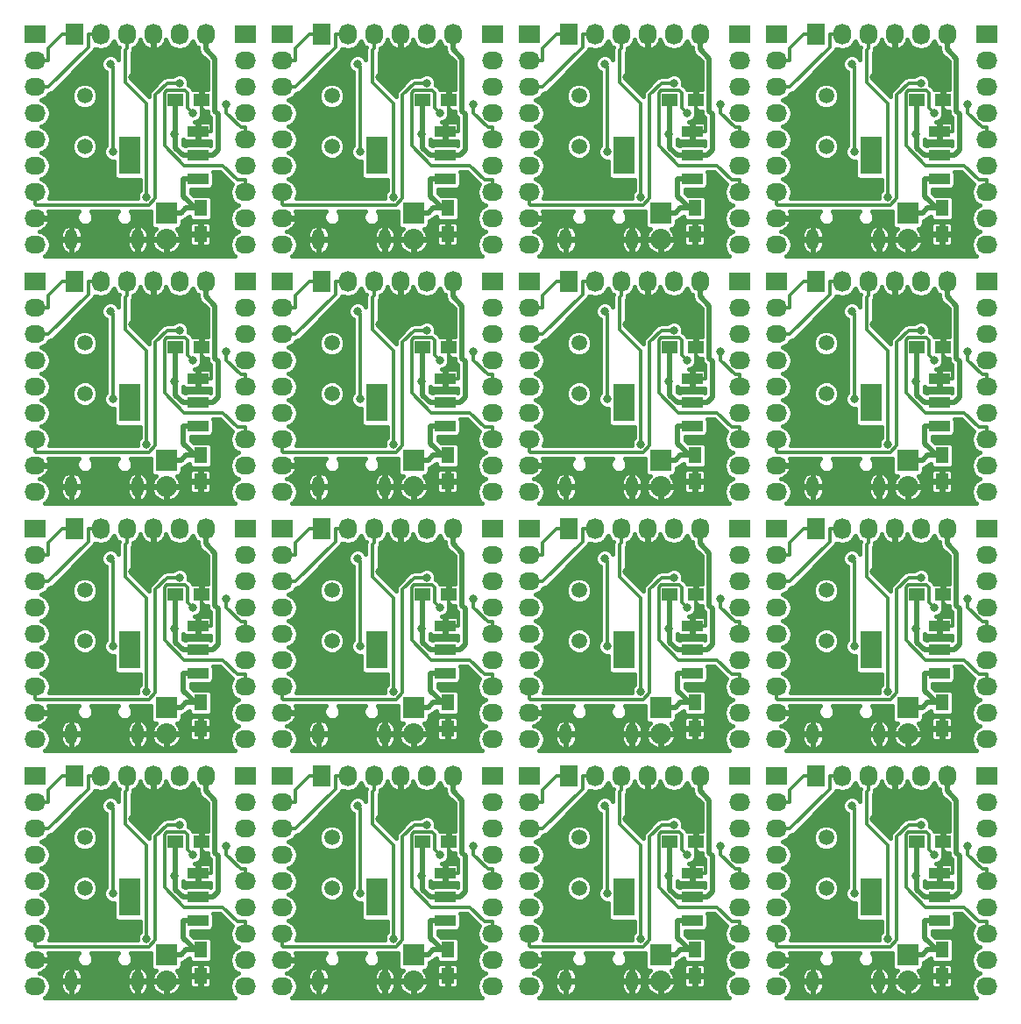
<source format=gbl>
G04 #@! TF.FileFunction,Copper,L2,Bot,Signal*
%FSLAX46Y46*%
G04 Gerber Fmt 4.6, Leading zero omitted, Abs format (unit mm)*
G04 Created by KiCad (PCBNEW 4.0.1-2.201512121406+6195~38~ubuntu15.10.1-stable) date Monday, December 14, 2015 PM10:34:12 HKT*
%MOMM*%
G01*
G04 APERTURE LIST*
%ADD10C,0.100000*%
%ADD11R,2.032000X2.032000*%
%ADD12O,2.032000X2.032000*%
%ADD13R,1.500000X1.250000*%
%ADD14R,1.250000X1.500000*%
%ADD15R,2.032000X3.657600*%
%ADD16R,2.032000X1.016000*%
%ADD17C,1.501140*%
%ADD18R,2.032000X1.727200*%
%ADD19O,2.032000X1.727200*%
%ADD20R,1.727200X2.032000*%
%ADD21O,1.727200X2.032000*%
%ADD22O,1.200000X2.000000*%
%ADD23C,0.812800*%
%ADD24C,0.304800*%
%ADD25C,0.508000*%
%ADD26C,0.381000*%
G04 APERTURE END LIST*
D10*
D11*
X86106000Y4826000D03*
D12*
X86106000Y2286000D03*
D13*
X87015000Y15748000D03*
X89515000Y15748000D03*
D14*
X89408000Y5314000D03*
X89408000Y2814000D03*
D15*
X82550000Y10414000D03*
D16*
X89154000Y10414000D03*
X89154000Y8128000D03*
X89154000Y12700000D03*
D17*
X78232000Y11275060D03*
X78232000Y16156940D03*
D18*
X93726000Y22098000D03*
D19*
X93726000Y19558000D03*
X93726000Y17018000D03*
X93726000Y14478000D03*
X93726000Y11938000D03*
X93726000Y9398000D03*
X93726000Y6858000D03*
X93726000Y4318000D03*
X93726000Y1778000D03*
D18*
X73406000Y22098000D03*
D19*
X73406000Y19558000D03*
X73406000Y17018000D03*
X73406000Y14478000D03*
X73406000Y11938000D03*
X73406000Y9398000D03*
X73406000Y6858000D03*
X73406000Y4318000D03*
X73406000Y1778000D03*
D20*
X77216000Y22098000D03*
D21*
X79756000Y22098000D03*
X82296000Y22098000D03*
X84836000Y22098000D03*
X87376000Y22098000D03*
X89916000Y22098000D03*
D22*
X76937000Y2286000D03*
X83337000Y2286000D03*
D11*
X86106000Y28702000D03*
D12*
X86106000Y26162000D03*
D13*
X87015000Y39624000D03*
X89515000Y39624000D03*
D14*
X89408000Y29190000D03*
X89408000Y26690000D03*
D15*
X82550000Y34290000D03*
D16*
X89154000Y34290000D03*
X89154000Y32004000D03*
X89154000Y36576000D03*
D17*
X78232000Y35151060D03*
X78232000Y40032940D03*
D18*
X93726000Y45974000D03*
D19*
X93726000Y43434000D03*
X93726000Y40894000D03*
X93726000Y38354000D03*
X93726000Y35814000D03*
X93726000Y33274000D03*
X93726000Y30734000D03*
X93726000Y28194000D03*
X93726000Y25654000D03*
D18*
X73406000Y45974000D03*
D19*
X73406000Y43434000D03*
X73406000Y40894000D03*
X73406000Y38354000D03*
X73406000Y35814000D03*
X73406000Y33274000D03*
X73406000Y30734000D03*
X73406000Y28194000D03*
X73406000Y25654000D03*
D20*
X77216000Y45974000D03*
D21*
X79756000Y45974000D03*
X82296000Y45974000D03*
X84836000Y45974000D03*
X87376000Y45974000D03*
X89916000Y45974000D03*
D22*
X76937000Y26162000D03*
X83337000Y26162000D03*
D11*
X86106000Y52578000D03*
D12*
X86106000Y50038000D03*
D13*
X87015000Y63500000D03*
X89515000Y63500000D03*
D14*
X89408000Y53066000D03*
X89408000Y50566000D03*
D15*
X82550000Y58166000D03*
D16*
X89154000Y58166000D03*
X89154000Y55880000D03*
X89154000Y60452000D03*
D17*
X78232000Y59027060D03*
X78232000Y63908940D03*
D18*
X93726000Y69850000D03*
D19*
X93726000Y67310000D03*
X93726000Y64770000D03*
X93726000Y62230000D03*
X93726000Y59690000D03*
X93726000Y57150000D03*
X93726000Y54610000D03*
X93726000Y52070000D03*
X93726000Y49530000D03*
D18*
X73406000Y69850000D03*
D19*
X73406000Y67310000D03*
X73406000Y64770000D03*
X73406000Y62230000D03*
X73406000Y59690000D03*
X73406000Y57150000D03*
X73406000Y54610000D03*
X73406000Y52070000D03*
X73406000Y49530000D03*
D20*
X77216000Y69850000D03*
D21*
X79756000Y69850000D03*
X82296000Y69850000D03*
X84836000Y69850000D03*
X87376000Y69850000D03*
X89916000Y69850000D03*
D22*
X76937000Y50038000D03*
X83337000Y50038000D03*
D11*
X86106000Y76454000D03*
D12*
X86106000Y73914000D03*
D13*
X87015000Y87376000D03*
X89515000Y87376000D03*
D14*
X89408000Y76942000D03*
X89408000Y74442000D03*
D15*
X82550000Y82042000D03*
D16*
X89154000Y82042000D03*
X89154000Y79756000D03*
X89154000Y84328000D03*
D17*
X78232000Y82903060D03*
X78232000Y87784940D03*
D18*
X93726000Y93726000D03*
D19*
X93726000Y91186000D03*
X93726000Y88646000D03*
X93726000Y86106000D03*
X93726000Y83566000D03*
X93726000Y81026000D03*
X93726000Y78486000D03*
X93726000Y75946000D03*
X93726000Y73406000D03*
D18*
X73406000Y93726000D03*
D19*
X73406000Y91186000D03*
X73406000Y88646000D03*
X73406000Y86106000D03*
X73406000Y83566000D03*
X73406000Y81026000D03*
X73406000Y78486000D03*
X73406000Y75946000D03*
X73406000Y73406000D03*
D20*
X77216000Y93726000D03*
D21*
X79756000Y93726000D03*
X82296000Y93726000D03*
X84836000Y93726000D03*
X87376000Y93726000D03*
X89916000Y93726000D03*
D22*
X76937000Y73914000D03*
X83337000Y73914000D03*
D11*
X62230000Y4826000D03*
D12*
X62230000Y2286000D03*
D13*
X63139000Y15748000D03*
X65639000Y15748000D03*
D14*
X65532000Y5314000D03*
X65532000Y2814000D03*
D15*
X58674000Y10414000D03*
D16*
X65278000Y10414000D03*
X65278000Y8128000D03*
X65278000Y12700000D03*
D17*
X54356000Y11275060D03*
X54356000Y16156940D03*
D18*
X69850000Y22098000D03*
D19*
X69850000Y19558000D03*
X69850000Y17018000D03*
X69850000Y14478000D03*
X69850000Y11938000D03*
X69850000Y9398000D03*
X69850000Y6858000D03*
X69850000Y4318000D03*
X69850000Y1778000D03*
D18*
X49530000Y22098000D03*
D19*
X49530000Y19558000D03*
X49530000Y17018000D03*
X49530000Y14478000D03*
X49530000Y11938000D03*
X49530000Y9398000D03*
X49530000Y6858000D03*
X49530000Y4318000D03*
X49530000Y1778000D03*
D20*
X53340000Y22098000D03*
D21*
X55880000Y22098000D03*
X58420000Y22098000D03*
X60960000Y22098000D03*
X63500000Y22098000D03*
X66040000Y22098000D03*
D22*
X53061000Y2286000D03*
X59461000Y2286000D03*
D11*
X62230000Y28702000D03*
D12*
X62230000Y26162000D03*
D13*
X63139000Y39624000D03*
X65639000Y39624000D03*
D14*
X65532000Y29190000D03*
X65532000Y26690000D03*
D15*
X58674000Y34290000D03*
D16*
X65278000Y34290000D03*
X65278000Y32004000D03*
X65278000Y36576000D03*
D17*
X54356000Y35151060D03*
X54356000Y40032940D03*
D18*
X69850000Y45974000D03*
D19*
X69850000Y43434000D03*
X69850000Y40894000D03*
X69850000Y38354000D03*
X69850000Y35814000D03*
X69850000Y33274000D03*
X69850000Y30734000D03*
X69850000Y28194000D03*
X69850000Y25654000D03*
D18*
X49530000Y45974000D03*
D19*
X49530000Y43434000D03*
X49530000Y40894000D03*
X49530000Y38354000D03*
X49530000Y35814000D03*
X49530000Y33274000D03*
X49530000Y30734000D03*
X49530000Y28194000D03*
X49530000Y25654000D03*
D20*
X53340000Y45974000D03*
D21*
X55880000Y45974000D03*
X58420000Y45974000D03*
X60960000Y45974000D03*
X63500000Y45974000D03*
X66040000Y45974000D03*
D22*
X53061000Y26162000D03*
X59461000Y26162000D03*
D11*
X62230000Y52578000D03*
D12*
X62230000Y50038000D03*
D13*
X63139000Y63500000D03*
X65639000Y63500000D03*
D14*
X65532000Y53066000D03*
X65532000Y50566000D03*
D15*
X58674000Y58166000D03*
D16*
X65278000Y58166000D03*
X65278000Y55880000D03*
X65278000Y60452000D03*
D17*
X54356000Y59027060D03*
X54356000Y63908940D03*
D18*
X69850000Y69850000D03*
D19*
X69850000Y67310000D03*
X69850000Y64770000D03*
X69850000Y62230000D03*
X69850000Y59690000D03*
X69850000Y57150000D03*
X69850000Y54610000D03*
X69850000Y52070000D03*
X69850000Y49530000D03*
D18*
X49530000Y69850000D03*
D19*
X49530000Y67310000D03*
X49530000Y64770000D03*
X49530000Y62230000D03*
X49530000Y59690000D03*
X49530000Y57150000D03*
X49530000Y54610000D03*
X49530000Y52070000D03*
X49530000Y49530000D03*
D20*
X53340000Y69850000D03*
D21*
X55880000Y69850000D03*
X58420000Y69850000D03*
X60960000Y69850000D03*
X63500000Y69850000D03*
X66040000Y69850000D03*
D22*
X53061000Y50038000D03*
X59461000Y50038000D03*
D11*
X62230000Y76454000D03*
D12*
X62230000Y73914000D03*
D13*
X63139000Y87376000D03*
X65639000Y87376000D03*
D14*
X65532000Y76942000D03*
X65532000Y74442000D03*
D15*
X58674000Y82042000D03*
D16*
X65278000Y82042000D03*
X65278000Y79756000D03*
X65278000Y84328000D03*
D17*
X54356000Y82903060D03*
X54356000Y87784940D03*
D18*
X69850000Y93726000D03*
D19*
X69850000Y91186000D03*
X69850000Y88646000D03*
X69850000Y86106000D03*
X69850000Y83566000D03*
X69850000Y81026000D03*
X69850000Y78486000D03*
X69850000Y75946000D03*
X69850000Y73406000D03*
D18*
X49530000Y93726000D03*
D19*
X49530000Y91186000D03*
X49530000Y88646000D03*
X49530000Y86106000D03*
X49530000Y83566000D03*
X49530000Y81026000D03*
X49530000Y78486000D03*
X49530000Y75946000D03*
X49530000Y73406000D03*
D20*
X53340000Y93726000D03*
D21*
X55880000Y93726000D03*
X58420000Y93726000D03*
X60960000Y93726000D03*
X63500000Y93726000D03*
X66040000Y93726000D03*
D22*
X53061000Y73914000D03*
X59461000Y73914000D03*
D11*
X38354000Y4826000D03*
D12*
X38354000Y2286000D03*
D13*
X39263000Y15748000D03*
X41763000Y15748000D03*
D14*
X41656000Y5314000D03*
X41656000Y2814000D03*
D15*
X34798000Y10414000D03*
D16*
X41402000Y10414000D03*
X41402000Y8128000D03*
X41402000Y12700000D03*
D17*
X30480000Y11275060D03*
X30480000Y16156940D03*
D18*
X45974000Y22098000D03*
D19*
X45974000Y19558000D03*
X45974000Y17018000D03*
X45974000Y14478000D03*
X45974000Y11938000D03*
X45974000Y9398000D03*
X45974000Y6858000D03*
X45974000Y4318000D03*
X45974000Y1778000D03*
D18*
X25654000Y22098000D03*
D19*
X25654000Y19558000D03*
X25654000Y17018000D03*
X25654000Y14478000D03*
X25654000Y11938000D03*
X25654000Y9398000D03*
X25654000Y6858000D03*
X25654000Y4318000D03*
X25654000Y1778000D03*
D20*
X29464000Y22098000D03*
D21*
X32004000Y22098000D03*
X34544000Y22098000D03*
X37084000Y22098000D03*
X39624000Y22098000D03*
X42164000Y22098000D03*
D22*
X29185000Y2286000D03*
X35585000Y2286000D03*
D11*
X38354000Y28702000D03*
D12*
X38354000Y26162000D03*
D13*
X39263000Y39624000D03*
X41763000Y39624000D03*
D14*
X41656000Y29190000D03*
X41656000Y26690000D03*
D15*
X34798000Y34290000D03*
D16*
X41402000Y34290000D03*
X41402000Y32004000D03*
X41402000Y36576000D03*
D17*
X30480000Y35151060D03*
X30480000Y40032940D03*
D18*
X45974000Y45974000D03*
D19*
X45974000Y43434000D03*
X45974000Y40894000D03*
X45974000Y38354000D03*
X45974000Y35814000D03*
X45974000Y33274000D03*
X45974000Y30734000D03*
X45974000Y28194000D03*
X45974000Y25654000D03*
D18*
X25654000Y45974000D03*
D19*
X25654000Y43434000D03*
X25654000Y40894000D03*
X25654000Y38354000D03*
X25654000Y35814000D03*
X25654000Y33274000D03*
X25654000Y30734000D03*
X25654000Y28194000D03*
X25654000Y25654000D03*
D20*
X29464000Y45974000D03*
D21*
X32004000Y45974000D03*
X34544000Y45974000D03*
X37084000Y45974000D03*
X39624000Y45974000D03*
X42164000Y45974000D03*
D22*
X29185000Y26162000D03*
X35585000Y26162000D03*
D11*
X38354000Y52578000D03*
D12*
X38354000Y50038000D03*
D13*
X39263000Y63500000D03*
X41763000Y63500000D03*
D14*
X41656000Y53066000D03*
X41656000Y50566000D03*
D15*
X34798000Y58166000D03*
D16*
X41402000Y58166000D03*
X41402000Y55880000D03*
X41402000Y60452000D03*
D17*
X30480000Y59027060D03*
X30480000Y63908940D03*
D18*
X45974000Y69850000D03*
D19*
X45974000Y67310000D03*
X45974000Y64770000D03*
X45974000Y62230000D03*
X45974000Y59690000D03*
X45974000Y57150000D03*
X45974000Y54610000D03*
X45974000Y52070000D03*
X45974000Y49530000D03*
D18*
X25654000Y69850000D03*
D19*
X25654000Y67310000D03*
X25654000Y64770000D03*
X25654000Y62230000D03*
X25654000Y59690000D03*
X25654000Y57150000D03*
X25654000Y54610000D03*
X25654000Y52070000D03*
X25654000Y49530000D03*
D20*
X29464000Y69850000D03*
D21*
X32004000Y69850000D03*
X34544000Y69850000D03*
X37084000Y69850000D03*
X39624000Y69850000D03*
X42164000Y69850000D03*
D22*
X29185000Y50038000D03*
X35585000Y50038000D03*
D11*
X38354000Y76454000D03*
D12*
X38354000Y73914000D03*
D13*
X39263000Y87376000D03*
X41763000Y87376000D03*
D14*
X41656000Y76942000D03*
X41656000Y74442000D03*
D15*
X34798000Y82042000D03*
D16*
X41402000Y82042000D03*
X41402000Y79756000D03*
X41402000Y84328000D03*
D17*
X30480000Y82903060D03*
X30480000Y87784940D03*
D18*
X45974000Y93726000D03*
D19*
X45974000Y91186000D03*
X45974000Y88646000D03*
X45974000Y86106000D03*
X45974000Y83566000D03*
X45974000Y81026000D03*
X45974000Y78486000D03*
X45974000Y75946000D03*
X45974000Y73406000D03*
D18*
X25654000Y93726000D03*
D19*
X25654000Y91186000D03*
X25654000Y88646000D03*
X25654000Y86106000D03*
X25654000Y83566000D03*
X25654000Y81026000D03*
X25654000Y78486000D03*
X25654000Y75946000D03*
X25654000Y73406000D03*
D20*
X29464000Y93726000D03*
D21*
X32004000Y93726000D03*
X34544000Y93726000D03*
X37084000Y93726000D03*
X39624000Y93726000D03*
X42164000Y93726000D03*
D22*
X29185000Y73914000D03*
X35585000Y73914000D03*
D11*
X14478000Y4826000D03*
D12*
X14478000Y2286000D03*
D13*
X15387000Y15748000D03*
X17887000Y15748000D03*
D14*
X17780000Y5314000D03*
X17780000Y2814000D03*
D15*
X10922000Y10414000D03*
D16*
X17526000Y10414000D03*
X17526000Y8128000D03*
X17526000Y12700000D03*
D17*
X6604000Y11275060D03*
X6604000Y16156940D03*
D18*
X22098000Y22098000D03*
D19*
X22098000Y19558000D03*
X22098000Y17018000D03*
X22098000Y14478000D03*
X22098000Y11938000D03*
X22098000Y9398000D03*
X22098000Y6858000D03*
X22098000Y4318000D03*
X22098000Y1778000D03*
D18*
X1778000Y22098000D03*
D19*
X1778000Y19558000D03*
X1778000Y17018000D03*
X1778000Y14478000D03*
X1778000Y11938000D03*
X1778000Y9398000D03*
X1778000Y6858000D03*
X1778000Y4318000D03*
X1778000Y1778000D03*
D20*
X5588000Y22098000D03*
D21*
X8128000Y22098000D03*
X10668000Y22098000D03*
X13208000Y22098000D03*
X15748000Y22098000D03*
X18288000Y22098000D03*
D22*
X5309000Y2286000D03*
X11709000Y2286000D03*
D11*
X14478000Y28702000D03*
D12*
X14478000Y26162000D03*
D13*
X15387000Y39624000D03*
X17887000Y39624000D03*
D14*
X17780000Y29190000D03*
X17780000Y26690000D03*
D15*
X10922000Y34290000D03*
D16*
X17526000Y34290000D03*
X17526000Y32004000D03*
X17526000Y36576000D03*
D17*
X6604000Y35151060D03*
X6604000Y40032940D03*
D18*
X22098000Y45974000D03*
D19*
X22098000Y43434000D03*
X22098000Y40894000D03*
X22098000Y38354000D03*
X22098000Y35814000D03*
X22098000Y33274000D03*
X22098000Y30734000D03*
X22098000Y28194000D03*
X22098000Y25654000D03*
D18*
X1778000Y45974000D03*
D19*
X1778000Y43434000D03*
X1778000Y40894000D03*
X1778000Y38354000D03*
X1778000Y35814000D03*
X1778000Y33274000D03*
X1778000Y30734000D03*
X1778000Y28194000D03*
X1778000Y25654000D03*
D20*
X5588000Y45974000D03*
D21*
X8128000Y45974000D03*
X10668000Y45974000D03*
X13208000Y45974000D03*
X15748000Y45974000D03*
X18288000Y45974000D03*
D22*
X5309000Y26162000D03*
X11709000Y26162000D03*
D11*
X14478000Y52578000D03*
D12*
X14478000Y50038000D03*
D13*
X15387000Y63500000D03*
X17887000Y63500000D03*
D14*
X17780000Y53066000D03*
X17780000Y50566000D03*
D15*
X10922000Y58166000D03*
D16*
X17526000Y58166000D03*
X17526000Y55880000D03*
X17526000Y60452000D03*
D17*
X6604000Y59027060D03*
X6604000Y63908940D03*
D18*
X22098000Y69850000D03*
D19*
X22098000Y67310000D03*
X22098000Y64770000D03*
X22098000Y62230000D03*
X22098000Y59690000D03*
X22098000Y57150000D03*
X22098000Y54610000D03*
X22098000Y52070000D03*
X22098000Y49530000D03*
D18*
X1778000Y69850000D03*
D19*
X1778000Y67310000D03*
X1778000Y64770000D03*
X1778000Y62230000D03*
X1778000Y59690000D03*
X1778000Y57150000D03*
X1778000Y54610000D03*
X1778000Y52070000D03*
X1778000Y49530000D03*
D20*
X5588000Y69850000D03*
D21*
X8128000Y69850000D03*
X10668000Y69850000D03*
X13208000Y69850000D03*
X15748000Y69850000D03*
X18288000Y69850000D03*
D22*
X5309000Y50038000D03*
X11709000Y50038000D03*
X5309000Y73914000D03*
X11709000Y73914000D03*
D20*
X5588000Y93726000D03*
D21*
X8128000Y93726000D03*
X10668000Y93726000D03*
X13208000Y93726000D03*
X15748000Y93726000D03*
X18288000Y93726000D03*
D18*
X1778000Y93726000D03*
D19*
X1778000Y91186000D03*
X1778000Y88646000D03*
X1778000Y86106000D03*
X1778000Y83566000D03*
X1778000Y81026000D03*
X1778000Y78486000D03*
X1778000Y75946000D03*
X1778000Y73406000D03*
D18*
X22098000Y93726000D03*
D19*
X22098000Y91186000D03*
X22098000Y88646000D03*
X22098000Y86106000D03*
X22098000Y83566000D03*
X22098000Y81026000D03*
X22098000Y78486000D03*
X22098000Y75946000D03*
X22098000Y73406000D03*
D17*
X6604000Y82903060D03*
X6604000Y87784940D03*
D15*
X10922000Y82042000D03*
D16*
X17526000Y82042000D03*
X17526000Y79756000D03*
X17526000Y84328000D03*
D14*
X17780000Y76942000D03*
X17780000Y74442000D03*
D13*
X15387000Y87376000D03*
X17887000Y87376000D03*
D11*
X14478000Y76454000D03*
D12*
X14478000Y73914000D03*
D23*
X84195100Y6400600D03*
X84195100Y30276600D03*
X84195100Y54152600D03*
X84195100Y78028600D03*
X60319100Y6400600D03*
X60319100Y30276600D03*
X60319100Y54152600D03*
X60319100Y78028600D03*
X36443100Y6400600D03*
X36443100Y30276600D03*
X36443100Y54152600D03*
X36443100Y78028600D03*
X12567100Y6400600D03*
X12567100Y30276600D03*
X12567100Y54152600D03*
X12567100Y78028600D03*
X82852000Y17961400D03*
X80010000Y17399000D03*
X79502000Y14732000D03*
X82852000Y41837400D03*
X80010000Y41275000D03*
X79502000Y38608000D03*
X82852000Y65713400D03*
X80010000Y65151000D03*
X79502000Y62484000D03*
X82852000Y89589400D03*
X80010000Y89027000D03*
X79502000Y86360000D03*
X58976000Y17961400D03*
X56134000Y17399000D03*
X55626000Y14732000D03*
X58976000Y41837400D03*
X56134000Y41275000D03*
X55626000Y38608000D03*
X58976000Y65713400D03*
X56134000Y65151000D03*
X55626000Y62484000D03*
X58976000Y89589400D03*
X56134000Y89027000D03*
X55626000Y86360000D03*
X35100000Y17961400D03*
X32258000Y17399000D03*
X31750000Y14732000D03*
X35100000Y41837400D03*
X32258000Y41275000D03*
X31750000Y38608000D03*
X35100000Y65713400D03*
X32258000Y65151000D03*
X31750000Y62484000D03*
X35100000Y89589400D03*
X32258000Y89027000D03*
X31750000Y86360000D03*
X11224000Y17961400D03*
X8382000Y17399000D03*
X7874000Y14732000D03*
X11224000Y41837400D03*
X8382000Y41275000D03*
X7874000Y38608000D03*
X11224000Y65713400D03*
X8382000Y65151000D03*
X7874000Y62484000D03*
X7874000Y86360000D03*
X8382000Y89027000D03*
X11224000Y89589400D03*
X86922200Y12489600D03*
X86922200Y36365600D03*
X86922200Y60241600D03*
X86922200Y84117600D03*
X63046200Y12489600D03*
X63046200Y36365600D03*
X63046200Y60241600D03*
X63046200Y84117600D03*
X39170200Y12489600D03*
X39170200Y36365600D03*
X39170200Y60241600D03*
X39170200Y84117600D03*
X15294200Y12489600D03*
X15294200Y36365600D03*
X15294200Y60241600D03*
X15294200Y84117600D03*
X80970000Y10754300D03*
X80692800Y19263500D03*
X80970000Y34630300D03*
X80692800Y43139500D03*
X80970000Y58506300D03*
X80692800Y67015500D03*
X80970000Y82382300D03*
X80692800Y90891500D03*
X57094000Y10754300D03*
X56816800Y19263500D03*
X57094000Y34630300D03*
X56816800Y43139500D03*
X57094000Y58506300D03*
X56816800Y67015500D03*
X57094000Y82382300D03*
X56816800Y90891500D03*
X33218000Y10754300D03*
X32940800Y19263500D03*
X33218000Y34630300D03*
X32940800Y43139500D03*
X33218000Y58506300D03*
X32940800Y67015500D03*
X33218000Y82382300D03*
X32940800Y90891500D03*
X9342000Y10754300D03*
X9064800Y19263500D03*
X9342000Y34630300D03*
X9064800Y43139500D03*
X9342000Y58506300D03*
X9064800Y67015500D03*
X9064800Y90891500D03*
X9342000Y82382300D03*
X87382100Y17401800D03*
X87382100Y41277800D03*
X87382100Y65153800D03*
X87382100Y89029800D03*
X63506100Y17401800D03*
X63506100Y41277800D03*
X63506100Y65153800D03*
X63506100Y89029800D03*
X39630100Y17401800D03*
X39630100Y41277800D03*
X39630100Y65153800D03*
X39630100Y89029800D03*
X15754100Y17401800D03*
X15754100Y41277800D03*
X15754100Y65153800D03*
X15754100Y89029800D03*
X88645300Y14532800D03*
X88645300Y38408800D03*
X88645300Y62284800D03*
X88645300Y86160800D03*
X64769300Y14532800D03*
X64769300Y38408800D03*
X64769300Y62284800D03*
X64769300Y86160800D03*
X40893300Y14532800D03*
X40893300Y38408800D03*
X40893300Y62284800D03*
X40893300Y86160800D03*
X17017300Y14532800D03*
X17017300Y38408800D03*
X17017300Y62284800D03*
X17017300Y86160800D03*
X91872300Y15301900D03*
X91872300Y39177900D03*
X91872300Y63053900D03*
X91872300Y86929900D03*
X67996300Y15301900D03*
X67996300Y39177900D03*
X67996300Y63053900D03*
X67996300Y86929900D03*
X44120300Y15301900D03*
X44120300Y39177900D03*
X44120300Y63053900D03*
X44120300Y86929900D03*
X20244300Y15301900D03*
X20244300Y39177900D03*
X20244300Y63053900D03*
X20244300Y86929900D03*
D24*
X82296000Y20776900D02*
X82140400Y20621300D01*
X82140400Y20621300D02*
X82140400Y17478700D01*
X82140400Y17478700D02*
X84195000Y15424100D01*
X84195000Y15424100D02*
X84195000Y6400600D01*
X84195000Y6400600D02*
X84195100Y6400600D01*
X82296000Y22098000D02*
X82296000Y20776900D01*
X82296000Y44652900D02*
X82140400Y44497300D01*
X82140400Y44497300D02*
X82140400Y41354700D01*
X82140400Y41354700D02*
X84195000Y39300100D01*
X84195000Y39300100D02*
X84195000Y30276600D01*
X84195000Y30276600D02*
X84195100Y30276600D01*
X82296000Y45974000D02*
X82296000Y44652900D01*
X82296000Y68528900D02*
X82140400Y68373300D01*
X82140400Y68373300D02*
X82140400Y65230700D01*
X82140400Y65230700D02*
X84195000Y63176100D01*
X84195000Y63176100D02*
X84195000Y54152600D01*
X84195000Y54152600D02*
X84195100Y54152600D01*
X82296000Y69850000D02*
X82296000Y68528900D01*
X82296000Y92404900D02*
X82140400Y92249300D01*
X82140400Y92249300D02*
X82140400Y89106700D01*
X82140400Y89106700D02*
X84195000Y87052100D01*
X84195000Y87052100D02*
X84195000Y78028600D01*
X84195000Y78028600D02*
X84195100Y78028600D01*
X82296000Y93726000D02*
X82296000Y92404900D01*
X58420000Y20776900D02*
X58264400Y20621300D01*
X58264400Y20621300D02*
X58264400Y17478700D01*
X58264400Y17478700D02*
X60319000Y15424100D01*
X60319000Y15424100D02*
X60319000Y6400600D01*
X60319000Y6400600D02*
X60319100Y6400600D01*
X58420000Y22098000D02*
X58420000Y20776900D01*
X58420000Y44652900D02*
X58264400Y44497300D01*
X58264400Y44497300D02*
X58264400Y41354700D01*
X58264400Y41354700D02*
X60319000Y39300100D01*
X60319000Y39300100D02*
X60319000Y30276600D01*
X60319000Y30276600D02*
X60319100Y30276600D01*
X58420000Y45974000D02*
X58420000Y44652900D01*
X58420000Y68528900D02*
X58264400Y68373300D01*
X58264400Y68373300D02*
X58264400Y65230700D01*
X58264400Y65230700D02*
X60319000Y63176100D01*
X60319000Y63176100D02*
X60319000Y54152600D01*
X60319000Y54152600D02*
X60319100Y54152600D01*
X58420000Y69850000D02*
X58420000Y68528900D01*
X58420000Y92404900D02*
X58264400Y92249300D01*
X58264400Y92249300D02*
X58264400Y89106700D01*
X58264400Y89106700D02*
X60319000Y87052100D01*
X60319000Y87052100D02*
X60319000Y78028600D01*
X60319000Y78028600D02*
X60319100Y78028600D01*
X58420000Y93726000D02*
X58420000Y92404900D01*
X34544000Y20776900D02*
X34388400Y20621300D01*
X34388400Y20621300D02*
X34388400Y17478700D01*
X34388400Y17478700D02*
X36443000Y15424100D01*
X36443000Y15424100D02*
X36443000Y6400600D01*
X36443000Y6400600D02*
X36443100Y6400600D01*
X34544000Y22098000D02*
X34544000Y20776900D01*
X34544000Y44652900D02*
X34388400Y44497300D01*
X34388400Y44497300D02*
X34388400Y41354700D01*
X34388400Y41354700D02*
X36443000Y39300100D01*
X36443000Y39300100D02*
X36443000Y30276600D01*
X36443000Y30276600D02*
X36443100Y30276600D01*
X34544000Y45974000D02*
X34544000Y44652900D01*
X34544000Y68528900D02*
X34388400Y68373300D01*
X34388400Y68373300D02*
X34388400Y65230700D01*
X34388400Y65230700D02*
X36443000Y63176100D01*
X36443000Y63176100D02*
X36443000Y54152600D01*
X36443000Y54152600D02*
X36443100Y54152600D01*
X34544000Y69850000D02*
X34544000Y68528900D01*
X34544000Y92404900D02*
X34388400Y92249300D01*
X34388400Y92249300D02*
X34388400Y89106700D01*
X34388400Y89106700D02*
X36443000Y87052100D01*
X36443000Y87052100D02*
X36443000Y78028600D01*
X36443000Y78028600D02*
X36443100Y78028600D01*
X34544000Y93726000D02*
X34544000Y92404900D01*
X10668000Y20776900D02*
X10512400Y20621300D01*
X10512400Y20621300D02*
X10512400Y17478700D01*
X10512400Y17478700D02*
X12567000Y15424100D01*
X12567000Y15424100D02*
X12567000Y6400600D01*
X12567000Y6400600D02*
X12567100Y6400600D01*
X10668000Y22098000D02*
X10668000Y20776900D01*
X10668000Y44652900D02*
X10512400Y44497300D01*
X10512400Y44497300D02*
X10512400Y41354700D01*
X10512400Y41354700D02*
X12567000Y39300100D01*
X12567000Y39300100D02*
X12567000Y30276600D01*
X12567000Y30276600D02*
X12567100Y30276600D01*
X10668000Y45974000D02*
X10668000Y44652900D01*
X10668000Y68528900D02*
X10512400Y68373300D01*
X10512400Y68373300D02*
X10512400Y65230700D01*
X10512400Y65230700D02*
X12567000Y63176100D01*
X12567000Y63176100D02*
X12567000Y54152600D01*
X12567000Y54152600D02*
X12567100Y54152600D01*
X10668000Y69850000D02*
X10668000Y68528900D01*
X10668000Y93726000D02*
X10668000Y92404900D01*
X12567000Y78028600D02*
X12567100Y78028600D01*
X12567000Y87052100D02*
X12567000Y78028600D01*
X10512400Y89106700D02*
X12567000Y87052100D01*
X10512400Y92249300D02*
X10512400Y89106700D01*
X10668000Y92404900D02*
X10512400Y92249300D01*
X89515000Y16678100D02*
X85831900Y20361200D01*
X85831900Y20361200D02*
X85251800Y20361200D01*
X85251800Y20361200D02*
X82852000Y17961400D01*
X84836000Y20776900D02*
X85251800Y20361200D01*
X89515000Y15748000D02*
X89515000Y16678100D01*
X84836000Y22098000D02*
X84836000Y20776900D01*
X86106000Y2286000D02*
X84784900Y2286000D01*
X83337000Y2286000D02*
X83337000Y3591100D01*
X84784900Y2286000D02*
X84784900Y2527800D01*
X84784900Y2527800D02*
X83721600Y3591100D01*
X83721600Y3591100D02*
X83337000Y3591100D01*
X86766600Y2286000D02*
X86106000Y2286000D01*
X86766600Y2286000D02*
X87427100Y2286000D01*
X73406000Y4318000D02*
X74727100Y4318000D01*
X76937000Y2286000D02*
X76937000Y3591100D01*
X76937000Y3591100D02*
X75454000Y3591100D01*
X75454000Y3591100D02*
X74727100Y4318000D01*
X89515000Y15748000D02*
X89515000Y14817900D01*
X89154000Y12700000D02*
X90475100Y12700000D01*
X89515000Y14817900D02*
X90475100Y13857800D01*
X90475100Y13857800D02*
X90475100Y12700000D01*
X87427100Y2286000D02*
X87955100Y2814000D01*
X87955100Y2814000D02*
X89408000Y2814000D01*
X80010000Y17399000D02*
X80010000Y14986000D01*
X80010000Y14986000D02*
X79756000Y14732000D01*
X79756000Y14732000D02*
X79502000Y14732000D01*
X89515000Y40554100D02*
X85831900Y44237200D01*
X85831900Y44237200D02*
X85251800Y44237200D01*
X85251800Y44237200D02*
X82852000Y41837400D01*
X84836000Y44652900D02*
X85251800Y44237200D01*
X89515000Y39624000D02*
X89515000Y40554100D01*
X84836000Y45974000D02*
X84836000Y44652900D01*
X86106000Y26162000D02*
X84784900Y26162000D01*
X83337000Y26162000D02*
X83337000Y27467100D01*
X84784900Y26162000D02*
X84784900Y26403800D01*
X84784900Y26403800D02*
X83721600Y27467100D01*
X83721600Y27467100D02*
X83337000Y27467100D01*
X86766600Y26162000D02*
X86106000Y26162000D01*
X86766600Y26162000D02*
X87427100Y26162000D01*
X73406000Y28194000D02*
X74727100Y28194000D01*
X76937000Y26162000D02*
X76937000Y27467100D01*
X76937000Y27467100D02*
X75454000Y27467100D01*
X75454000Y27467100D02*
X74727100Y28194000D01*
X89515000Y39624000D02*
X89515000Y38693900D01*
X89154000Y36576000D02*
X90475100Y36576000D01*
X89515000Y38693900D02*
X90475100Y37733800D01*
X90475100Y37733800D02*
X90475100Y36576000D01*
X87427100Y26162000D02*
X87955100Y26690000D01*
X87955100Y26690000D02*
X89408000Y26690000D01*
X80010000Y41275000D02*
X80010000Y38862000D01*
X80010000Y38862000D02*
X79756000Y38608000D01*
X79756000Y38608000D02*
X79502000Y38608000D01*
X89515000Y64430100D02*
X85831900Y68113200D01*
X85831900Y68113200D02*
X85251800Y68113200D01*
X85251800Y68113200D02*
X82852000Y65713400D01*
X84836000Y68528900D02*
X85251800Y68113200D01*
X89515000Y63500000D02*
X89515000Y64430100D01*
X84836000Y69850000D02*
X84836000Y68528900D01*
X86106000Y50038000D02*
X84784900Y50038000D01*
X83337000Y50038000D02*
X83337000Y51343100D01*
X84784900Y50038000D02*
X84784900Y50279800D01*
X84784900Y50279800D02*
X83721600Y51343100D01*
X83721600Y51343100D02*
X83337000Y51343100D01*
X86766600Y50038000D02*
X86106000Y50038000D01*
X86766600Y50038000D02*
X87427100Y50038000D01*
X73406000Y52070000D02*
X74727100Y52070000D01*
X76937000Y50038000D02*
X76937000Y51343100D01*
X76937000Y51343100D02*
X75454000Y51343100D01*
X75454000Y51343100D02*
X74727100Y52070000D01*
X89515000Y63500000D02*
X89515000Y62569900D01*
X89154000Y60452000D02*
X90475100Y60452000D01*
X89515000Y62569900D02*
X90475100Y61609800D01*
X90475100Y61609800D02*
X90475100Y60452000D01*
X87427100Y50038000D02*
X87955100Y50566000D01*
X87955100Y50566000D02*
X89408000Y50566000D01*
X80010000Y65151000D02*
X80010000Y62738000D01*
X80010000Y62738000D02*
X79756000Y62484000D01*
X79756000Y62484000D02*
X79502000Y62484000D01*
X89515000Y88306100D02*
X85831900Y91989200D01*
X85831900Y91989200D02*
X85251800Y91989200D01*
X85251800Y91989200D02*
X82852000Y89589400D01*
X84836000Y92404900D02*
X85251800Y91989200D01*
X89515000Y87376000D02*
X89515000Y88306100D01*
X84836000Y93726000D02*
X84836000Y92404900D01*
X86106000Y73914000D02*
X84784900Y73914000D01*
X83337000Y73914000D02*
X83337000Y75219100D01*
X84784900Y73914000D02*
X84784900Y74155800D01*
X84784900Y74155800D02*
X83721600Y75219100D01*
X83721600Y75219100D02*
X83337000Y75219100D01*
X86766600Y73914000D02*
X86106000Y73914000D01*
X86766600Y73914000D02*
X87427100Y73914000D01*
X73406000Y75946000D02*
X74727100Y75946000D01*
X76937000Y73914000D02*
X76937000Y75219100D01*
X76937000Y75219100D02*
X75454000Y75219100D01*
X75454000Y75219100D02*
X74727100Y75946000D01*
X89515000Y87376000D02*
X89515000Y86445900D01*
X89154000Y84328000D02*
X90475100Y84328000D01*
X89515000Y86445900D02*
X90475100Y85485800D01*
X90475100Y85485800D02*
X90475100Y84328000D01*
X87427100Y73914000D02*
X87955100Y74442000D01*
X87955100Y74442000D02*
X89408000Y74442000D01*
X80010000Y89027000D02*
X80010000Y86614000D01*
X80010000Y86614000D02*
X79756000Y86360000D01*
X79756000Y86360000D02*
X79502000Y86360000D01*
X65639000Y16678100D02*
X61955900Y20361200D01*
X61955900Y20361200D02*
X61375800Y20361200D01*
X61375800Y20361200D02*
X58976000Y17961400D01*
X60960000Y20776900D02*
X61375800Y20361200D01*
X65639000Y15748000D02*
X65639000Y16678100D01*
X60960000Y22098000D02*
X60960000Y20776900D01*
X62230000Y2286000D02*
X60908900Y2286000D01*
X59461000Y2286000D02*
X59461000Y3591100D01*
X60908900Y2286000D02*
X60908900Y2527800D01*
X60908900Y2527800D02*
X59845600Y3591100D01*
X59845600Y3591100D02*
X59461000Y3591100D01*
X62890600Y2286000D02*
X62230000Y2286000D01*
X62890600Y2286000D02*
X63551100Y2286000D01*
X49530000Y4318000D02*
X50851100Y4318000D01*
X53061000Y2286000D02*
X53061000Y3591100D01*
X53061000Y3591100D02*
X51578000Y3591100D01*
X51578000Y3591100D02*
X50851100Y4318000D01*
X65639000Y15748000D02*
X65639000Y14817900D01*
X65278000Y12700000D02*
X66599100Y12700000D01*
X65639000Y14817900D02*
X66599100Y13857800D01*
X66599100Y13857800D02*
X66599100Y12700000D01*
X63551100Y2286000D02*
X64079100Y2814000D01*
X64079100Y2814000D02*
X65532000Y2814000D01*
X56134000Y17399000D02*
X56134000Y14986000D01*
X56134000Y14986000D02*
X55880000Y14732000D01*
X55880000Y14732000D02*
X55626000Y14732000D01*
X65639000Y40554100D02*
X61955900Y44237200D01*
X61955900Y44237200D02*
X61375800Y44237200D01*
X61375800Y44237200D02*
X58976000Y41837400D01*
X60960000Y44652900D02*
X61375800Y44237200D01*
X65639000Y39624000D02*
X65639000Y40554100D01*
X60960000Y45974000D02*
X60960000Y44652900D01*
X62230000Y26162000D02*
X60908900Y26162000D01*
X59461000Y26162000D02*
X59461000Y27467100D01*
X60908900Y26162000D02*
X60908900Y26403800D01*
X60908900Y26403800D02*
X59845600Y27467100D01*
X59845600Y27467100D02*
X59461000Y27467100D01*
X62890600Y26162000D02*
X62230000Y26162000D01*
X62890600Y26162000D02*
X63551100Y26162000D01*
X49530000Y28194000D02*
X50851100Y28194000D01*
X53061000Y26162000D02*
X53061000Y27467100D01*
X53061000Y27467100D02*
X51578000Y27467100D01*
X51578000Y27467100D02*
X50851100Y28194000D01*
X65639000Y39624000D02*
X65639000Y38693900D01*
X65278000Y36576000D02*
X66599100Y36576000D01*
X65639000Y38693900D02*
X66599100Y37733800D01*
X66599100Y37733800D02*
X66599100Y36576000D01*
X63551100Y26162000D02*
X64079100Y26690000D01*
X64079100Y26690000D02*
X65532000Y26690000D01*
X56134000Y41275000D02*
X56134000Y38862000D01*
X56134000Y38862000D02*
X55880000Y38608000D01*
X55880000Y38608000D02*
X55626000Y38608000D01*
X65639000Y64430100D02*
X61955900Y68113200D01*
X61955900Y68113200D02*
X61375800Y68113200D01*
X61375800Y68113200D02*
X58976000Y65713400D01*
X60960000Y68528900D02*
X61375800Y68113200D01*
X65639000Y63500000D02*
X65639000Y64430100D01*
X60960000Y69850000D02*
X60960000Y68528900D01*
X62230000Y50038000D02*
X60908900Y50038000D01*
X59461000Y50038000D02*
X59461000Y51343100D01*
X60908900Y50038000D02*
X60908900Y50279800D01*
X60908900Y50279800D02*
X59845600Y51343100D01*
X59845600Y51343100D02*
X59461000Y51343100D01*
X62890600Y50038000D02*
X62230000Y50038000D01*
X62890600Y50038000D02*
X63551100Y50038000D01*
X49530000Y52070000D02*
X50851100Y52070000D01*
X53061000Y50038000D02*
X53061000Y51343100D01*
X53061000Y51343100D02*
X51578000Y51343100D01*
X51578000Y51343100D02*
X50851100Y52070000D01*
X65639000Y63500000D02*
X65639000Y62569900D01*
X65278000Y60452000D02*
X66599100Y60452000D01*
X65639000Y62569900D02*
X66599100Y61609800D01*
X66599100Y61609800D02*
X66599100Y60452000D01*
X63551100Y50038000D02*
X64079100Y50566000D01*
X64079100Y50566000D02*
X65532000Y50566000D01*
X56134000Y65151000D02*
X56134000Y62738000D01*
X56134000Y62738000D02*
X55880000Y62484000D01*
X55880000Y62484000D02*
X55626000Y62484000D01*
X65639000Y88306100D02*
X61955900Y91989200D01*
X61955900Y91989200D02*
X61375800Y91989200D01*
X61375800Y91989200D02*
X58976000Y89589400D01*
X60960000Y92404900D02*
X61375800Y91989200D01*
X65639000Y87376000D02*
X65639000Y88306100D01*
X60960000Y93726000D02*
X60960000Y92404900D01*
X62230000Y73914000D02*
X60908900Y73914000D01*
X59461000Y73914000D02*
X59461000Y75219100D01*
X60908900Y73914000D02*
X60908900Y74155800D01*
X60908900Y74155800D02*
X59845600Y75219100D01*
X59845600Y75219100D02*
X59461000Y75219100D01*
X62890600Y73914000D02*
X62230000Y73914000D01*
X62890600Y73914000D02*
X63551100Y73914000D01*
X49530000Y75946000D02*
X50851100Y75946000D01*
X53061000Y73914000D02*
X53061000Y75219100D01*
X53061000Y75219100D02*
X51578000Y75219100D01*
X51578000Y75219100D02*
X50851100Y75946000D01*
X65639000Y87376000D02*
X65639000Y86445900D01*
X65278000Y84328000D02*
X66599100Y84328000D01*
X65639000Y86445900D02*
X66599100Y85485800D01*
X66599100Y85485800D02*
X66599100Y84328000D01*
X63551100Y73914000D02*
X64079100Y74442000D01*
X64079100Y74442000D02*
X65532000Y74442000D01*
X56134000Y89027000D02*
X56134000Y86614000D01*
X56134000Y86614000D02*
X55880000Y86360000D01*
X55880000Y86360000D02*
X55626000Y86360000D01*
X41763000Y16678100D02*
X38079900Y20361200D01*
X38079900Y20361200D02*
X37499800Y20361200D01*
X37499800Y20361200D02*
X35100000Y17961400D01*
X37084000Y20776900D02*
X37499800Y20361200D01*
X41763000Y15748000D02*
X41763000Y16678100D01*
X37084000Y22098000D02*
X37084000Y20776900D01*
X38354000Y2286000D02*
X37032900Y2286000D01*
X35585000Y2286000D02*
X35585000Y3591100D01*
X37032900Y2286000D02*
X37032900Y2527800D01*
X37032900Y2527800D02*
X35969600Y3591100D01*
X35969600Y3591100D02*
X35585000Y3591100D01*
X39014600Y2286000D02*
X38354000Y2286000D01*
X39014600Y2286000D02*
X39675100Y2286000D01*
X25654000Y4318000D02*
X26975100Y4318000D01*
X29185000Y2286000D02*
X29185000Y3591100D01*
X29185000Y3591100D02*
X27702000Y3591100D01*
X27702000Y3591100D02*
X26975100Y4318000D01*
X41763000Y15748000D02*
X41763000Y14817900D01*
X41402000Y12700000D02*
X42723100Y12700000D01*
X41763000Y14817900D02*
X42723100Y13857800D01*
X42723100Y13857800D02*
X42723100Y12700000D01*
X39675100Y2286000D02*
X40203100Y2814000D01*
X40203100Y2814000D02*
X41656000Y2814000D01*
X32258000Y17399000D02*
X32258000Y14986000D01*
X32258000Y14986000D02*
X32004000Y14732000D01*
X32004000Y14732000D02*
X31750000Y14732000D01*
X41763000Y40554100D02*
X38079900Y44237200D01*
X38079900Y44237200D02*
X37499800Y44237200D01*
X37499800Y44237200D02*
X35100000Y41837400D01*
X37084000Y44652900D02*
X37499800Y44237200D01*
X41763000Y39624000D02*
X41763000Y40554100D01*
X37084000Y45974000D02*
X37084000Y44652900D01*
X38354000Y26162000D02*
X37032900Y26162000D01*
X35585000Y26162000D02*
X35585000Y27467100D01*
X37032900Y26162000D02*
X37032900Y26403800D01*
X37032900Y26403800D02*
X35969600Y27467100D01*
X35969600Y27467100D02*
X35585000Y27467100D01*
X39014600Y26162000D02*
X38354000Y26162000D01*
X39014600Y26162000D02*
X39675100Y26162000D01*
X25654000Y28194000D02*
X26975100Y28194000D01*
X29185000Y26162000D02*
X29185000Y27467100D01*
X29185000Y27467100D02*
X27702000Y27467100D01*
X27702000Y27467100D02*
X26975100Y28194000D01*
X41763000Y39624000D02*
X41763000Y38693900D01*
X41402000Y36576000D02*
X42723100Y36576000D01*
X41763000Y38693900D02*
X42723100Y37733800D01*
X42723100Y37733800D02*
X42723100Y36576000D01*
X39675100Y26162000D02*
X40203100Y26690000D01*
X40203100Y26690000D02*
X41656000Y26690000D01*
X32258000Y41275000D02*
X32258000Y38862000D01*
X32258000Y38862000D02*
X32004000Y38608000D01*
X32004000Y38608000D02*
X31750000Y38608000D01*
X41763000Y64430100D02*
X38079900Y68113200D01*
X38079900Y68113200D02*
X37499800Y68113200D01*
X37499800Y68113200D02*
X35100000Y65713400D01*
X37084000Y68528900D02*
X37499800Y68113200D01*
X41763000Y63500000D02*
X41763000Y64430100D01*
X37084000Y69850000D02*
X37084000Y68528900D01*
X38354000Y50038000D02*
X37032900Y50038000D01*
X35585000Y50038000D02*
X35585000Y51343100D01*
X37032900Y50038000D02*
X37032900Y50279800D01*
X37032900Y50279800D02*
X35969600Y51343100D01*
X35969600Y51343100D02*
X35585000Y51343100D01*
X39014600Y50038000D02*
X38354000Y50038000D01*
X39014600Y50038000D02*
X39675100Y50038000D01*
X25654000Y52070000D02*
X26975100Y52070000D01*
X29185000Y50038000D02*
X29185000Y51343100D01*
X29185000Y51343100D02*
X27702000Y51343100D01*
X27702000Y51343100D02*
X26975100Y52070000D01*
X41763000Y63500000D02*
X41763000Y62569900D01*
X41402000Y60452000D02*
X42723100Y60452000D01*
X41763000Y62569900D02*
X42723100Y61609800D01*
X42723100Y61609800D02*
X42723100Y60452000D01*
X39675100Y50038000D02*
X40203100Y50566000D01*
X40203100Y50566000D02*
X41656000Y50566000D01*
X32258000Y65151000D02*
X32258000Y62738000D01*
X32258000Y62738000D02*
X32004000Y62484000D01*
X32004000Y62484000D02*
X31750000Y62484000D01*
X41763000Y88306100D02*
X38079900Y91989200D01*
X38079900Y91989200D02*
X37499800Y91989200D01*
X37499800Y91989200D02*
X35100000Y89589400D01*
X37084000Y92404900D02*
X37499800Y91989200D01*
X41763000Y87376000D02*
X41763000Y88306100D01*
X37084000Y93726000D02*
X37084000Y92404900D01*
X38354000Y73914000D02*
X37032900Y73914000D01*
X35585000Y73914000D02*
X35585000Y75219100D01*
X37032900Y73914000D02*
X37032900Y74155800D01*
X37032900Y74155800D02*
X35969600Y75219100D01*
X35969600Y75219100D02*
X35585000Y75219100D01*
X39014600Y73914000D02*
X38354000Y73914000D01*
X39014600Y73914000D02*
X39675100Y73914000D01*
X25654000Y75946000D02*
X26975100Y75946000D01*
X29185000Y73914000D02*
X29185000Y75219100D01*
X29185000Y75219100D02*
X27702000Y75219100D01*
X27702000Y75219100D02*
X26975100Y75946000D01*
X41763000Y87376000D02*
X41763000Y86445900D01*
X41402000Y84328000D02*
X42723100Y84328000D01*
X41763000Y86445900D02*
X42723100Y85485800D01*
X42723100Y85485800D02*
X42723100Y84328000D01*
X39675100Y73914000D02*
X40203100Y74442000D01*
X40203100Y74442000D02*
X41656000Y74442000D01*
X32258000Y89027000D02*
X32258000Y86614000D01*
X32258000Y86614000D02*
X32004000Y86360000D01*
X32004000Y86360000D02*
X31750000Y86360000D01*
X17887000Y16678100D02*
X14203900Y20361200D01*
X14203900Y20361200D02*
X13623800Y20361200D01*
X13623800Y20361200D02*
X11224000Y17961400D01*
X13208000Y20776900D02*
X13623800Y20361200D01*
X17887000Y15748000D02*
X17887000Y16678100D01*
X13208000Y22098000D02*
X13208000Y20776900D01*
X14478000Y2286000D02*
X13156900Y2286000D01*
X11709000Y2286000D02*
X11709000Y3591100D01*
X13156900Y2286000D02*
X13156900Y2527800D01*
X13156900Y2527800D02*
X12093600Y3591100D01*
X12093600Y3591100D02*
X11709000Y3591100D01*
X15138600Y2286000D02*
X14478000Y2286000D01*
X15138600Y2286000D02*
X15799100Y2286000D01*
X1778000Y4318000D02*
X3099100Y4318000D01*
X5309000Y2286000D02*
X5309000Y3591100D01*
X5309000Y3591100D02*
X3826000Y3591100D01*
X3826000Y3591100D02*
X3099100Y4318000D01*
X17887000Y15748000D02*
X17887000Y14817900D01*
X17526000Y12700000D02*
X18847100Y12700000D01*
X17887000Y14817900D02*
X18847100Y13857800D01*
X18847100Y13857800D02*
X18847100Y12700000D01*
X15799100Y2286000D02*
X16327100Y2814000D01*
X16327100Y2814000D02*
X17780000Y2814000D01*
X8382000Y17399000D02*
X8382000Y14986000D01*
X8382000Y14986000D02*
X8128000Y14732000D01*
X8128000Y14732000D02*
X7874000Y14732000D01*
X17887000Y40554100D02*
X14203900Y44237200D01*
X14203900Y44237200D02*
X13623800Y44237200D01*
X13623800Y44237200D02*
X11224000Y41837400D01*
X13208000Y44652900D02*
X13623800Y44237200D01*
X17887000Y39624000D02*
X17887000Y40554100D01*
X13208000Y45974000D02*
X13208000Y44652900D01*
X14478000Y26162000D02*
X13156900Y26162000D01*
X11709000Y26162000D02*
X11709000Y27467100D01*
X13156900Y26162000D02*
X13156900Y26403800D01*
X13156900Y26403800D02*
X12093600Y27467100D01*
X12093600Y27467100D02*
X11709000Y27467100D01*
X15138600Y26162000D02*
X14478000Y26162000D01*
X15138600Y26162000D02*
X15799100Y26162000D01*
X1778000Y28194000D02*
X3099100Y28194000D01*
X5309000Y26162000D02*
X5309000Y27467100D01*
X5309000Y27467100D02*
X3826000Y27467100D01*
X3826000Y27467100D02*
X3099100Y28194000D01*
X17887000Y39624000D02*
X17887000Y38693900D01*
X17526000Y36576000D02*
X18847100Y36576000D01*
X17887000Y38693900D02*
X18847100Y37733800D01*
X18847100Y37733800D02*
X18847100Y36576000D01*
X15799100Y26162000D02*
X16327100Y26690000D01*
X16327100Y26690000D02*
X17780000Y26690000D01*
X8382000Y41275000D02*
X8382000Y38862000D01*
X8382000Y38862000D02*
X8128000Y38608000D01*
X8128000Y38608000D02*
X7874000Y38608000D01*
X17887000Y64430100D02*
X14203900Y68113200D01*
X14203900Y68113200D02*
X13623800Y68113200D01*
X13623800Y68113200D02*
X11224000Y65713400D01*
X13208000Y68528900D02*
X13623800Y68113200D01*
X17887000Y63500000D02*
X17887000Y64430100D01*
X13208000Y69850000D02*
X13208000Y68528900D01*
X14478000Y50038000D02*
X13156900Y50038000D01*
X11709000Y50038000D02*
X11709000Y51343100D01*
X13156900Y50038000D02*
X13156900Y50279800D01*
X13156900Y50279800D02*
X12093600Y51343100D01*
X12093600Y51343100D02*
X11709000Y51343100D01*
X15138600Y50038000D02*
X14478000Y50038000D01*
X15138600Y50038000D02*
X15799100Y50038000D01*
X1778000Y52070000D02*
X3099100Y52070000D01*
X5309000Y50038000D02*
X5309000Y51343100D01*
X5309000Y51343100D02*
X3826000Y51343100D01*
X3826000Y51343100D02*
X3099100Y52070000D01*
X17887000Y63500000D02*
X17887000Y62569900D01*
X17526000Y60452000D02*
X18847100Y60452000D01*
X17887000Y62569900D02*
X18847100Y61609800D01*
X18847100Y61609800D02*
X18847100Y60452000D01*
X15799100Y50038000D02*
X16327100Y50566000D01*
X16327100Y50566000D02*
X17780000Y50566000D01*
X8382000Y65151000D02*
X8382000Y62738000D01*
X8382000Y62738000D02*
X8128000Y62484000D01*
X8128000Y62484000D02*
X7874000Y62484000D01*
X8128000Y86360000D02*
X7874000Y86360000D01*
X8382000Y86614000D02*
X8128000Y86360000D01*
X8382000Y89027000D02*
X8382000Y86614000D01*
X16327100Y74442000D02*
X17780000Y74442000D01*
X15799100Y73914000D02*
X16327100Y74442000D01*
X18847100Y85485800D02*
X18847100Y84328000D01*
X17887000Y86445900D02*
X18847100Y85485800D01*
X17526000Y84328000D02*
X18847100Y84328000D01*
X17887000Y87376000D02*
X17887000Y86445900D01*
X3826000Y75219100D02*
X3099100Y75946000D01*
X5309000Y75219100D02*
X3826000Y75219100D01*
X5309000Y73914000D02*
X5309000Y75219100D01*
X1778000Y75946000D02*
X3099100Y75946000D01*
X15138600Y73914000D02*
X15799100Y73914000D01*
X15138600Y73914000D02*
X14478000Y73914000D01*
X12093600Y75219100D02*
X11709000Y75219100D01*
X13156900Y74155800D02*
X12093600Y75219100D01*
X13156900Y73914000D02*
X13156900Y74155800D01*
X11709000Y73914000D02*
X11709000Y75219100D01*
X14478000Y73914000D02*
X13156900Y73914000D01*
X13208000Y93726000D02*
X13208000Y92404900D01*
X17887000Y87376000D02*
X17887000Y88306100D01*
X13208000Y92404900D02*
X13623800Y91989200D01*
X13623800Y91989200D02*
X11224000Y89589400D01*
X14203900Y91989200D02*
X13623800Y91989200D01*
X17887000Y88306100D02*
X14203900Y91989200D01*
D25*
X87015000Y12489600D02*
X86922200Y12489600D01*
X87015000Y12489600D02*
X87015000Y11130300D01*
X87015000Y11130300D02*
X87731300Y10414000D01*
X87015000Y15748000D02*
X87015000Y12489600D01*
X89154000Y10414000D02*
X87731300Y10414000D01*
X89916000Y22098000D02*
X89916000Y20675300D01*
X89154000Y10414000D02*
X90576700Y10414000D01*
X90576700Y10414000D02*
X91088400Y10925700D01*
X91088400Y10925700D02*
X91088400Y14370600D01*
X91088400Y14370600D02*
X90817100Y14641900D01*
X90817100Y14641900D02*
X90817100Y19774200D01*
X90817100Y19774200D02*
X89916000Y20675300D01*
X87015000Y36365600D02*
X86922200Y36365600D01*
X87015000Y36365600D02*
X87015000Y35006300D01*
X87015000Y35006300D02*
X87731300Y34290000D01*
X87015000Y39624000D02*
X87015000Y36365600D01*
X89154000Y34290000D02*
X87731300Y34290000D01*
X89916000Y45974000D02*
X89916000Y44551300D01*
X89154000Y34290000D02*
X90576700Y34290000D01*
X90576700Y34290000D02*
X91088400Y34801700D01*
X91088400Y34801700D02*
X91088400Y38246600D01*
X91088400Y38246600D02*
X90817100Y38517900D01*
X90817100Y38517900D02*
X90817100Y43650200D01*
X90817100Y43650200D02*
X89916000Y44551300D01*
X87015000Y60241600D02*
X86922200Y60241600D01*
X87015000Y60241600D02*
X87015000Y58882300D01*
X87015000Y58882300D02*
X87731300Y58166000D01*
X87015000Y63500000D02*
X87015000Y60241600D01*
X89154000Y58166000D02*
X87731300Y58166000D01*
X89916000Y69850000D02*
X89916000Y68427300D01*
X89154000Y58166000D02*
X90576700Y58166000D01*
X90576700Y58166000D02*
X91088400Y58677700D01*
X91088400Y58677700D02*
X91088400Y62122600D01*
X91088400Y62122600D02*
X90817100Y62393900D01*
X90817100Y62393900D02*
X90817100Y67526200D01*
X90817100Y67526200D02*
X89916000Y68427300D01*
X87015000Y84117600D02*
X86922200Y84117600D01*
X87015000Y84117600D02*
X87015000Y82758300D01*
X87015000Y82758300D02*
X87731300Y82042000D01*
X87015000Y87376000D02*
X87015000Y84117600D01*
X89154000Y82042000D02*
X87731300Y82042000D01*
X89916000Y93726000D02*
X89916000Y92303300D01*
X89154000Y82042000D02*
X90576700Y82042000D01*
X90576700Y82042000D02*
X91088400Y82553700D01*
X91088400Y82553700D02*
X91088400Y85998600D01*
X91088400Y85998600D02*
X90817100Y86269900D01*
X90817100Y86269900D02*
X90817100Y91402200D01*
X90817100Y91402200D02*
X89916000Y92303300D01*
X63139000Y12489600D02*
X63046200Y12489600D01*
X63139000Y12489600D02*
X63139000Y11130300D01*
X63139000Y11130300D02*
X63855300Y10414000D01*
X63139000Y15748000D02*
X63139000Y12489600D01*
X65278000Y10414000D02*
X63855300Y10414000D01*
X66040000Y22098000D02*
X66040000Y20675300D01*
X65278000Y10414000D02*
X66700700Y10414000D01*
X66700700Y10414000D02*
X67212400Y10925700D01*
X67212400Y10925700D02*
X67212400Y14370600D01*
X67212400Y14370600D02*
X66941100Y14641900D01*
X66941100Y14641900D02*
X66941100Y19774200D01*
X66941100Y19774200D02*
X66040000Y20675300D01*
X63139000Y36365600D02*
X63046200Y36365600D01*
X63139000Y36365600D02*
X63139000Y35006300D01*
X63139000Y35006300D02*
X63855300Y34290000D01*
X63139000Y39624000D02*
X63139000Y36365600D01*
X65278000Y34290000D02*
X63855300Y34290000D01*
X66040000Y45974000D02*
X66040000Y44551300D01*
X65278000Y34290000D02*
X66700700Y34290000D01*
X66700700Y34290000D02*
X67212400Y34801700D01*
X67212400Y34801700D02*
X67212400Y38246600D01*
X67212400Y38246600D02*
X66941100Y38517900D01*
X66941100Y38517900D02*
X66941100Y43650200D01*
X66941100Y43650200D02*
X66040000Y44551300D01*
X63139000Y60241600D02*
X63046200Y60241600D01*
X63139000Y60241600D02*
X63139000Y58882300D01*
X63139000Y58882300D02*
X63855300Y58166000D01*
X63139000Y63500000D02*
X63139000Y60241600D01*
X65278000Y58166000D02*
X63855300Y58166000D01*
X66040000Y69850000D02*
X66040000Y68427300D01*
X65278000Y58166000D02*
X66700700Y58166000D01*
X66700700Y58166000D02*
X67212400Y58677700D01*
X67212400Y58677700D02*
X67212400Y62122600D01*
X67212400Y62122600D02*
X66941100Y62393900D01*
X66941100Y62393900D02*
X66941100Y67526200D01*
X66941100Y67526200D02*
X66040000Y68427300D01*
X63139000Y84117600D02*
X63046200Y84117600D01*
X63139000Y84117600D02*
X63139000Y82758300D01*
X63139000Y82758300D02*
X63855300Y82042000D01*
X63139000Y87376000D02*
X63139000Y84117600D01*
X65278000Y82042000D02*
X63855300Y82042000D01*
X66040000Y93726000D02*
X66040000Y92303300D01*
X65278000Y82042000D02*
X66700700Y82042000D01*
X66700700Y82042000D02*
X67212400Y82553700D01*
X67212400Y82553700D02*
X67212400Y85998600D01*
X67212400Y85998600D02*
X66941100Y86269900D01*
X66941100Y86269900D02*
X66941100Y91402200D01*
X66941100Y91402200D02*
X66040000Y92303300D01*
X39263000Y12489600D02*
X39170200Y12489600D01*
X39263000Y12489600D02*
X39263000Y11130300D01*
X39263000Y11130300D02*
X39979300Y10414000D01*
X39263000Y15748000D02*
X39263000Y12489600D01*
X41402000Y10414000D02*
X39979300Y10414000D01*
X42164000Y22098000D02*
X42164000Y20675300D01*
X41402000Y10414000D02*
X42824700Y10414000D01*
X42824700Y10414000D02*
X43336400Y10925700D01*
X43336400Y10925700D02*
X43336400Y14370600D01*
X43336400Y14370600D02*
X43065100Y14641900D01*
X43065100Y14641900D02*
X43065100Y19774200D01*
X43065100Y19774200D02*
X42164000Y20675300D01*
X39263000Y36365600D02*
X39170200Y36365600D01*
X39263000Y36365600D02*
X39263000Y35006300D01*
X39263000Y35006300D02*
X39979300Y34290000D01*
X39263000Y39624000D02*
X39263000Y36365600D01*
X41402000Y34290000D02*
X39979300Y34290000D01*
X42164000Y45974000D02*
X42164000Y44551300D01*
X41402000Y34290000D02*
X42824700Y34290000D01*
X42824700Y34290000D02*
X43336400Y34801700D01*
X43336400Y34801700D02*
X43336400Y38246600D01*
X43336400Y38246600D02*
X43065100Y38517900D01*
X43065100Y38517900D02*
X43065100Y43650200D01*
X43065100Y43650200D02*
X42164000Y44551300D01*
X39263000Y60241600D02*
X39170200Y60241600D01*
X39263000Y60241600D02*
X39263000Y58882300D01*
X39263000Y58882300D02*
X39979300Y58166000D01*
X39263000Y63500000D02*
X39263000Y60241600D01*
X41402000Y58166000D02*
X39979300Y58166000D01*
X42164000Y69850000D02*
X42164000Y68427300D01*
X41402000Y58166000D02*
X42824700Y58166000D01*
X42824700Y58166000D02*
X43336400Y58677700D01*
X43336400Y58677700D02*
X43336400Y62122600D01*
X43336400Y62122600D02*
X43065100Y62393900D01*
X43065100Y62393900D02*
X43065100Y67526200D01*
X43065100Y67526200D02*
X42164000Y68427300D01*
X39263000Y84117600D02*
X39170200Y84117600D01*
X39263000Y84117600D02*
X39263000Y82758300D01*
X39263000Y82758300D02*
X39979300Y82042000D01*
X39263000Y87376000D02*
X39263000Y84117600D01*
X41402000Y82042000D02*
X39979300Y82042000D01*
X42164000Y93726000D02*
X42164000Y92303300D01*
X41402000Y82042000D02*
X42824700Y82042000D01*
X42824700Y82042000D02*
X43336400Y82553700D01*
X43336400Y82553700D02*
X43336400Y85998600D01*
X43336400Y85998600D02*
X43065100Y86269900D01*
X43065100Y86269900D02*
X43065100Y91402200D01*
X43065100Y91402200D02*
X42164000Y92303300D01*
X15387000Y12489600D02*
X15294200Y12489600D01*
X15387000Y12489600D02*
X15387000Y11130300D01*
X15387000Y11130300D02*
X16103300Y10414000D01*
X15387000Y15748000D02*
X15387000Y12489600D01*
X17526000Y10414000D02*
X16103300Y10414000D01*
X18288000Y22098000D02*
X18288000Y20675300D01*
X17526000Y10414000D02*
X18948700Y10414000D01*
X18948700Y10414000D02*
X19460400Y10925700D01*
X19460400Y10925700D02*
X19460400Y14370600D01*
X19460400Y14370600D02*
X19189100Y14641900D01*
X19189100Y14641900D02*
X19189100Y19774200D01*
X19189100Y19774200D02*
X18288000Y20675300D01*
X15387000Y36365600D02*
X15294200Y36365600D01*
X15387000Y36365600D02*
X15387000Y35006300D01*
X15387000Y35006300D02*
X16103300Y34290000D01*
X15387000Y39624000D02*
X15387000Y36365600D01*
X17526000Y34290000D02*
X16103300Y34290000D01*
X18288000Y45974000D02*
X18288000Y44551300D01*
X17526000Y34290000D02*
X18948700Y34290000D01*
X18948700Y34290000D02*
X19460400Y34801700D01*
X19460400Y34801700D02*
X19460400Y38246600D01*
X19460400Y38246600D02*
X19189100Y38517900D01*
X19189100Y38517900D02*
X19189100Y43650200D01*
X19189100Y43650200D02*
X18288000Y44551300D01*
X15387000Y60241600D02*
X15294200Y60241600D01*
X15387000Y60241600D02*
X15387000Y58882300D01*
X15387000Y58882300D02*
X16103300Y58166000D01*
X15387000Y63500000D02*
X15387000Y60241600D01*
X17526000Y58166000D02*
X16103300Y58166000D01*
X18288000Y69850000D02*
X18288000Y68427300D01*
X17526000Y58166000D02*
X18948700Y58166000D01*
X18948700Y58166000D02*
X19460400Y58677700D01*
X19460400Y58677700D02*
X19460400Y62122600D01*
X19460400Y62122600D02*
X19189100Y62393900D01*
X19189100Y62393900D02*
X19189100Y67526200D01*
X19189100Y67526200D02*
X18288000Y68427300D01*
X19189100Y91402200D02*
X18288000Y92303300D01*
X19189100Y86269900D02*
X19189100Y91402200D01*
X19460400Y85998600D02*
X19189100Y86269900D01*
X19460400Y82553700D02*
X19460400Y85998600D01*
X18948700Y82042000D02*
X19460400Y82553700D01*
X17526000Y82042000D02*
X18948700Y82042000D01*
X18288000Y93726000D02*
X18288000Y92303300D01*
X17526000Y82042000D02*
X16103300Y82042000D01*
X15387000Y87376000D02*
X15387000Y84117600D01*
X15387000Y82758300D02*
X16103300Y82042000D01*
X15387000Y84117600D02*
X15387000Y82758300D01*
X15387000Y84117600D02*
X15294200Y84117600D01*
D24*
X80692800Y19263500D02*
X80970000Y18986300D01*
X80970000Y18986300D02*
X80970000Y10754300D01*
X80692800Y43139500D02*
X80970000Y42862300D01*
X80970000Y42862300D02*
X80970000Y34630300D01*
X80692800Y67015500D02*
X80970000Y66738300D01*
X80970000Y66738300D02*
X80970000Y58506300D01*
X80692800Y90891500D02*
X80970000Y90614300D01*
X80970000Y90614300D02*
X80970000Y82382300D01*
X56816800Y19263500D02*
X57094000Y18986300D01*
X57094000Y18986300D02*
X57094000Y10754300D01*
X56816800Y43139500D02*
X57094000Y42862300D01*
X57094000Y42862300D02*
X57094000Y34630300D01*
X56816800Y67015500D02*
X57094000Y66738300D01*
X57094000Y66738300D02*
X57094000Y58506300D01*
X56816800Y90891500D02*
X57094000Y90614300D01*
X57094000Y90614300D02*
X57094000Y82382300D01*
X32940800Y19263500D02*
X33218000Y18986300D01*
X33218000Y18986300D02*
X33218000Y10754300D01*
X32940800Y43139500D02*
X33218000Y42862300D01*
X33218000Y42862300D02*
X33218000Y34630300D01*
X32940800Y67015500D02*
X33218000Y66738300D01*
X33218000Y66738300D02*
X33218000Y58506300D01*
X32940800Y90891500D02*
X33218000Y90614300D01*
X33218000Y90614300D02*
X33218000Y82382300D01*
X9064800Y19263500D02*
X9342000Y18986300D01*
X9342000Y18986300D02*
X9342000Y10754300D01*
X9064800Y43139500D02*
X9342000Y42862300D01*
X9342000Y42862300D02*
X9342000Y34630300D01*
X9064800Y67015500D02*
X9342000Y66738300D01*
X9342000Y66738300D02*
X9342000Y58506300D01*
X9342000Y90614300D02*
X9342000Y82382300D01*
X9064800Y90891500D02*
X9342000Y90614300D01*
X77216000Y22098000D02*
X76047300Y22098000D01*
X73406000Y19558000D02*
X74727100Y19558000D01*
X74727100Y19558000D02*
X74727100Y20777800D01*
X74727100Y20777800D02*
X76047300Y22098000D01*
X77216000Y45974000D02*
X76047300Y45974000D01*
X73406000Y43434000D02*
X74727100Y43434000D01*
X74727100Y43434000D02*
X74727100Y44653800D01*
X74727100Y44653800D02*
X76047300Y45974000D01*
X77216000Y69850000D02*
X76047300Y69850000D01*
X73406000Y67310000D02*
X74727100Y67310000D01*
X74727100Y67310000D02*
X74727100Y68529800D01*
X74727100Y68529800D02*
X76047300Y69850000D01*
X77216000Y93726000D02*
X76047300Y93726000D01*
X73406000Y91186000D02*
X74727100Y91186000D01*
X74727100Y91186000D02*
X74727100Y92405800D01*
X74727100Y92405800D02*
X76047300Y93726000D01*
X53340000Y22098000D02*
X52171300Y22098000D01*
X49530000Y19558000D02*
X50851100Y19558000D01*
X50851100Y19558000D02*
X50851100Y20777800D01*
X50851100Y20777800D02*
X52171300Y22098000D01*
X53340000Y45974000D02*
X52171300Y45974000D01*
X49530000Y43434000D02*
X50851100Y43434000D01*
X50851100Y43434000D02*
X50851100Y44653800D01*
X50851100Y44653800D02*
X52171300Y45974000D01*
X53340000Y69850000D02*
X52171300Y69850000D01*
X49530000Y67310000D02*
X50851100Y67310000D01*
X50851100Y67310000D02*
X50851100Y68529800D01*
X50851100Y68529800D02*
X52171300Y69850000D01*
X53340000Y93726000D02*
X52171300Y93726000D01*
X49530000Y91186000D02*
X50851100Y91186000D01*
X50851100Y91186000D02*
X50851100Y92405800D01*
X50851100Y92405800D02*
X52171300Y93726000D01*
X29464000Y22098000D02*
X28295300Y22098000D01*
X25654000Y19558000D02*
X26975100Y19558000D01*
X26975100Y19558000D02*
X26975100Y20777800D01*
X26975100Y20777800D02*
X28295300Y22098000D01*
X29464000Y45974000D02*
X28295300Y45974000D01*
X25654000Y43434000D02*
X26975100Y43434000D01*
X26975100Y43434000D02*
X26975100Y44653800D01*
X26975100Y44653800D02*
X28295300Y45974000D01*
X29464000Y69850000D02*
X28295300Y69850000D01*
X25654000Y67310000D02*
X26975100Y67310000D01*
X26975100Y67310000D02*
X26975100Y68529800D01*
X26975100Y68529800D02*
X28295300Y69850000D01*
X29464000Y93726000D02*
X28295300Y93726000D01*
X25654000Y91186000D02*
X26975100Y91186000D01*
X26975100Y91186000D02*
X26975100Y92405800D01*
X26975100Y92405800D02*
X28295300Y93726000D01*
X5588000Y22098000D02*
X4419300Y22098000D01*
X1778000Y19558000D02*
X3099100Y19558000D01*
X3099100Y19558000D02*
X3099100Y20777800D01*
X3099100Y20777800D02*
X4419300Y22098000D01*
X5588000Y45974000D02*
X4419300Y45974000D01*
X1778000Y43434000D02*
X3099100Y43434000D01*
X3099100Y43434000D02*
X3099100Y44653800D01*
X3099100Y44653800D02*
X4419300Y45974000D01*
X5588000Y69850000D02*
X4419300Y69850000D01*
X1778000Y67310000D02*
X3099100Y67310000D01*
X3099100Y67310000D02*
X3099100Y68529800D01*
X3099100Y68529800D02*
X4419300Y69850000D01*
X3099100Y92405800D02*
X4419300Y93726000D01*
X3099100Y91186000D02*
X3099100Y92405800D01*
X1778000Y91186000D02*
X3099100Y91186000D01*
X5588000Y93726000D02*
X4419300Y93726000D01*
X79756000Y22098000D02*
X78587300Y22098000D01*
X73406000Y17018000D02*
X74727100Y17018000D01*
X74727100Y17018000D02*
X78587300Y20878200D01*
X78587300Y20878200D02*
X78587300Y22098000D01*
X79756000Y45974000D02*
X78587300Y45974000D01*
X73406000Y40894000D02*
X74727100Y40894000D01*
X74727100Y40894000D02*
X78587300Y44754200D01*
X78587300Y44754200D02*
X78587300Y45974000D01*
X79756000Y69850000D02*
X78587300Y69850000D01*
X73406000Y64770000D02*
X74727100Y64770000D01*
X74727100Y64770000D02*
X78587300Y68630200D01*
X78587300Y68630200D02*
X78587300Y69850000D01*
X79756000Y93726000D02*
X78587300Y93726000D01*
X73406000Y88646000D02*
X74727100Y88646000D01*
X74727100Y88646000D02*
X78587300Y92506200D01*
X78587300Y92506200D02*
X78587300Y93726000D01*
X55880000Y22098000D02*
X54711300Y22098000D01*
X49530000Y17018000D02*
X50851100Y17018000D01*
X50851100Y17018000D02*
X54711300Y20878200D01*
X54711300Y20878200D02*
X54711300Y22098000D01*
X55880000Y45974000D02*
X54711300Y45974000D01*
X49530000Y40894000D02*
X50851100Y40894000D01*
X50851100Y40894000D02*
X54711300Y44754200D01*
X54711300Y44754200D02*
X54711300Y45974000D01*
X55880000Y69850000D02*
X54711300Y69850000D01*
X49530000Y64770000D02*
X50851100Y64770000D01*
X50851100Y64770000D02*
X54711300Y68630200D01*
X54711300Y68630200D02*
X54711300Y69850000D01*
X55880000Y93726000D02*
X54711300Y93726000D01*
X49530000Y88646000D02*
X50851100Y88646000D01*
X50851100Y88646000D02*
X54711300Y92506200D01*
X54711300Y92506200D02*
X54711300Y93726000D01*
X32004000Y22098000D02*
X30835300Y22098000D01*
X25654000Y17018000D02*
X26975100Y17018000D01*
X26975100Y17018000D02*
X30835300Y20878200D01*
X30835300Y20878200D02*
X30835300Y22098000D01*
X32004000Y45974000D02*
X30835300Y45974000D01*
X25654000Y40894000D02*
X26975100Y40894000D01*
X26975100Y40894000D02*
X30835300Y44754200D01*
X30835300Y44754200D02*
X30835300Y45974000D01*
X32004000Y69850000D02*
X30835300Y69850000D01*
X25654000Y64770000D02*
X26975100Y64770000D01*
X26975100Y64770000D02*
X30835300Y68630200D01*
X30835300Y68630200D02*
X30835300Y69850000D01*
X32004000Y93726000D02*
X30835300Y93726000D01*
X25654000Y88646000D02*
X26975100Y88646000D01*
X26975100Y88646000D02*
X30835300Y92506200D01*
X30835300Y92506200D02*
X30835300Y93726000D01*
X8128000Y22098000D02*
X6959300Y22098000D01*
X1778000Y17018000D02*
X3099100Y17018000D01*
X3099100Y17018000D02*
X6959300Y20878200D01*
X6959300Y20878200D02*
X6959300Y22098000D01*
X8128000Y45974000D02*
X6959300Y45974000D01*
X1778000Y40894000D02*
X3099100Y40894000D01*
X3099100Y40894000D02*
X6959300Y44754200D01*
X6959300Y44754200D02*
X6959300Y45974000D01*
X8128000Y69850000D02*
X6959300Y69850000D01*
X1778000Y64770000D02*
X3099100Y64770000D01*
X3099100Y64770000D02*
X6959300Y68630200D01*
X6959300Y68630200D02*
X6959300Y69850000D01*
X6959300Y92506200D02*
X6959300Y93726000D01*
X3099100Y88646000D02*
X6959300Y92506200D01*
X1778000Y88646000D02*
X3099100Y88646000D01*
X8128000Y93726000D02*
X6959300Y93726000D01*
X73406000Y5689300D02*
X73471300Y5624000D01*
X73471300Y5624000D02*
X84430500Y5624000D01*
X84430500Y5624000D02*
X85056100Y6249600D01*
X85056100Y6249600D02*
X85056100Y16259300D01*
X85056100Y16259300D02*
X86198600Y17401800D01*
X86198600Y17401800D02*
X87382100Y17401800D01*
X73406000Y6858000D02*
X73406000Y5689300D01*
X73406000Y29565300D02*
X73471300Y29500000D01*
X73471300Y29500000D02*
X84430500Y29500000D01*
X84430500Y29500000D02*
X85056100Y30125600D01*
X85056100Y30125600D02*
X85056100Y40135300D01*
X85056100Y40135300D02*
X86198600Y41277800D01*
X86198600Y41277800D02*
X87382100Y41277800D01*
X73406000Y30734000D02*
X73406000Y29565300D01*
X73406000Y53441300D02*
X73471300Y53376000D01*
X73471300Y53376000D02*
X84430500Y53376000D01*
X84430500Y53376000D02*
X85056100Y54001600D01*
X85056100Y54001600D02*
X85056100Y64011300D01*
X85056100Y64011300D02*
X86198600Y65153800D01*
X86198600Y65153800D02*
X87382100Y65153800D01*
X73406000Y54610000D02*
X73406000Y53441300D01*
X73406000Y77317300D02*
X73471300Y77252000D01*
X73471300Y77252000D02*
X84430500Y77252000D01*
X84430500Y77252000D02*
X85056100Y77877600D01*
X85056100Y77877600D02*
X85056100Y87887300D01*
X85056100Y87887300D02*
X86198600Y89029800D01*
X86198600Y89029800D02*
X87382100Y89029800D01*
X73406000Y78486000D02*
X73406000Y77317300D01*
X49530000Y5689300D02*
X49595300Y5624000D01*
X49595300Y5624000D02*
X60554500Y5624000D01*
X60554500Y5624000D02*
X61180100Y6249600D01*
X61180100Y6249600D02*
X61180100Y16259300D01*
X61180100Y16259300D02*
X62322600Y17401800D01*
X62322600Y17401800D02*
X63506100Y17401800D01*
X49530000Y6858000D02*
X49530000Y5689300D01*
X49530000Y29565300D02*
X49595300Y29500000D01*
X49595300Y29500000D02*
X60554500Y29500000D01*
X60554500Y29500000D02*
X61180100Y30125600D01*
X61180100Y30125600D02*
X61180100Y40135300D01*
X61180100Y40135300D02*
X62322600Y41277800D01*
X62322600Y41277800D02*
X63506100Y41277800D01*
X49530000Y30734000D02*
X49530000Y29565300D01*
X49530000Y53441300D02*
X49595300Y53376000D01*
X49595300Y53376000D02*
X60554500Y53376000D01*
X60554500Y53376000D02*
X61180100Y54001600D01*
X61180100Y54001600D02*
X61180100Y64011300D01*
X61180100Y64011300D02*
X62322600Y65153800D01*
X62322600Y65153800D02*
X63506100Y65153800D01*
X49530000Y54610000D02*
X49530000Y53441300D01*
X49530000Y77317300D02*
X49595300Y77252000D01*
X49595300Y77252000D02*
X60554500Y77252000D01*
X60554500Y77252000D02*
X61180100Y77877600D01*
X61180100Y77877600D02*
X61180100Y87887300D01*
X61180100Y87887300D02*
X62322600Y89029800D01*
X62322600Y89029800D02*
X63506100Y89029800D01*
X49530000Y78486000D02*
X49530000Y77317300D01*
X25654000Y5689300D02*
X25719300Y5624000D01*
X25719300Y5624000D02*
X36678500Y5624000D01*
X36678500Y5624000D02*
X37304100Y6249600D01*
X37304100Y6249600D02*
X37304100Y16259300D01*
X37304100Y16259300D02*
X38446600Y17401800D01*
X38446600Y17401800D02*
X39630100Y17401800D01*
X25654000Y6858000D02*
X25654000Y5689300D01*
X25654000Y29565300D02*
X25719300Y29500000D01*
X25719300Y29500000D02*
X36678500Y29500000D01*
X36678500Y29500000D02*
X37304100Y30125600D01*
X37304100Y30125600D02*
X37304100Y40135300D01*
X37304100Y40135300D02*
X38446600Y41277800D01*
X38446600Y41277800D02*
X39630100Y41277800D01*
X25654000Y30734000D02*
X25654000Y29565300D01*
X25654000Y53441300D02*
X25719300Y53376000D01*
X25719300Y53376000D02*
X36678500Y53376000D01*
X36678500Y53376000D02*
X37304100Y54001600D01*
X37304100Y54001600D02*
X37304100Y64011300D01*
X37304100Y64011300D02*
X38446600Y65153800D01*
X38446600Y65153800D02*
X39630100Y65153800D01*
X25654000Y54610000D02*
X25654000Y53441300D01*
X25654000Y77317300D02*
X25719300Y77252000D01*
X25719300Y77252000D02*
X36678500Y77252000D01*
X36678500Y77252000D02*
X37304100Y77877600D01*
X37304100Y77877600D02*
X37304100Y87887300D01*
X37304100Y87887300D02*
X38446600Y89029800D01*
X38446600Y89029800D02*
X39630100Y89029800D01*
X25654000Y78486000D02*
X25654000Y77317300D01*
X1778000Y5689300D02*
X1843300Y5624000D01*
X1843300Y5624000D02*
X12802500Y5624000D01*
X12802500Y5624000D02*
X13428100Y6249600D01*
X13428100Y6249600D02*
X13428100Y16259300D01*
X13428100Y16259300D02*
X14570600Y17401800D01*
X14570600Y17401800D02*
X15754100Y17401800D01*
X1778000Y6858000D02*
X1778000Y5689300D01*
X1778000Y29565300D02*
X1843300Y29500000D01*
X1843300Y29500000D02*
X12802500Y29500000D01*
X12802500Y29500000D02*
X13428100Y30125600D01*
X13428100Y30125600D02*
X13428100Y40135300D01*
X13428100Y40135300D02*
X14570600Y41277800D01*
X14570600Y41277800D02*
X15754100Y41277800D01*
X1778000Y30734000D02*
X1778000Y29565300D01*
X1778000Y53441300D02*
X1843300Y53376000D01*
X1843300Y53376000D02*
X12802500Y53376000D01*
X12802500Y53376000D02*
X13428100Y54001600D01*
X13428100Y54001600D02*
X13428100Y64011300D01*
X13428100Y64011300D02*
X14570600Y65153800D01*
X14570600Y65153800D02*
X15754100Y65153800D01*
X1778000Y54610000D02*
X1778000Y53441300D01*
X1778000Y78486000D02*
X1778000Y77317300D01*
X14570600Y89029800D02*
X15754100Y89029800D01*
X13428100Y87887300D02*
X14570600Y89029800D01*
X13428100Y77877600D02*
X13428100Y87887300D01*
X12802500Y77252000D02*
X13428100Y77877600D01*
X1843300Y77252000D02*
X12802500Y77252000D01*
X1778000Y77317300D02*
X1843300Y77252000D01*
X88645300Y14532800D02*
X88170400Y15007700D01*
X88170400Y15007700D02*
X88170400Y16449400D01*
X88170400Y16449400D02*
X87941600Y16678200D01*
X87941600Y16678200D02*
X86134900Y16678200D01*
X86134900Y16678200D02*
X85932400Y16475700D01*
X85932400Y16475700D02*
X85932400Y11321600D01*
X85932400Y11321600D02*
X87805600Y9448400D01*
X87805600Y9448400D02*
X91567100Y9448400D01*
X91567100Y9448400D02*
X92988800Y8026700D01*
X92988800Y8026700D02*
X93726000Y8026700D01*
X93726000Y6858000D02*
X93726000Y8026700D01*
X88645300Y38408800D02*
X88170400Y38883700D01*
X88170400Y38883700D02*
X88170400Y40325400D01*
X88170400Y40325400D02*
X87941600Y40554200D01*
X87941600Y40554200D02*
X86134900Y40554200D01*
X86134900Y40554200D02*
X85932400Y40351700D01*
X85932400Y40351700D02*
X85932400Y35197600D01*
X85932400Y35197600D02*
X87805600Y33324400D01*
X87805600Y33324400D02*
X91567100Y33324400D01*
X91567100Y33324400D02*
X92988800Y31902700D01*
X92988800Y31902700D02*
X93726000Y31902700D01*
X93726000Y30734000D02*
X93726000Y31902700D01*
X88645300Y62284800D02*
X88170400Y62759700D01*
X88170400Y62759700D02*
X88170400Y64201400D01*
X88170400Y64201400D02*
X87941600Y64430200D01*
X87941600Y64430200D02*
X86134900Y64430200D01*
X86134900Y64430200D02*
X85932400Y64227700D01*
X85932400Y64227700D02*
X85932400Y59073600D01*
X85932400Y59073600D02*
X87805600Y57200400D01*
X87805600Y57200400D02*
X91567100Y57200400D01*
X91567100Y57200400D02*
X92988800Y55778700D01*
X92988800Y55778700D02*
X93726000Y55778700D01*
X93726000Y54610000D02*
X93726000Y55778700D01*
X88645300Y86160800D02*
X88170400Y86635700D01*
X88170400Y86635700D02*
X88170400Y88077400D01*
X88170400Y88077400D02*
X87941600Y88306200D01*
X87941600Y88306200D02*
X86134900Y88306200D01*
X86134900Y88306200D02*
X85932400Y88103700D01*
X85932400Y88103700D02*
X85932400Y82949600D01*
X85932400Y82949600D02*
X87805600Y81076400D01*
X87805600Y81076400D02*
X91567100Y81076400D01*
X91567100Y81076400D02*
X92988800Y79654700D01*
X92988800Y79654700D02*
X93726000Y79654700D01*
X93726000Y78486000D02*
X93726000Y79654700D01*
X64769300Y14532800D02*
X64294400Y15007700D01*
X64294400Y15007700D02*
X64294400Y16449400D01*
X64294400Y16449400D02*
X64065600Y16678200D01*
X64065600Y16678200D02*
X62258900Y16678200D01*
X62258900Y16678200D02*
X62056400Y16475700D01*
X62056400Y16475700D02*
X62056400Y11321600D01*
X62056400Y11321600D02*
X63929600Y9448400D01*
X63929600Y9448400D02*
X67691100Y9448400D01*
X67691100Y9448400D02*
X69112800Y8026700D01*
X69112800Y8026700D02*
X69850000Y8026700D01*
X69850000Y6858000D02*
X69850000Y8026700D01*
X64769300Y38408800D02*
X64294400Y38883700D01*
X64294400Y38883700D02*
X64294400Y40325400D01*
X64294400Y40325400D02*
X64065600Y40554200D01*
X64065600Y40554200D02*
X62258900Y40554200D01*
X62258900Y40554200D02*
X62056400Y40351700D01*
X62056400Y40351700D02*
X62056400Y35197600D01*
X62056400Y35197600D02*
X63929600Y33324400D01*
X63929600Y33324400D02*
X67691100Y33324400D01*
X67691100Y33324400D02*
X69112800Y31902700D01*
X69112800Y31902700D02*
X69850000Y31902700D01*
X69850000Y30734000D02*
X69850000Y31902700D01*
X64769300Y62284800D02*
X64294400Y62759700D01*
X64294400Y62759700D02*
X64294400Y64201400D01*
X64294400Y64201400D02*
X64065600Y64430200D01*
X64065600Y64430200D02*
X62258900Y64430200D01*
X62258900Y64430200D02*
X62056400Y64227700D01*
X62056400Y64227700D02*
X62056400Y59073600D01*
X62056400Y59073600D02*
X63929600Y57200400D01*
X63929600Y57200400D02*
X67691100Y57200400D01*
X67691100Y57200400D02*
X69112800Y55778700D01*
X69112800Y55778700D02*
X69850000Y55778700D01*
X69850000Y54610000D02*
X69850000Y55778700D01*
X64769300Y86160800D02*
X64294400Y86635700D01*
X64294400Y86635700D02*
X64294400Y88077400D01*
X64294400Y88077400D02*
X64065600Y88306200D01*
X64065600Y88306200D02*
X62258900Y88306200D01*
X62258900Y88306200D02*
X62056400Y88103700D01*
X62056400Y88103700D02*
X62056400Y82949600D01*
X62056400Y82949600D02*
X63929600Y81076400D01*
X63929600Y81076400D02*
X67691100Y81076400D01*
X67691100Y81076400D02*
X69112800Y79654700D01*
X69112800Y79654700D02*
X69850000Y79654700D01*
X69850000Y78486000D02*
X69850000Y79654700D01*
X40893300Y14532800D02*
X40418400Y15007700D01*
X40418400Y15007700D02*
X40418400Y16449400D01*
X40418400Y16449400D02*
X40189600Y16678200D01*
X40189600Y16678200D02*
X38382900Y16678200D01*
X38382900Y16678200D02*
X38180400Y16475700D01*
X38180400Y16475700D02*
X38180400Y11321600D01*
X38180400Y11321600D02*
X40053600Y9448400D01*
X40053600Y9448400D02*
X43815100Y9448400D01*
X43815100Y9448400D02*
X45236800Y8026700D01*
X45236800Y8026700D02*
X45974000Y8026700D01*
X45974000Y6858000D02*
X45974000Y8026700D01*
X40893300Y38408800D02*
X40418400Y38883700D01*
X40418400Y38883700D02*
X40418400Y40325400D01*
X40418400Y40325400D02*
X40189600Y40554200D01*
X40189600Y40554200D02*
X38382900Y40554200D01*
X38382900Y40554200D02*
X38180400Y40351700D01*
X38180400Y40351700D02*
X38180400Y35197600D01*
X38180400Y35197600D02*
X40053600Y33324400D01*
X40053600Y33324400D02*
X43815100Y33324400D01*
X43815100Y33324400D02*
X45236800Y31902700D01*
X45236800Y31902700D02*
X45974000Y31902700D01*
X45974000Y30734000D02*
X45974000Y31902700D01*
X40893300Y62284800D02*
X40418400Y62759700D01*
X40418400Y62759700D02*
X40418400Y64201400D01*
X40418400Y64201400D02*
X40189600Y64430200D01*
X40189600Y64430200D02*
X38382900Y64430200D01*
X38382900Y64430200D02*
X38180400Y64227700D01*
X38180400Y64227700D02*
X38180400Y59073600D01*
X38180400Y59073600D02*
X40053600Y57200400D01*
X40053600Y57200400D02*
X43815100Y57200400D01*
X43815100Y57200400D02*
X45236800Y55778700D01*
X45236800Y55778700D02*
X45974000Y55778700D01*
X45974000Y54610000D02*
X45974000Y55778700D01*
X40893300Y86160800D02*
X40418400Y86635700D01*
X40418400Y86635700D02*
X40418400Y88077400D01*
X40418400Y88077400D02*
X40189600Y88306200D01*
X40189600Y88306200D02*
X38382900Y88306200D01*
X38382900Y88306200D02*
X38180400Y88103700D01*
X38180400Y88103700D02*
X38180400Y82949600D01*
X38180400Y82949600D02*
X40053600Y81076400D01*
X40053600Y81076400D02*
X43815100Y81076400D01*
X43815100Y81076400D02*
X45236800Y79654700D01*
X45236800Y79654700D02*
X45974000Y79654700D01*
X45974000Y78486000D02*
X45974000Y79654700D01*
X17017300Y14532800D02*
X16542400Y15007700D01*
X16542400Y15007700D02*
X16542400Y16449400D01*
X16542400Y16449400D02*
X16313600Y16678200D01*
X16313600Y16678200D02*
X14506900Y16678200D01*
X14506900Y16678200D02*
X14304400Y16475700D01*
X14304400Y16475700D02*
X14304400Y11321600D01*
X14304400Y11321600D02*
X16177600Y9448400D01*
X16177600Y9448400D02*
X19939100Y9448400D01*
X19939100Y9448400D02*
X21360800Y8026700D01*
X21360800Y8026700D02*
X22098000Y8026700D01*
X22098000Y6858000D02*
X22098000Y8026700D01*
X17017300Y38408800D02*
X16542400Y38883700D01*
X16542400Y38883700D02*
X16542400Y40325400D01*
X16542400Y40325400D02*
X16313600Y40554200D01*
X16313600Y40554200D02*
X14506900Y40554200D01*
X14506900Y40554200D02*
X14304400Y40351700D01*
X14304400Y40351700D02*
X14304400Y35197600D01*
X14304400Y35197600D02*
X16177600Y33324400D01*
X16177600Y33324400D02*
X19939100Y33324400D01*
X19939100Y33324400D02*
X21360800Y31902700D01*
X21360800Y31902700D02*
X22098000Y31902700D01*
X22098000Y30734000D02*
X22098000Y31902700D01*
X17017300Y62284800D02*
X16542400Y62759700D01*
X16542400Y62759700D02*
X16542400Y64201400D01*
X16542400Y64201400D02*
X16313600Y64430200D01*
X16313600Y64430200D02*
X14506900Y64430200D01*
X14506900Y64430200D02*
X14304400Y64227700D01*
X14304400Y64227700D02*
X14304400Y59073600D01*
X14304400Y59073600D02*
X16177600Y57200400D01*
X16177600Y57200400D02*
X19939100Y57200400D01*
X19939100Y57200400D02*
X21360800Y55778700D01*
X21360800Y55778700D02*
X22098000Y55778700D01*
X22098000Y54610000D02*
X22098000Y55778700D01*
X22098000Y78486000D02*
X22098000Y79654700D01*
X21360800Y79654700D02*
X22098000Y79654700D01*
X19939100Y81076400D02*
X21360800Y79654700D01*
X16177600Y81076400D02*
X19939100Y81076400D01*
X14304400Y82949600D02*
X16177600Y81076400D01*
X14304400Y88103700D02*
X14304400Y82949600D01*
X14506900Y88306200D02*
X14304400Y88103700D01*
X16313600Y88306200D02*
X14506900Y88306200D01*
X16542400Y88077400D02*
X16313600Y88306200D01*
X16542400Y86635700D02*
X16542400Y88077400D01*
X17017300Y86160800D02*
X16542400Y86635700D01*
X93726000Y11938000D02*
X93726000Y13106700D01*
X93726000Y13106700D02*
X93287700Y13106700D01*
X93287700Y13106700D02*
X91872300Y14522100D01*
X91872300Y14522100D02*
X91872300Y15301900D01*
X93726000Y35814000D02*
X93726000Y36982700D01*
X93726000Y36982700D02*
X93287700Y36982700D01*
X93287700Y36982700D02*
X91872300Y38398100D01*
X91872300Y38398100D02*
X91872300Y39177900D01*
X93726000Y59690000D02*
X93726000Y60858700D01*
X93726000Y60858700D02*
X93287700Y60858700D01*
X93287700Y60858700D02*
X91872300Y62274100D01*
X91872300Y62274100D02*
X91872300Y63053900D01*
X93726000Y83566000D02*
X93726000Y84734700D01*
X93726000Y84734700D02*
X93287700Y84734700D01*
X93287700Y84734700D02*
X91872300Y86150100D01*
X91872300Y86150100D02*
X91872300Y86929900D01*
X69850000Y11938000D02*
X69850000Y13106700D01*
X69850000Y13106700D02*
X69411700Y13106700D01*
X69411700Y13106700D02*
X67996300Y14522100D01*
X67996300Y14522100D02*
X67996300Y15301900D01*
X69850000Y35814000D02*
X69850000Y36982700D01*
X69850000Y36982700D02*
X69411700Y36982700D01*
X69411700Y36982700D02*
X67996300Y38398100D01*
X67996300Y38398100D02*
X67996300Y39177900D01*
X69850000Y59690000D02*
X69850000Y60858700D01*
X69850000Y60858700D02*
X69411700Y60858700D01*
X69411700Y60858700D02*
X67996300Y62274100D01*
X67996300Y62274100D02*
X67996300Y63053900D01*
X69850000Y83566000D02*
X69850000Y84734700D01*
X69850000Y84734700D02*
X69411700Y84734700D01*
X69411700Y84734700D02*
X67996300Y86150100D01*
X67996300Y86150100D02*
X67996300Y86929900D01*
X45974000Y11938000D02*
X45974000Y13106700D01*
X45974000Y13106700D02*
X45535700Y13106700D01*
X45535700Y13106700D02*
X44120300Y14522100D01*
X44120300Y14522100D02*
X44120300Y15301900D01*
X45974000Y35814000D02*
X45974000Y36982700D01*
X45974000Y36982700D02*
X45535700Y36982700D01*
X45535700Y36982700D02*
X44120300Y38398100D01*
X44120300Y38398100D02*
X44120300Y39177900D01*
X45974000Y59690000D02*
X45974000Y60858700D01*
X45974000Y60858700D02*
X45535700Y60858700D01*
X45535700Y60858700D02*
X44120300Y62274100D01*
X44120300Y62274100D02*
X44120300Y63053900D01*
X45974000Y83566000D02*
X45974000Y84734700D01*
X45974000Y84734700D02*
X45535700Y84734700D01*
X45535700Y84734700D02*
X44120300Y86150100D01*
X44120300Y86150100D02*
X44120300Y86929900D01*
X22098000Y11938000D02*
X22098000Y13106700D01*
X22098000Y13106700D02*
X21659700Y13106700D01*
X21659700Y13106700D02*
X20244300Y14522100D01*
X20244300Y14522100D02*
X20244300Y15301900D01*
X22098000Y35814000D02*
X22098000Y36982700D01*
X22098000Y36982700D02*
X21659700Y36982700D01*
X21659700Y36982700D02*
X20244300Y38398100D01*
X20244300Y38398100D02*
X20244300Y39177900D01*
X22098000Y59690000D02*
X22098000Y60858700D01*
X22098000Y60858700D02*
X21659700Y60858700D01*
X21659700Y60858700D02*
X20244300Y62274100D01*
X20244300Y62274100D02*
X20244300Y63053900D01*
X20244300Y86150100D02*
X20244300Y86929900D01*
X21659700Y84734700D02*
X20244300Y86150100D01*
X22098000Y84734700D02*
X21659700Y84734700D01*
X22098000Y83566000D02*
X22098000Y84734700D01*
D25*
X86106000Y4826000D02*
X87528700Y4826000D01*
X88016700Y5314000D02*
X87528700Y4826000D01*
X89154000Y8128000D02*
X87731300Y8128000D01*
X88892200Y5314000D02*
X87731300Y6474900D01*
X87731300Y6474900D02*
X87731300Y8128000D01*
X88892200Y5314000D02*
X88016700Y5314000D01*
X89408000Y5314000D02*
X88892200Y5314000D01*
X86106000Y28702000D02*
X87528700Y28702000D01*
X88016700Y29190000D02*
X87528700Y28702000D01*
X89154000Y32004000D02*
X87731300Y32004000D01*
X88892200Y29190000D02*
X87731300Y30350900D01*
X87731300Y30350900D02*
X87731300Y32004000D01*
X88892200Y29190000D02*
X88016700Y29190000D01*
X89408000Y29190000D02*
X88892200Y29190000D01*
X86106000Y52578000D02*
X87528700Y52578000D01*
X88016700Y53066000D02*
X87528700Y52578000D01*
X89154000Y55880000D02*
X87731300Y55880000D01*
X88892200Y53066000D02*
X87731300Y54226900D01*
X87731300Y54226900D02*
X87731300Y55880000D01*
X88892200Y53066000D02*
X88016700Y53066000D01*
X89408000Y53066000D02*
X88892200Y53066000D01*
X86106000Y76454000D02*
X87528700Y76454000D01*
X88016700Y76942000D02*
X87528700Y76454000D01*
X89154000Y79756000D02*
X87731300Y79756000D01*
X88892200Y76942000D02*
X87731300Y78102900D01*
X87731300Y78102900D02*
X87731300Y79756000D01*
X88892200Y76942000D02*
X88016700Y76942000D01*
X89408000Y76942000D02*
X88892200Y76942000D01*
X62230000Y4826000D02*
X63652700Y4826000D01*
X64140700Y5314000D02*
X63652700Y4826000D01*
X65278000Y8128000D02*
X63855300Y8128000D01*
X65016200Y5314000D02*
X63855300Y6474900D01*
X63855300Y6474900D02*
X63855300Y8128000D01*
X65016200Y5314000D02*
X64140700Y5314000D01*
X65532000Y5314000D02*
X65016200Y5314000D01*
X62230000Y28702000D02*
X63652700Y28702000D01*
X64140700Y29190000D02*
X63652700Y28702000D01*
X65278000Y32004000D02*
X63855300Y32004000D01*
X65016200Y29190000D02*
X63855300Y30350900D01*
X63855300Y30350900D02*
X63855300Y32004000D01*
X65016200Y29190000D02*
X64140700Y29190000D01*
X65532000Y29190000D02*
X65016200Y29190000D01*
X62230000Y52578000D02*
X63652700Y52578000D01*
X64140700Y53066000D02*
X63652700Y52578000D01*
X65278000Y55880000D02*
X63855300Y55880000D01*
X65016200Y53066000D02*
X63855300Y54226900D01*
X63855300Y54226900D02*
X63855300Y55880000D01*
X65016200Y53066000D02*
X64140700Y53066000D01*
X65532000Y53066000D02*
X65016200Y53066000D01*
X62230000Y76454000D02*
X63652700Y76454000D01*
X64140700Y76942000D02*
X63652700Y76454000D01*
X65278000Y79756000D02*
X63855300Y79756000D01*
X65016200Y76942000D02*
X63855300Y78102900D01*
X63855300Y78102900D02*
X63855300Y79756000D01*
X65016200Y76942000D02*
X64140700Y76942000D01*
X65532000Y76942000D02*
X65016200Y76942000D01*
X38354000Y4826000D02*
X39776700Y4826000D01*
X40264700Y5314000D02*
X39776700Y4826000D01*
X41402000Y8128000D02*
X39979300Y8128000D01*
X41140200Y5314000D02*
X39979300Y6474900D01*
X39979300Y6474900D02*
X39979300Y8128000D01*
X41140200Y5314000D02*
X40264700Y5314000D01*
X41656000Y5314000D02*
X41140200Y5314000D01*
X38354000Y28702000D02*
X39776700Y28702000D01*
X40264700Y29190000D02*
X39776700Y28702000D01*
X41402000Y32004000D02*
X39979300Y32004000D01*
X41140200Y29190000D02*
X39979300Y30350900D01*
X39979300Y30350900D02*
X39979300Y32004000D01*
X41140200Y29190000D02*
X40264700Y29190000D01*
X41656000Y29190000D02*
X41140200Y29190000D01*
X38354000Y52578000D02*
X39776700Y52578000D01*
X40264700Y53066000D02*
X39776700Y52578000D01*
X41402000Y55880000D02*
X39979300Y55880000D01*
X41140200Y53066000D02*
X39979300Y54226900D01*
X39979300Y54226900D02*
X39979300Y55880000D01*
X41140200Y53066000D02*
X40264700Y53066000D01*
X41656000Y53066000D02*
X41140200Y53066000D01*
X38354000Y76454000D02*
X39776700Y76454000D01*
X40264700Y76942000D02*
X39776700Y76454000D01*
X41402000Y79756000D02*
X39979300Y79756000D01*
X41140200Y76942000D02*
X39979300Y78102900D01*
X39979300Y78102900D02*
X39979300Y79756000D01*
X41140200Y76942000D02*
X40264700Y76942000D01*
X41656000Y76942000D02*
X41140200Y76942000D01*
X14478000Y4826000D02*
X15900700Y4826000D01*
X16388700Y5314000D02*
X15900700Y4826000D01*
X17526000Y8128000D02*
X16103300Y8128000D01*
X17264200Y5314000D02*
X16103300Y6474900D01*
X16103300Y6474900D02*
X16103300Y8128000D01*
X17264200Y5314000D02*
X16388700Y5314000D01*
X17780000Y5314000D02*
X17264200Y5314000D01*
X14478000Y28702000D02*
X15900700Y28702000D01*
X16388700Y29190000D02*
X15900700Y28702000D01*
X17526000Y32004000D02*
X16103300Y32004000D01*
X17264200Y29190000D02*
X16103300Y30350900D01*
X16103300Y30350900D02*
X16103300Y32004000D01*
X17264200Y29190000D02*
X16388700Y29190000D01*
X17780000Y29190000D02*
X17264200Y29190000D01*
X14478000Y52578000D02*
X15900700Y52578000D01*
X16388700Y53066000D02*
X15900700Y52578000D01*
X17526000Y55880000D02*
X16103300Y55880000D01*
X17264200Y53066000D02*
X16103300Y54226900D01*
X16103300Y54226900D02*
X16103300Y55880000D01*
X17264200Y53066000D02*
X16388700Y53066000D01*
X17780000Y53066000D02*
X17264200Y53066000D01*
X17780000Y76942000D02*
X17264200Y76942000D01*
X17264200Y76942000D02*
X16388700Y76942000D01*
X16103300Y78102900D02*
X16103300Y79756000D01*
X17264200Y76942000D02*
X16103300Y78102900D01*
X17526000Y79756000D02*
X16103300Y79756000D01*
X16388700Y76942000D02*
X15900700Y76454000D01*
X14478000Y76454000D02*
X15900700Y76454000D01*
D26*
G36*
X20833949Y79265565D02*
X20660532Y79006029D01*
X20557092Y78486000D01*
X20660532Y77965971D01*
X20955105Y77525113D01*
X21395963Y77230540D01*
X21469061Y77216000D01*
X21395963Y77201460D01*
X20955105Y76906887D01*
X20660532Y76466029D01*
X20557092Y75946000D01*
X20660532Y75425971D01*
X20955105Y74985113D01*
X21395963Y74690540D01*
X21469061Y74676000D01*
X21395963Y74661460D01*
X20955105Y74366887D01*
X20660532Y73926029D01*
X20557092Y73406000D01*
X20660532Y72885971D01*
X20955105Y72445113D01*
X21132621Y72326500D01*
X2743379Y72326500D01*
X2920895Y72445113D01*
X3215468Y72885971D01*
X3318908Y73406000D01*
X3233018Y73837800D01*
X4264500Y73837800D01*
X4264500Y73437800D01*
X4373168Y73043888D01*
X4624308Y72721546D01*
X4979686Y72519848D01*
X5070778Y72497029D01*
X5232800Y72583741D01*
X5232800Y73837800D01*
X5385200Y73837800D01*
X5385200Y72583741D01*
X5547222Y72497029D01*
X5638314Y72519848D01*
X5993692Y72721546D01*
X6244832Y73043888D01*
X6353500Y73437800D01*
X6353500Y73837800D01*
X10664500Y73837800D01*
X10664500Y73437800D01*
X10773168Y73043888D01*
X11024308Y72721546D01*
X11379686Y72519848D01*
X11470778Y72497029D01*
X11632800Y72583741D01*
X11632800Y73837800D01*
X11785200Y73837800D01*
X11785200Y72583741D01*
X11947222Y72497029D01*
X12038314Y72519848D01*
X12393692Y72721546D01*
X12644832Y73043888D01*
X12753500Y73437800D01*
X12753500Y73610577D01*
X13049366Y73610577D01*
X13253246Y73118352D01*
X13650956Y72710224D01*
X14174576Y72485360D01*
X14401800Y72566608D01*
X14401800Y73837800D01*
X14554200Y73837800D01*
X14554200Y72566608D01*
X14781424Y72485360D01*
X15305044Y72710224D01*
X15702754Y73118352D01*
X15906634Y73610577D01*
X15825222Y73837800D01*
X14554200Y73837800D01*
X14401800Y73837800D01*
X13130778Y73837800D01*
X13049366Y73610577D01*
X12753500Y73610577D01*
X12753500Y73837800D01*
X11785200Y73837800D01*
X11632800Y73837800D01*
X10664500Y73837800D01*
X6353500Y73837800D01*
X5385200Y73837800D01*
X5232800Y73837800D01*
X4264500Y73837800D01*
X3233018Y73837800D01*
X3215468Y73926029D01*
X2920895Y74366887D01*
X2886005Y74390200D01*
X4264500Y74390200D01*
X4264500Y73990200D01*
X5232800Y73990200D01*
X5232800Y75244259D01*
X5385200Y75244259D01*
X5385200Y73990200D01*
X6353500Y73990200D01*
X6353500Y74390200D01*
X10664500Y74390200D01*
X10664500Y73990200D01*
X11632800Y73990200D01*
X11632800Y75244259D01*
X11785200Y75244259D01*
X11785200Y73990200D01*
X12753500Y73990200D01*
X12753500Y74390200D01*
X12644832Y74784112D01*
X12393692Y75106454D01*
X12038314Y75308152D01*
X11947222Y75330971D01*
X11785200Y75244259D01*
X11632800Y75244259D01*
X11470778Y75330971D01*
X11379686Y75308152D01*
X11024308Y75106454D01*
X10773168Y74784112D01*
X10664500Y74390200D01*
X6353500Y74390200D01*
X6244832Y74784112D01*
X5993692Y75106454D01*
X5638314Y75308152D01*
X5547222Y75330971D01*
X5385200Y75244259D01*
X5232800Y75244259D01*
X5070778Y75330971D01*
X4979686Y75308152D01*
X4624308Y75106454D01*
X4373168Y74784112D01*
X4264500Y74390200D01*
X2886005Y74390200D01*
X2480037Y74661460D01*
X2263046Y74704622D01*
X2501388Y74766634D01*
X2909248Y75074916D01*
X3168087Y75515812D01*
X3208281Y75666454D01*
X3124947Y75869800D01*
X1854200Y75869800D01*
X1854200Y75849800D01*
X1701800Y75849800D01*
X1701800Y75869800D01*
X1681800Y75869800D01*
X1681800Y76022200D01*
X1701800Y76022200D01*
X1701800Y76042200D01*
X1854200Y76042200D01*
X1854200Y76022200D01*
X3124947Y76022200D01*
X3208281Y76225546D01*
X3168087Y76376188D01*
X3034168Y76604300D01*
X6024536Y76604300D01*
X5935170Y76515090D01*
X5813838Y76222889D01*
X5813562Y75906499D01*
X5934384Y75614087D01*
X6157910Y75390170D01*
X6450111Y75268838D01*
X6766501Y75268562D01*
X7058913Y75389384D01*
X7282830Y75612910D01*
X7404162Y75905111D01*
X7404438Y76221501D01*
X7283616Y76513913D01*
X7193387Y76604300D01*
X9824536Y76604300D01*
X9735170Y76515090D01*
X9613838Y76222889D01*
X9613562Y75906499D01*
X9734384Y75614087D01*
X9957910Y75390170D01*
X10250111Y75268838D01*
X10566501Y75268562D01*
X10858913Y75389384D01*
X11082830Y75612910D01*
X11204162Y75905111D01*
X11204438Y76221501D01*
X11083616Y76513913D01*
X10993387Y76604300D01*
X12802500Y76604300D01*
X12956997Y76635031D01*
X12956997Y75438000D01*
X12991534Y75254453D01*
X13100010Y75085876D01*
X13265526Y74972784D01*
X13462000Y74932997D01*
X13470894Y74932997D01*
X13253246Y74709648D01*
X13049366Y74217423D01*
X13130778Y73990200D01*
X14401800Y73990200D01*
X14401800Y74010200D01*
X14554200Y74010200D01*
X14554200Y73990200D01*
X15825222Y73990200D01*
X15906634Y74217423D01*
X15891205Y74254675D01*
X16710500Y74254675D01*
X16710500Y73603584D01*
X16778171Y73440211D01*
X16903211Y73315171D01*
X17066583Y73247500D01*
X17592675Y73247500D01*
X17703800Y73358625D01*
X17703800Y74365800D01*
X17856200Y74365800D01*
X17856200Y73358625D01*
X17967325Y73247500D01*
X18493417Y73247500D01*
X18656789Y73315171D01*
X18781829Y73440211D01*
X18849500Y73603584D01*
X18849500Y74254675D01*
X18738375Y74365800D01*
X17856200Y74365800D01*
X17703800Y74365800D01*
X16821625Y74365800D01*
X16710500Y74254675D01*
X15891205Y74254675D01*
X15702754Y74709648D01*
X15485106Y74932997D01*
X15494000Y74932997D01*
X15677547Y74967534D01*
X15846124Y75076010D01*
X15959216Y75241526D01*
X15967091Y75280416D01*
X16710500Y75280416D01*
X16710500Y74629325D01*
X16821625Y74518200D01*
X17703800Y74518200D01*
X17703800Y75525375D01*
X17856200Y75525375D01*
X17856200Y74518200D01*
X18738375Y74518200D01*
X18849500Y74629325D01*
X18849500Y75280416D01*
X18781829Y75443789D01*
X18656789Y75568829D01*
X18493417Y75636500D01*
X17967325Y75636500D01*
X17856200Y75525375D01*
X17703800Y75525375D01*
X17592675Y75636500D01*
X17066583Y75636500D01*
X16903211Y75568829D01*
X16778171Y75443789D01*
X16710500Y75280416D01*
X15967091Y75280416D01*
X15999003Y75438000D01*
X15999003Y75724254D01*
X16187445Y75761737D01*
X16430535Y75924165D01*
X16657658Y76151288D01*
X16684534Y76008453D01*
X16793010Y75839876D01*
X16958526Y75726784D01*
X17155000Y75686997D01*
X18405000Y75686997D01*
X18588547Y75721534D01*
X18757124Y75830010D01*
X18870216Y75995526D01*
X18910003Y76192000D01*
X18910003Y77692000D01*
X18875466Y77875547D01*
X18766990Y78044124D01*
X18601474Y78157216D01*
X18405000Y78197003D01*
X17155000Y78197003D01*
X17082508Y78183362D01*
X16852600Y78413270D01*
X16852600Y78742997D01*
X18542000Y78742997D01*
X18725547Y78777534D01*
X18894124Y78886010D01*
X19007216Y79051526D01*
X19047003Y79248000D01*
X19047003Y80264000D01*
X19016012Y80428700D01*
X19670814Y80428700D01*
X20833949Y79265565D01*
X20833949Y79265565D01*
G37*
X20833949Y79265565D02*
X20660532Y79006029D01*
X20557092Y78486000D01*
X20660532Y77965971D01*
X20955105Y77525113D01*
X21395963Y77230540D01*
X21469061Y77216000D01*
X21395963Y77201460D01*
X20955105Y76906887D01*
X20660532Y76466029D01*
X20557092Y75946000D01*
X20660532Y75425971D01*
X20955105Y74985113D01*
X21395963Y74690540D01*
X21469061Y74676000D01*
X21395963Y74661460D01*
X20955105Y74366887D01*
X20660532Y73926029D01*
X20557092Y73406000D01*
X20660532Y72885971D01*
X20955105Y72445113D01*
X21132621Y72326500D01*
X2743379Y72326500D01*
X2920895Y72445113D01*
X3215468Y72885971D01*
X3318908Y73406000D01*
X3233018Y73837800D01*
X4264500Y73837800D01*
X4264500Y73437800D01*
X4373168Y73043888D01*
X4624308Y72721546D01*
X4979686Y72519848D01*
X5070778Y72497029D01*
X5232800Y72583741D01*
X5232800Y73837800D01*
X5385200Y73837800D01*
X5385200Y72583741D01*
X5547222Y72497029D01*
X5638314Y72519848D01*
X5993692Y72721546D01*
X6244832Y73043888D01*
X6353500Y73437800D01*
X6353500Y73837800D01*
X10664500Y73837800D01*
X10664500Y73437800D01*
X10773168Y73043888D01*
X11024308Y72721546D01*
X11379686Y72519848D01*
X11470778Y72497029D01*
X11632800Y72583741D01*
X11632800Y73837800D01*
X11785200Y73837800D01*
X11785200Y72583741D01*
X11947222Y72497029D01*
X12038314Y72519848D01*
X12393692Y72721546D01*
X12644832Y73043888D01*
X12753500Y73437800D01*
X12753500Y73610577D01*
X13049366Y73610577D01*
X13253246Y73118352D01*
X13650956Y72710224D01*
X14174576Y72485360D01*
X14401800Y72566608D01*
X14401800Y73837800D01*
X14554200Y73837800D01*
X14554200Y72566608D01*
X14781424Y72485360D01*
X15305044Y72710224D01*
X15702754Y73118352D01*
X15906634Y73610577D01*
X15825222Y73837800D01*
X14554200Y73837800D01*
X14401800Y73837800D01*
X13130778Y73837800D01*
X13049366Y73610577D01*
X12753500Y73610577D01*
X12753500Y73837800D01*
X11785200Y73837800D01*
X11632800Y73837800D01*
X10664500Y73837800D01*
X6353500Y73837800D01*
X5385200Y73837800D01*
X5232800Y73837800D01*
X4264500Y73837800D01*
X3233018Y73837800D01*
X3215468Y73926029D01*
X2920895Y74366887D01*
X2886005Y74390200D01*
X4264500Y74390200D01*
X4264500Y73990200D01*
X5232800Y73990200D01*
X5232800Y75244259D01*
X5385200Y75244259D01*
X5385200Y73990200D01*
X6353500Y73990200D01*
X6353500Y74390200D01*
X10664500Y74390200D01*
X10664500Y73990200D01*
X11632800Y73990200D01*
X11632800Y75244259D01*
X11785200Y75244259D01*
X11785200Y73990200D01*
X12753500Y73990200D01*
X12753500Y74390200D01*
X12644832Y74784112D01*
X12393692Y75106454D01*
X12038314Y75308152D01*
X11947222Y75330971D01*
X11785200Y75244259D01*
X11632800Y75244259D01*
X11470778Y75330971D01*
X11379686Y75308152D01*
X11024308Y75106454D01*
X10773168Y74784112D01*
X10664500Y74390200D01*
X6353500Y74390200D01*
X6244832Y74784112D01*
X5993692Y75106454D01*
X5638314Y75308152D01*
X5547222Y75330971D01*
X5385200Y75244259D01*
X5232800Y75244259D01*
X5070778Y75330971D01*
X4979686Y75308152D01*
X4624308Y75106454D01*
X4373168Y74784112D01*
X4264500Y74390200D01*
X2886005Y74390200D01*
X2480037Y74661460D01*
X2263046Y74704622D01*
X2501388Y74766634D01*
X2909248Y75074916D01*
X3168087Y75515812D01*
X3208281Y75666454D01*
X3124947Y75869800D01*
X1854200Y75869800D01*
X1854200Y75849800D01*
X1701800Y75849800D01*
X1701800Y75869800D01*
X1681800Y75869800D01*
X1681800Y76022200D01*
X1701800Y76022200D01*
X1701800Y76042200D01*
X1854200Y76042200D01*
X1854200Y76022200D01*
X3124947Y76022200D01*
X3208281Y76225546D01*
X3168087Y76376188D01*
X3034168Y76604300D01*
X6024536Y76604300D01*
X5935170Y76515090D01*
X5813838Y76222889D01*
X5813562Y75906499D01*
X5934384Y75614087D01*
X6157910Y75390170D01*
X6450111Y75268838D01*
X6766501Y75268562D01*
X7058913Y75389384D01*
X7282830Y75612910D01*
X7404162Y75905111D01*
X7404438Y76221501D01*
X7283616Y76513913D01*
X7193387Y76604300D01*
X9824536Y76604300D01*
X9735170Y76515090D01*
X9613838Y76222889D01*
X9613562Y75906499D01*
X9734384Y75614087D01*
X9957910Y75390170D01*
X10250111Y75268838D01*
X10566501Y75268562D01*
X10858913Y75389384D01*
X11082830Y75612910D01*
X11204162Y75905111D01*
X11204438Y76221501D01*
X11083616Y76513913D01*
X10993387Y76604300D01*
X12802500Y76604300D01*
X12956997Y76635031D01*
X12956997Y75438000D01*
X12991534Y75254453D01*
X13100010Y75085876D01*
X13265526Y74972784D01*
X13462000Y74932997D01*
X13470894Y74932997D01*
X13253246Y74709648D01*
X13049366Y74217423D01*
X13130778Y73990200D01*
X14401800Y73990200D01*
X14401800Y74010200D01*
X14554200Y74010200D01*
X14554200Y73990200D01*
X15825222Y73990200D01*
X15906634Y74217423D01*
X15891205Y74254675D01*
X16710500Y74254675D01*
X16710500Y73603584D01*
X16778171Y73440211D01*
X16903211Y73315171D01*
X17066583Y73247500D01*
X17592675Y73247500D01*
X17703800Y73358625D01*
X17703800Y74365800D01*
X17856200Y74365800D01*
X17856200Y73358625D01*
X17967325Y73247500D01*
X18493417Y73247500D01*
X18656789Y73315171D01*
X18781829Y73440211D01*
X18849500Y73603584D01*
X18849500Y74254675D01*
X18738375Y74365800D01*
X17856200Y74365800D01*
X17703800Y74365800D01*
X16821625Y74365800D01*
X16710500Y74254675D01*
X15891205Y74254675D01*
X15702754Y74709648D01*
X15485106Y74932997D01*
X15494000Y74932997D01*
X15677547Y74967534D01*
X15846124Y75076010D01*
X15959216Y75241526D01*
X15967091Y75280416D01*
X16710500Y75280416D01*
X16710500Y74629325D01*
X16821625Y74518200D01*
X17703800Y74518200D01*
X17703800Y75525375D01*
X17856200Y75525375D01*
X17856200Y74518200D01*
X18738375Y74518200D01*
X18849500Y74629325D01*
X18849500Y75280416D01*
X18781829Y75443789D01*
X18656789Y75568829D01*
X18493417Y75636500D01*
X17967325Y75636500D01*
X17856200Y75525375D01*
X17703800Y75525375D01*
X17592675Y75636500D01*
X17066583Y75636500D01*
X16903211Y75568829D01*
X16778171Y75443789D01*
X16710500Y75280416D01*
X15967091Y75280416D01*
X15999003Y75438000D01*
X15999003Y75724254D01*
X16187445Y75761737D01*
X16430535Y75924165D01*
X16657658Y76151288D01*
X16684534Y76008453D01*
X16793010Y75839876D01*
X16958526Y75726784D01*
X17155000Y75686997D01*
X18405000Y75686997D01*
X18588547Y75721534D01*
X18757124Y75830010D01*
X18870216Y75995526D01*
X18910003Y76192000D01*
X18910003Y77692000D01*
X18875466Y77875547D01*
X18766990Y78044124D01*
X18601474Y78157216D01*
X18405000Y78197003D01*
X17155000Y78197003D01*
X17082508Y78183362D01*
X16852600Y78413270D01*
X16852600Y78742997D01*
X18542000Y78742997D01*
X18725547Y78777534D01*
X18894124Y78886010D01*
X19007216Y79051526D01*
X19047003Y79248000D01*
X19047003Y80264000D01*
X19016012Y80428700D01*
X19670814Y80428700D01*
X20833949Y79265565D01*
G36*
X9412540Y93023963D02*
X9707113Y92583105D01*
X9904821Y92451001D01*
X9864700Y92249300D01*
X9864700Y91316826D01*
X9829670Y91401605D01*
X9576239Y91655478D01*
X9244946Y91793043D01*
X8886228Y91793356D01*
X8554695Y91656370D01*
X8300822Y91402939D01*
X8163257Y91071646D01*
X8162944Y90712928D01*
X8299930Y90381395D01*
X8553361Y90127522D01*
X8694300Y90068999D01*
X8694300Y83009815D01*
X8578022Y82893739D01*
X8440457Y82562446D01*
X8440144Y82203728D01*
X8577130Y81872195D01*
X8830561Y81618322D01*
X9161854Y81480757D01*
X9400997Y81480548D01*
X9400997Y80213200D01*
X9435534Y80029653D01*
X9544010Y79861076D01*
X9709526Y79747984D01*
X9906000Y79708197D01*
X11919300Y79708197D01*
X11919300Y78656015D01*
X11803122Y78540039D01*
X11665557Y78208746D01*
X11665287Y77899700D01*
X3171187Y77899700D01*
X3215468Y77965971D01*
X3318908Y78486000D01*
X3215468Y79006029D01*
X2920895Y79446887D01*
X2480037Y79741460D01*
X2406939Y79756000D01*
X2480037Y79770540D01*
X2920895Y80065113D01*
X3215468Y80505971D01*
X3318908Y81026000D01*
X3215468Y81546029D01*
X2920895Y81986887D01*
X2480037Y82281460D01*
X2406939Y82296000D01*
X2480037Y82310540D01*
X2920895Y82605113D01*
X2955115Y82656328D01*
X5357914Y82656328D01*
X5547187Y82198253D01*
X5897350Y81847479D01*
X6355094Y81657407D01*
X6850732Y81656974D01*
X7308807Y81846247D01*
X7659581Y82196410D01*
X7849653Y82654154D01*
X7850086Y83149792D01*
X7660813Y83607867D01*
X7310650Y83958641D01*
X6852906Y84148713D01*
X6357268Y84149146D01*
X5899193Y83959873D01*
X5548419Y83609710D01*
X5358347Y83151966D01*
X5357914Y82656328D01*
X2955115Y82656328D01*
X3215468Y83045971D01*
X3318908Y83566000D01*
X3215468Y84086029D01*
X2920895Y84526887D01*
X2480037Y84821460D01*
X2406939Y84836000D01*
X2480037Y84850540D01*
X2920895Y85145113D01*
X3215468Y85585971D01*
X3318908Y86106000D01*
X3215468Y86626029D01*
X2920895Y87066887D01*
X2480037Y87361460D01*
X2406939Y87376000D01*
X2480037Y87390540D01*
X2701036Y87538208D01*
X5357914Y87538208D01*
X5547187Y87080133D01*
X5897350Y86729359D01*
X6355094Y86539287D01*
X6850732Y86538854D01*
X7308807Y86728127D01*
X7659581Y87078290D01*
X7849653Y87536034D01*
X7850086Y88031672D01*
X7660813Y88489747D01*
X7310650Y88840521D01*
X6852906Y89030593D01*
X6357268Y89031026D01*
X5899193Y88841753D01*
X5548419Y88491590D01*
X5358347Y88033846D01*
X5357914Y87538208D01*
X2701036Y87538208D01*
X2920895Y87685113D01*
X3134922Y88005425D01*
X3346964Y88047603D01*
X3557093Y88188007D01*
X7417293Y92048207D01*
X7557697Y92258336D01*
X7568897Y92314641D01*
X7607971Y92288532D01*
X8128000Y92185092D01*
X8648029Y92288532D01*
X9088887Y92583105D01*
X9383460Y93023963D01*
X9398000Y93097061D01*
X9412540Y93023963D01*
X9412540Y93023963D01*
G37*
X9412540Y93023963D02*
X9707113Y92583105D01*
X9904821Y92451001D01*
X9864700Y92249300D01*
X9864700Y91316826D01*
X9829670Y91401605D01*
X9576239Y91655478D01*
X9244946Y91793043D01*
X8886228Y91793356D01*
X8554695Y91656370D01*
X8300822Y91402939D01*
X8163257Y91071646D01*
X8162944Y90712928D01*
X8299930Y90381395D01*
X8553361Y90127522D01*
X8694300Y90068999D01*
X8694300Y83009815D01*
X8578022Y82893739D01*
X8440457Y82562446D01*
X8440144Y82203728D01*
X8577130Y81872195D01*
X8830561Y81618322D01*
X9161854Y81480757D01*
X9400997Y81480548D01*
X9400997Y80213200D01*
X9435534Y80029653D01*
X9544010Y79861076D01*
X9709526Y79747984D01*
X9906000Y79708197D01*
X11919300Y79708197D01*
X11919300Y78656015D01*
X11803122Y78540039D01*
X11665557Y78208746D01*
X11665287Y77899700D01*
X3171187Y77899700D01*
X3215468Y77965971D01*
X3318908Y78486000D01*
X3215468Y79006029D01*
X2920895Y79446887D01*
X2480037Y79741460D01*
X2406939Y79756000D01*
X2480037Y79770540D01*
X2920895Y80065113D01*
X3215468Y80505971D01*
X3318908Y81026000D01*
X3215468Y81546029D01*
X2920895Y81986887D01*
X2480037Y82281460D01*
X2406939Y82296000D01*
X2480037Y82310540D01*
X2920895Y82605113D01*
X2955115Y82656328D01*
X5357914Y82656328D01*
X5547187Y82198253D01*
X5897350Y81847479D01*
X6355094Y81657407D01*
X6850732Y81656974D01*
X7308807Y81846247D01*
X7659581Y82196410D01*
X7849653Y82654154D01*
X7850086Y83149792D01*
X7660813Y83607867D01*
X7310650Y83958641D01*
X6852906Y84148713D01*
X6357268Y84149146D01*
X5899193Y83959873D01*
X5548419Y83609710D01*
X5358347Y83151966D01*
X5357914Y82656328D01*
X2955115Y82656328D01*
X3215468Y83045971D01*
X3318908Y83566000D01*
X3215468Y84086029D01*
X2920895Y84526887D01*
X2480037Y84821460D01*
X2406939Y84836000D01*
X2480037Y84850540D01*
X2920895Y85145113D01*
X3215468Y85585971D01*
X3318908Y86106000D01*
X3215468Y86626029D01*
X2920895Y87066887D01*
X2480037Y87361460D01*
X2406939Y87376000D01*
X2480037Y87390540D01*
X2701036Y87538208D01*
X5357914Y87538208D01*
X5547187Y87080133D01*
X5897350Y86729359D01*
X6355094Y86539287D01*
X6850732Y86538854D01*
X7308807Y86728127D01*
X7659581Y87078290D01*
X7849653Y87536034D01*
X7850086Y88031672D01*
X7660813Y88489747D01*
X7310650Y88840521D01*
X6852906Y89030593D01*
X6357268Y89031026D01*
X5899193Y88841753D01*
X5548419Y88491590D01*
X5358347Y88033846D01*
X5357914Y87538208D01*
X2701036Y87538208D01*
X2920895Y87685113D01*
X3134922Y88005425D01*
X3346964Y88047603D01*
X3557093Y88188007D01*
X7417293Y92048207D01*
X7557697Y92258336D01*
X7568897Y92314641D01*
X7607971Y92288532D01*
X8128000Y92185092D01*
X8648029Y92288532D01*
X9088887Y92583105D01*
X9383460Y93023963D01*
X9398000Y93097061D01*
X9412540Y93023963D01*
G36*
X18074325Y86306500D02*
X18439800Y86306500D01*
X18439800Y86269900D01*
X18496837Y85983155D01*
X18659265Y85740065D01*
X18711100Y85688230D01*
X18711100Y85247080D01*
X18630417Y85280500D01*
X17713325Y85280500D01*
X17602200Y85169375D01*
X17602200Y84404200D01*
X17622200Y84404200D01*
X17622200Y84251800D01*
X17602200Y84251800D01*
X17602200Y83486625D01*
X17713325Y83375500D01*
X18630417Y83375500D01*
X18711100Y83408920D01*
X18711100Y83020759D01*
X18542000Y83055003D01*
X16510000Y83055003D01*
X16326453Y83020466D01*
X16240082Y82964888D01*
X16136300Y83068670D01*
X16136300Y83565082D01*
X16258211Y83443171D01*
X16421583Y83375500D01*
X17338675Y83375500D01*
X17449800Y83486625D01*
X17449800Y84251800D01*
X17429800Y84251800D01*
X17429800Y84404200D01*
X17449800Y84404200D01*
X17449800Y85169375D01*
X17338675Y85280500D01*
X17248042Y85280500D01*
X17527405Y85395930D01*
X17781278Y85649361D01*
X17918843Y85980654D01*
X17919127Y86306500D01*
X17963202Y86306500D01*
X17963202Y86417623D01*
X18074325Y86306500D01*
X18074325Y86306500D01*
G37*
X18074325Y86306500D02*
X18439800Y86306500D01*
X18439800Y86269900D01*
X18496837Y85983155D01*
X18659265Y85740065D01*
X18711100Y85688230D01*
X18711100Y85247080D01*
X18630417Y85280500D01*
X17713325Y85280500D01*
X17602200Y85169375D01*
X17602200Y84404200D01*
X17622200Y84404200D01*
X17622200Y84251800D01*
X17602200Y84251800D01*
X17602200Y83486625D01*
X17713325Y83375500D01*
X18630417Y83375500D01*
X18711100Y83408920D01*
X18711100Y83020759D01*
X18542000Y83055003D01*
X16510000Y83055003D01*
X16326453Y83020466D01*
X16240082Y82964888D01*
X16136300Y83068670D01*
X16136300Y83565082D01*
X16258211Y83443171D01*
X16421583Y83375500D01*
X17338675Y83375500D01*
X17449800Y83486625D01*
X17449800Y84251800D01*
X17429800Y84251800D01*
X17429800Y84404200D01*
X17449800Y84404200D01*
X17449800Y85169375D01*
X17338675Y85280500D01*
X17248042Y85280500D01*
X17527405Y85395930D01*
X17781278Y85649361D01*
X17918843Y85980654D01*
X17919127Y86306500D01*
X17963202Y86306500D01*
X17963202Y86417623D01*
X18074325Y86306500D01*
G36*
X13284200Y93802200D02*
X13304200Y93802200D01*
X13304200Y93649800D01*
X13284200Y93649800D01*
X13284200Y92379053D01*
X13487546Y92295719D01*
X13638188Y92335913D01*
X14079084Y92594752D01*
X14387366Y93002612D01*
X14449378Y93240954D01*
X14492540Y93023963D01*
X14787113Y92583105D01*
X15227971Y92288532D01*
X15748000Y92185092D01*
X16268029Y92288532D01*
X16708887Y92583105D01*
X17003460Y93023963D01*
X17018000Y93097061D01*
X17032540Y93023963D01*
X17327113Y92583105D01*
X17538700Y92441727D01*
X17538700Y92303300D01*
X17595737Y92016555D01*
X17758165Y91773465D01*
X18439800Y91091830D01*
X18439800Y88445500D01*
X18074325Y88445500D01*
X17963200Y88334375D01*
X17963200Y87452200D01*
X17983200Y87452200D01*
X17983200Y87299800D01*
X17963200Y87299800D01*
X17963200Y87279800D01*
X17810800Y87279800D01*
X17810800Y87299800D01*
X17790800Y87299800D01*
X17790800Y87452200D01*
X17810800Y87452200D01*
X17810800Y88334375D01*
X17699675Y88445500D01*
X17060458Y88445500D01*
X17000393Y88535393D01*
X16771593Y88764193D01*
X16653047Y88843403D01*
X16655643Y88849654D01*
X16655956Y89208372D01*
X16518970Y89539905D01*
X16265539Y89793778D01*
X15934246Y89931343D01*
X15575528Y89931656D01*
X15243995Y89794670D01*
X15126621Y89677500D01*
X14570600Y89677500D01*
X14322736Y89628197D01*
X14112607Y89487793D01*
X12970107Y88345293D01*
X12829703Y88135164D01*
X12780400Y87887300D01*
X12780400Y87754686D01*
X11160100Y89374986D01*
X11160100Y91997952D01*
X11266397Y92157036D01*
X11308575Y92369078D01*
X11628887Y92583105D01*
X11923460Y93023963D01*
X11966622Y93240954D01*
X12028634Y93002612D01*
X12336916Y92594752D01*
X12777812Y92335913D01*
X12928454Y92295719D01*
X13131800Y92379053D01*
X13131800Y93649800D01*
X13111800Y93649800D01*
X13111800Y93802200D01*
X13131800Y93802200D01*
X13131800Y93822200D01*
X13284200Y93822200D01*
X13284200Y93802200D01*
X13284200Y93802200D01*
G37*
X13284200Y93802200D02*
X13304200Y93802200D01*
X13304200Y93649800D01*
X13284200Y93649800D01*
X13284200Y92379053D01*
X13487546Y92295719D01*
X13638188Y92335913D01*
X14079084Y92594752D01*
X14387366Y93002612D01*
X14449378Y93240954D01*
X14492540Y93023963D01*
X14787113Y92583105D01*
X15227971Y92288532D01*
X15748000Y92185092D01*
X16268029Y92288532D01*
X16708887Y92583105D01*
X17003460Y93023963D01*
X17018000Y93097061D01*
X17032540Y93023963D01*
X17327113Y92583105D01*
X17538700Y92441727D01*
X17538700Y92303300D01*
X17595737Y92016555D01*
X17758165Y91773465D01*
X18439800Y91091830D01*
X18439800Y88445500D01*
X18074325Y88445500D01*
X17963200Y88334375D01*
X17963200Y87452200D01*
X17983200Y87452200D01*
X17983200Y87299800D01*
X17963200Y87299800D01*
X17963200Y87279800D01*
X17810800Y87279800D01*
X17810800Y87299800D01*
X17790800Y87299800D01*
X17790800Y87452200D01*
X17810800Y87452200D01*
X17810800Y88334375D01*
X17699675Y88445500D01*
X17060458Y88445500D01*
X17000393Y88535393D01*
X16771593Y88764193D01*
X16653047Y88843403D01*
X16655643Y88849654D01*
X16655956Y89208372D01*
X16518970Y89539905D01*
X16265539Y89793778D01*
X15934246Y89931343D01*
X15575528Y89931656D01*
X15243995Y89794670D01*
X15126621Y89677500D01*
X14570600Y89677500D01*
X14322736Y89628197D01*
X14112607Y89487793D01*
X12970107Y88345293D01*
X12829703Y88135164D01*
X12780400Y87887300D01*
X12780400Y87754686D01*
X11160100Y89374986D01*
X11160100Y91997952D01*
X11266397Y92157036D01*
X11308575Y92369078D01*
X11628887Y92583105D01*
X11923460Y93023963D01*
X11966622Y93240954D01*
X12028634Y93002612D01*
X12336916Y92594752D01*
X12777812Y92335913D01*
X12928454Y92295719D01*
X13131800Y92379053D01*
X13131800Y93649800D01*
X13111800Y93649800D01*
X13111800Y93802200D01*
X13131800Y93802200D01*
X13131800Y93822200D01*
X13284200Y93822200D01*
X13284200Y93802200D01*
G36*
X20833949Y55389565D02*
X20660532Y55130029D01*
X20557092Y54610000D01*
X20660532Y54089971D01*
X20955105Y53649113D01*
X21395963Y53354540D01*
X21469061Y53340000D01*
X21395963Y53325460D01*
X20955105Y53030887D01*
X20660532Y52590029D01*
X20557092Y52070000D01*
X20660532Y51549971D01*
X20955105Y51109113D01*
X21395963Y50814540D01*
X21469061Y50800000D01*
X21395963Y50785460D01*
X20955105Y50490887D01*
X20660532Y50050029D01*
X20557092Y49530000D01*
X20660532Y49009971D01*
X20955105Y48569113D01*
X21132621Y48450500D01*
X2743379Y48450500D01*
X2920895Y48569113D01*
X3215468Y49009971D01*
X3318908Y49530000D01*
X3233018Y49961800D01*
X4264500Y49961800D01*
X4264500Y49561800D01*
X4373168Y49167888D01*
X4624308Y48845546D01*
X4979686Y48643848D01*
X5070778Y48621029D01*
X5232800Y48707741D01*
X5232800Y49961800D01*
X5385200Y49961800D01*
X5385200Y48707741D01*
X5547222Y48621029D01*
X5638314Y48643848D01*
X5993692Y48845546D01*
X6244832Y49167888D01*
X6353500Y49561800D01*
X6353500Y49961800D01*
X10664500Y49961800D01*
X10664500Y49561800D01*
X10773168Y49167888D01*
X11024308Y48845546D01*
X11379686Y48643848D01*
X11470778Y48621029D01*
X11632800Y48707741D01*
X11632800Y49961800D01*
X11785200Y49961800D01*
X11785200Y48707741D01*
X11947222Y48621029D01*
X12038314Y48643848D01*
X12393692Y48845546D01*
X12644832Y49167888D01*
X12753500Y49561800D01*
X12753500Y49734577D01*
X13049366Y49734577D01*
X13253246Y49242352D01*
X13650956Y48834224D01*
X14174576Y48609360D01*
X14401800Y48690608D01*
X14401800Y49961800D01*
X14554200Y49961800D01*
X14554200Y48690608D01*
X14781424Y48609360D01*
X15305044Y48834224D01*
X15702754Y49242352D01*
X15906634Y49734577D01*
X15825222Y49961800D01*
X14554200Y49961800D01*
X14401800Y49961800D01*
X13130778Y49961800D01*
X13049366Y49734577D01*
X12753500Y49734577D01*
X12753500Y49961800D01*
X11785200Y49961800D01*
X11632800Y49961800D01*
X10664500Y49961800D01*
X6353500Y49961800D01*
X5385200Y49961800D01*
X5232800Y49961800D01*
X4264500Y49961800D01*
X3233018Y49961800D01*
X3215468Y50050029D01*
X2920895Y50490887D01*
X2886005Y50514200D01*
X4264500Y50514200D01*
X4264500Y50114200D01*
X5232800Y50114200D01*
X5232800Y51368259D01*
X5385200Y51368259D01*
X5385200Y50114200D01*
X6353500Y50114200D01*
X6353500Y50514200D01*
X10664500Y50514200D01*
X10664500Y50114200D01*
X11632800Y50114200D01*
X11632800Y51368259D01*
X11785200Y51368259D01*
X11785200Y50114200D01*
X12753500Y50114200D01*
X12753500Y50514200D01*
X12644832Y50908112D01*
X12393692Y51230454D01*
X12038314Y51432152D01*
X11947222Y51454971D01*
X11785200Y51368259D01*
X11632800Y51368259D01*
X11470778Y51454971D01*
X11379686Y51432152D01*
X11024308Y51230454D01*
X10773168Y50908112D01*
X10664500Y50514200D01*
X6353500Y50514200D01*
X6244832Y50908112D01*
X5993692Y51230454D01*
X5638314Y51432152D01*
X5547222Y51454971D01*
X5385200Y51368259D01*
X5232800Y51368259D01*
X5070778Y51454971D01*
X4979686Y51432152D01*
X4624308Y51230454D01*
X4373168Y50908112D01*
X4264500Y50514200D01*
X2886005Y50514200D01*
X2480037Y50785460D01*
X2263046Y50828622D01*
X2501388Y50890634D01*
X2909248Y51198916D01*
X3168087Y51639812D01*
X3208281Y51790454D01*
X3124947Y51993800D01*
X1854200Y51993800D01*
X1854200Y51973800D01*
X1701800Y51973800D01*
X1701800Y51993800D01*
X1681800Y51993800D01*
X1681800Y52146200D01*
X1701800Y52146200D01*
X1701800Y52166200D01*
X1854200Y52166200D01*
X1854200Y52146200D01*
X3124947Y52146200D01*
X3208281Y52349546D01*
X3168087Y52500188D01*
X3034168Y52728300D01*
X6024536Y52728300D01*
X5935170Y52639090D01*
X5813838Y52346889D01*
X5813562Y52030499D01*
X5934384Y51738087D01*
X6157910Y51514170D01*
X6450111Y51392838D01*
X6766501Y51392562D01*
X7058913Y51513384D01*
X7282830Y51736910D01*
X7404162Y52029111D01*
X7404438Y52345501D01*
X7283616Y52637913D01*
X7193387Y52728300D01*
X9824536Y52728300D01*
X9735170Y52639090D01*
X9613838Y52346889D01*
X9613562Y52030499D01*
X9734384Y51738087D01*
X9957910Y51514170D01*
X10250111Y51392838D01*
X10566501Y51392562D01*
X10858913Y51513384D01*
X11082830Y51736910D01*
X11204162Y52029111D01*
X11204438Y52345501D01*
X11083616Y52637913D01*
X10993387Y52728300D01*
X12802500Y52728300D01*
X12956997Y52759031D01*
X12956997Y51562000D01*
X12991534Y51378453D01*
X13100010Y51209876D01*
X13265526Y51096784D01*
X13462000Y51056997D01*
X13470894Y51056997D01*
X13253246Y50833648D01*
X13049366Y50341423D01*
X13130778Y50114200D01*
X14401800Y50114200D01*
X14401800Y50134200D01*
X14554200Y50134200D01*
X14554200Y50114200D01*
X15825222Y50114200D01*
X15906634Y50341423D01*
X15891205Y50378675D01*
X16710500Y50378675D01*
X16710500Y49727584D01*
X16778171Y49564211D01*
X16903211Y49439171D01*
X17066583Y49371500D01*
X17592675Y49371500D01*
X17703800Y49482625D01*
X17703800Y50489800D01*
X17856200Y50489800D01*
X17856200Y49482625D01*
X17967325Y49371500D01*
X18493417Y49371500D01*
X18656789Y49439171D01*
X18781829Y49564211D01*
X18849500Y49727584D01*
X18849500Y50378675D01*
X18738375Y50489800D01*
X17856200Y50489800D01*
X17703800Y50489800D01*
X16821625Y50489800D01*
X16710500Y50378675D01*
X15891205Y50378675D01*
X15702754Y50833648D01*
X15485106Y51056997D01*
X15494000Y51056997D01*
X15677547Y51091534D01*
X15846124Y51200010D01*
X15959216Y51365526D01*
X15967091Y51404416D01*
X16710500Y51404416D01*
X16710500Y50753325D01*
X16821625Y50642200D01*
X17703800Y50642200D01*
X17703800Y51649375D01*
X17856200Y51649375D01*
X17856200Y50642200D01*
X18738375Y50642200D01*
X18849500Y50753325D01*
X18849500Y51404416D01*
X18781829Y51567789D01*
X18656789Y51692829D01*
X18493417Y51760500D01*
X17967325Y51760500D01*
X17856200Y51649375D01*
X17703800Y51649375D01*
X17592675Y51760500D01*
X17066583Y51760500D01*
X16903211Y51692829D01*
X16778171Y51567789D01*
X16710500Y51404416D01*
X15967091Y51404416D01*
X15999003Y51562000D01*
X15999003Y51848254D01*
X16187445Y51885737D01*
X16430535Y52048165D01*
X16657658Y52275288D01*
X16684534Y52132453D01*
X16793010Y51963876D01*
X16958526Y51850784D01*
X17155000Y51810997D01*
X18405000Y51810997D01*
X18588547Y51845534D01*
X18757124Y51954010D01*
X18870216Y52119526D01*
X18910003Y52316000D01*
X18910003Y53816000D01*
X18875466Y53999547D01*
X18766990Y54168124D01*
X18601474Y54281216D01*
X18405000Y54321003D01*
X17155000Y54321003D01*
X17082508Y54307362D01*
X16852600Y54537270D01*
X16852600Y54866997D01*
X18542000Y54866997D01*
X18725547Y54901534D01*
X18894124Y55010010D01*
X19007216Y55175526D01*
X19047003Y55372000D01*
X19047003Y56388000D01*
X19016012Y56552700D01*
X19670814Y56552700D01*
X20833949Y55389565D01*
X20833949Y55389565D01*
G37*
X20833949Y55389565D02*
X20660532Y55130029D01*
X20557092Y54610000D01*
X20660532Y54089971D01*
X20955105Y53649113D01*
X21395963Y53354540D01*
X21469061Y53340000D01*
X21395963Y53325460D01*
X20955105Y53030887D01*
X20660532Y52590029D01*
X20557092Y52070000D01*
X20660532Y51549971D01*
X20955105Y51109113D01*
X21395963Y50814540D01*
X21469061Y50800000D01*
X21395963Y50785460D01*
X20955105Y50490887D01*
X20660532Y50050029D01*
X20557092Y49530000D01*
X20660532Y49009971D01*
X20955105Y48569113D01*
X21132621Y48450500D01*
X2743379Y48450500D01*
X2920895Y48569113D01*
X3215468Y49009971D01*
X3318908Y49530000D01*
X3233018Y49961800D01*
X4264500Y49961800D01*
X4264500Y49561800D01*
X4373168Y49167888D01*
X4624308Y48845546D01*
X4979686Y48643848D01*
X5070778Y48621029D01*
X5232800Y48707741D01*
X5232800Y49961800D01*
X5385200Y49961800D01*
X5385200Y48707741D01*
X5547222Y48621029D01*
X5638314Y48643848D01*
X5993692Y48845546D01*
X6244832Y49167888D01*
X6353500Y49561800D01*
X6353500Y49961800D01*
X10664500Y49961800D01*
X10664500Y49561800D01*
X10773168Y49167888D01*
X11024308Y48845546D01*
X11379686Y48643848D01*
X11470778Y48621029D01*
X11632800Y48707741D01*
X11632800Y49961800D01*
X11785200Y49961800D01*
X11785200Y48707741D01*
X11947222Y48621029D01*
X12038314Y48643848D01*
X12393692Y48845546D01*
X12644832Y49167888D01*
X12753500Y49561800D01*
X12753500Y49734577D01*
X13049366Y49734577D01*
X13253246Y49242352D01*
X13650956Y48834224D01*
X14174576Y48609360D01*
X14401800Y48690608D01*
X14401800Y49961800D01*
X14554200Y49961800D01*
X14554200Y48690608D01*
X14781424Y48609360D01*
X15305044Y48834224D01*
X15702754Y49242352D01*
X15906634Y49734577D01*
X15825222Y49961800D01*
X14554200Y49961800D01*
X14401800Y49961800D01*
X13130778Y49961800D01*
X13049366Y49734577D01*
X12753500Y49734577D01*
X12753500Y49961800D01*
X11785200Y49961800D01*
X11632800Y49961800D01*
X10664500Y49961800D01*
X6353500Y49961800D01*
X5385200Y49961800D01*
X5232800Y49961800D01*
X4264500Y49961800D01*
X3233018Y49961800D01*
X3215468Y50050029D01*
X2920895Y50490887D01*
X2886005Y50514200D01*
X4264500Y50514200D01*
X4264500Y50114200D01*
X5232800Y50114200D01*
X5232800Y51368259D01*
X5385200Y51368259D01*
X5385200Y50114200D01*
X6353500Y50114200D01*
X6353500Y50514200D01*
X10664500Y50514200D01*
X10664500Y50114200D01*
X11632800Y50114200D01*
X11632800Y51368259D01*
X11785200Y51368259D01*
X11785200Y50114200D01*
X12753500Y50114200D01*
X12753500Y50514200D01*
X12644832Y50908112D01*
X12393692Y51230454D01*
X12038314Y51432152D01*
X11947222Y51454971D01*
X11785200Y51368259D01*
X11632800Y51368259D01*
X11470778Y51454971D01*
X11379686Y51432152D01*
X11024308Y51230454D01*
X10773168Y50908112D01*
X10664500Y50514200D01*
X6353500Y50514200D01*
X6244832Y50908112D01*
X5993692Y51230454D01*
X5638314Y51432152D01*
X5547222Y51454971D01*
X5385200Y51368259D01*
X5232800Y51368259D01*
X5070778Y51454971D01*
X4979686Y51432152D01*
X4624308Y51230454D01*
X4373168Y50908112D01*
X4264500Y50514200D01*
X2886005Y50514200D01*
X2480037Y50785460D01*
X2263046Y50828622D01*
X2501388Y50890634D01*
X2909248Y51198916D01*
X3168087Y51639812D01*
X3208281Y51790454D01*
X3124947Y51993800D01*
X1854200Y51993800D01*
X1854200Y51973800D01*
X1701800Y51973800D01*
X1701800Y51993800D01*
X1681800Y51993800D01*
X1681800Y52146200D01*
X1701800Y52146200D01*
X1701800Y52166200D01*
X1854200Y52166200D01*
X1854200Y52146200D01*
X3124947Y52146200D01*
X3208281Y52349546D01*
X3168087Y52500188D01*
X3034168Y52728300D01*
X6024536Y52728300D01*
X5935170Y52639090D01*
X5813838Y52346889D01*
X5813562Y52030499D01*
X5934384Y51738087D01*
X6157910Y51514170D01*
X6450111Y51392838D01*
X6766501Y51392562D01*
X7058913Y51513384D01*
X7282830Y51736910D01*
X7404162Y52029111D01*
X7404438Y52345501D01*
X7283616Y52637913D01*
X7193387Y52728300D01*
X9824536Y52728300D01*
X9735170Y52639090D01*
X9613838Y52346889D01*
X9613562Y52030499D01*
X9734384Y51738087D01*
X9957910Y51514170D01*
X10250111Y51392838D01*
X10566501Y51392562D01*
X10858913Y51513384D01*
X11082830Y51736910D01*
X11204162Y52029111D01*
X11204438Y52345501D01*
X11083616Y52637913D01*
X10993387Y52728300D01*
X12802500Y52728300D01*
X12956997Y52759031D01*
X12956997Y51562000D01*
X12991534Y51378453D01*
X13100010Y51209876D01*
X13265526Y51096784D01*
X13462000Y51056997D01*
X13470894Y51056997D01*
X13253246Y50833648D01*
X13049366Y50341423D01*
X13130778Y50114200D01*
X14401800Y50114200D01*
X14401800Y50134200D01*
X14554200Y50134200D01*
X14554200Y50114200D01*
X15825222Y50114200D01*
X15906634Y50341423D01*
X15891205Y50378675D01*
X16710500Y50378675D01*
X16710500Y49727584D01*
X16778171Y49564211D01*
X16903211Y49439171D01*
X17066583Y49371500D01*
X17592675Y49371500D01*
X17703800Y49482625D01*
X17703800Y50489800D01*
X17856200Y50489800D01*
X17856200Y49482625D01*
X17967325Y49371500D01*
X18493417Y49371500D01*
X18656789Y49439171D01*
X18781829Y49564211D01*
X18849500Y49727584D01*
X18849500Y50378675D01*
X18738375Y50489800D01*
X17856200Y50489800D01*
X17703800Y50489800D01*
X16821625Y50489800D01*
X16710500Y50378675D01*
X15891205Y50378675D01*
X15702754Y50833648D01*
X15485106Y51056997D01*
X15494000Y51056997D01*
X15677547Y51091534D01*
X15846124Y51200010D01*
X15959216Y51365526D01*
X15967091Y51404416D01*
X16710500Y51404416D01*
X16710500Y50753325D01*
X16821625Y50642200D01*
X17703800Y50642200D01*
X17703800Y51649375D01*
X17856200Y51649375D01*
X17856200Y50642200D01*
X18738375Y50642200D01*
X18849500Y50753325D01*
X18849500Y51404416D01*
X18781829Y51567789D01*
X18656789Y51692829D01*
X18493417Y51760500D01*
X17967325Y51760500D01*
X17856200Y51649375D01*
X17703800Y51649375D01*
X17592675Y51760500D01*
X17066583Y51760500D01*
X16903211Y51692829D01*
X16778171Y51567789D01*
X16710500Y51404416D01*
X15967091Y51404416D01*
X15999003Y51562000D01*
X15999003Y51848254D01*
X16187445Y51885737D01*
X16430535Y52048165D01*
X16657658Y52275288D01*
X16684534Y52132453D01*
X16793010Y51963876D01*
X16958526Y51850784D01*
X17155000Y51810997D01*
X18405000Y51810997D01*
X18588547Y51845534D01*
X18757124Y51954010D01*
X18870216Y52119526D01*
X18910003Y52316000D01*
X18910003Y53816000D01*
X18875466Y53999547D01*
X18766990Y54168124D01*
X18601474Y54281216D01*
X18405000Y54321003D01*
X17155000Y54321003D01*
X17082508Y54307362D01*
X16852600Y54537270D01*
X16852600Y54866997D01*
X18542000Y54866997D01*
X18725547Y54901534D01*
X18894124Y55010010D01*
X19007216Y55175526D01*
X19047003Y55372000D01*
X19047003Y56388000D01*
X19016012Y56552700D01*
X19670814Y56552700D01*
X20833949Y55389565D01*
G36*
X9412540Y69147963D02*
X9707113Y68707105D01*
X9904821Y68575001D01*
X9864700Y68373300D01*
X9864700Y67440826D01*
X9829670Y67525605D01*
X9576239Y67779478D01*
X9244946Y67917043D01*
X8886228Y67917356D01*
X8554695Y67780370D01*
X8300822Y67526939D01*
X8163257Y67195646D01*
X8162944Y66836928D01*
X8299930Y66505395D01*
X8553361Y66251522D01*
X8694300Y66192999D01*
X8694300Y59133815D01*
X8578022Y59017739D01*
X8440457Y58686446D01*
X8440144Y58327728D01*
X8577130Y57996195D01*
X8830561Y57742322D01*
X9161854Y57604757D01*
X9400997Y57604548D01*
X9400997Y56337200D01*
X9435534Y56153653D01*
X9544010Y55985076D01*
X9709526Y55871984D01*
X9906000Y55832197D01*
X11919300Y55832197D01*
X11919300Y54780015D01*
X11803122Y54664039D01*
X11665557Y54332746D01*
X11665287Y54023700D01*
X3171187Y54023700D01*
X3215468Y54089971D01*
X3318908Y54610000D01*
X3215468Y55130029D01*
X2920895Y55570887D01*
X2480037Y55865460D01*
X2406939Y55880000D01*
X2480037Y55894540D01*
X2920895Y56189113D01*
X3215468Y56629971D01*
X3318908Y57150000D01*
X3215468Y57670029D01*
X2920895Y58110887D01*
X2480037Y58405460D01*
X2406939Y58420000D01*
X2480037Y58434540D01*
X2920895Y58729113D01*
X2955115Y58780328D01*
X5357914Y58780328D01*
X5547187Y58322253D01*
X5897350Y57971479D01*
X6355094Y57781407D01*
X6850732Y57780974D01*
X7308807Y57970247D01*
X7659581Y58320410D01*
X7849653Y58778154D01*
X7850086Y59273792D01*
X7660813Y59731867D01*
X7310650Y60082641D01*
X6852906Y60272713D01*
X6357268Y60273146D01*
X5899193Y60083873D01*
X5548419Y59733710D01*
X5358347Y59275966D01*
X5357914Y58780328D01*
X2955115Y58780328D01*
X3215468Y59169971D01*
X3318908Y59690000D01*
X3215468Y60210029D01*
X2920895Y60650887D01*
X2480037Y60945460D01*
X2406939Y60960000D01*
X2480037Y60974540D01*
X2920895Y61269113D01*
X3215468Y61709971D01*
X3318908Y62230000D01*
X3215468Y62750029D01*
X2920895Y63190887D01*
X2480037Y63485460D01*
X2406939Y63500000D01*
X2480037Y63514540D01*
X2701036Y63662208D01*
X5357914Y63662208D01*
X5547187Y63204133D01*
X5897350Y62853359D01*
X6355094Y62663287D01*
X6850732Y62662854D01*
X7308807Y62852127D01*
X7659581Y63202290D01*
X7849653Y63660034D01*
X7850086Y64155672D01*
X7660813Y64613747D01*
X7310650Y64964521D01*
X6852906Y65154593D01*
X6357268Y65155026D01*
X5899193Y64965753D01*
X5548419Y64615590D01*
X5358347Y64157846D01*
X5357914Y63662208D01*
X2701036Y63662208D01*
X2920895Y63809113D01*
X3134922Y64129425D01*
X3346964Y64171603D01*
X3557093Y64312007D01*
X7417293Y68172207D01*
X7557697Y68382336D01*
X7568897Y68438641D01*
X7607971Y68412532D01*
X8128000Y68309092D01*
X8648029Y68412532D01*
X9088887Y68707105D01*
X9383460Y69147963D01*
X9398000Y69221061D01*
X9412540Y69147963D01*
X9412540Y69147963D01*
G37*
X9412540Y69147963D02*
X9707113Y68707105D01*
X9904821Y68575001D01*
X9864700Y68373300D01*
X9864700Y67440826D01*
X9829670Y67525605D01*
X9576239Y67779478D01*
X9244946Y67917043D01*
X8886228Y67917356D01*
X8554695Y67780370D01*
X8300822Y67526939D01*
X8163257Y67195646D01*
X8162944Y66836928D01*
X8299930Y66505395D01*
X8553361Y66251522D01*
X8694300Y66192999D01*
X8694300Y59133815D01*
X8578022Y59017739D01*
X8440457Y58686446D01*
X8440144Y58327728D01*
X8577130Y57996195D01*
X8830561Y57742322D01*
X9161854Y57604757D01*
X9400997Y57604548D01*
X9400997Y56337200D01*
X9435534Y56153653D01*
X9544010Y55985076D01*
X9709526Y55871984D01*
X9906000Y55832197D01*
X11919300Y55832197D01*
X11919300Y54780015D01*
X11803122Y54664039D01*
X11665557Y54332746D01*
X11665287Y54023700D01*
X3171187Y54023700D01*
X3215468Y54089971D01*
X3318908Y54610000D01*
X3215468Y55130029D01*
X2920895Y55570887D01*
X2480037Y55865460D01*
X2406939Y55880000D01*
X2480037Y55894540D01*
X2920895Y56189113D01*
X3215468Y56629971D01*
X3318908Y57150000D01*
X3215468Y57670029D01*
X2920895Y58110887D01*
X2480037Y58405460D01*
X2406939Y58420000D01*
X2480037Y58434540D01*
X2920895Y58729113D01*
X2955115Y58780328D01*
X5357914Y58780328D01*
X5547187Y58322253D01*
X5897350Y57971479D01*
X6355094Y57781407D01*
X6850732Y57780974D01*
X7308807Y57970247D01*
X7659581Y58320410D01*
X7849653Y58778154D01*
X7850086Y59273792D01*
X7660813Y59731867D01*
X7310650Y60082641D01*
X6852906Y60272713D01*
X6357268Y60273146D01*
X5899193Y60083873D01*
X5548419Y59733710D01*
X5358347Y59275966D01*
X5357914Y58780328D01*
X2955115Y58780328D01*
X3215468Y59169971D01*
X3318908Y59690000D01*
X3215468Y60210029D01*
X2920895Y60650887D01*
X2480037Y60945460D01*
X2406939Y60960000D01*
X2480037Y60974540D01*
X2920895Y61269113D01*
X3215468Y61709971D01*
X3318908Y62230000D01*
X3215468Y62750029D01*
X2920895Y63190887D01*
X2480037Y63485460D01*
X2406939Y63500000D01*
X2480037Y63514540D01*
X2701036Y63662208D01*
X5357914Y63662208D01*
X5547187Y63204133D01*
X5897350Y62853359D01*
X6355094Y62663287D01*
X6850732Y62662854D01*
X7308807Y62852127D01*
X7659581Y63202290D01*
X7849653Y63660034D01*
X7850086Y64155672D01*
X7660813Y64613747D01*
X7310650Y64964521D01*
X6852906Y65154593D01*
X6357268Y65155026D01*
X5899193Y64965753D01*
X5548419Y64615590D01*
X5358347Y64157846D01*
X5357914Y63662208D01*
X2701036Y63662208D01*
X2920895Y63809113D01*
X3134922Y64129425D01*
X3346964Y64171603D01*
X3557093Y64312007D01*
X7417293Y68172207D01*
X7557697Y68382336D01*
X7568897Y68438641D01*
X7607971Y68412532D01*
X8128000Y68309092D01*
X8648029Y68412532D01*
X9088887Y68707105D01*
X9383460Y69147963D01*
X9398000Y69221061D01*
X9412540Y69147963D01*
G36*
X18074325Y62430500D02*
X18439800Y62430500D01*
X18439800Y62393900D01*
X18496837Y62107155D01*
X18659265Y61864065D01*
X18711100Y61812230D01*
X18711100Y61371080D01*
X18630417Y61404500D01*
X17713325Y61404500D01*
X17602200Y61293375D01*
X17602200Y60528200D01*
X17622200Y60528200D01*
X17622200Y60375800D01*
X17602200Y60375800D01*
X17602200Y59610625D01*
X17713325Y59499500D01*
X18630417Y59499500D01*
X18711100Y59532920D01*
X18711100Y59144759D01*
X18542000Y59179003D01*
X16510000Y59179003D01*
X16326453Y59144466D01*
X16240082Y59088888D01*
X16136300Y59192670D01*
X16136300Y59689082D01*
X16258211Y59567171D01*
X16421583Y59499500D01*
X17338675Y59499500D01*
X17449800Y59610625D01*
X17449800Y60375800D01*
X17429800Y60375800D01*
X17429800Y60528200D01*
X17449800Y60528200D01*
X17449800Y61293375D01*
X17338675Y61404500D01*
X17248042Y61404500D01*
X17527405Y61519930D01*
X17781278Y61773361D01*
X17918843Y62104654D01*
X17919127Y62430500D01*
X17963202Y62430500D01*
X17963202Y62541623D01*
X18074325Y62430500D01*
X18074325Y62430500D01*
G37*
X18074325Y62430500D02*
X18439800Y62430500D01*
X18439800Y62393900D01*
X18496837Y62107155D01*
X18659265Y61864065D01*
X18711100Y61812230D01*
X18711100Y61371080D01*
X18630417Y61404500D01*
X17713325Y61404500D01*
X17602200Y61293375D01*
X17602200Y60528200D01*
X17622200Y60528200D01*
X17622200Y60375800D01*
X17602200Y60375800D01*
X17602200Y59610625D01*
X17713325Y59499500D01*
X18630417Y59499500D01*
X18711100Y59532920D01*
X18711100Y59144759D01*
X18542000Y59179003D01*
X16510000Y59179003D01*
X16326453Y59144466D01*
X16240082Y59088888D01*
X16136300Y59192670D01*
X16136300Y59689082D01*
X16258211Y59567171D01*
X16421583Y59499500D01*
X17338675Y59499500D01*
X17449800Y59610625D01*
X17449800Y60375800D01*
X17429800Y60375800D01*
X17429800Y60528200D01*
X17449800Y60528200D01*
X17449800Y61293375D01*
X17338675Y61404500D01*
X17248042Y61404500D01*
X17527405Y61519930D01*
X17781278Y61773361D01*
X17918843Y62104654D01*
X17919127Y62430500D01*
X17963202Y62430500D01*
X17963202Y62541623D01*
X18074325Y62430500D01*
G36*
X13284200Y69926200D02*
X13304200Y69926200D01*
X13304200Y69773800D01*
X13284200Y69773800D01*
X13284200Y68503053D01*
X13487546Y68419719D01*
X13638188Y68459913D01*
X14079084Y68718752D01*
X14387366Y69126612D01*
X14449378Y69364954D01*
X14492540Y69147963D01*
X14787113Y68707105D01*
X15227971Y68412532D01*
X15748000Y68309092D01*
X16268029Y68412532D01*
X16708887Y68707105D01*
X17003460Y69147963D01*
X17018000Y69221061D01*
X17032540Y69147963D01*
X17327113Y68707105D01*
X17538700Y68565727D01*
X17538700Y68427300D01*
X17595737Y68140555D01*
X17758165Y67897465D01*
X18439800Y67215830D01*
X18439800Y64569500D01*
X18074325Y64569500D01*
X17963200Y64458375D01*
X17963200Y63576200D01*
X17983200Y63576200D01*
X17983200Y63423800D01*
X17963200Y63423800D01*
X17963200Y63403800D01*
X17810800Y63403800D01*
X17810800Y63423800D01*
X17790800Y63423800D01*
X17790800Y63576200D01*
X17810800Y63576200D01*
X17810800Y64458375D01*
X17699675Y64569500D01*
X17060458Y64569500D01*
X17000393Y64659393D01*
X16771593Y64888193D01*
X16653047Y64967403D01*
X16655643Y64973654D01*
X16655956Y65332372D01*
X16518970Y65663905D01*
X16265539Y65917778D01*
X15934246Y66055343D01*
X15575528Y66055656D01*
X15243995Y65918670D01*
X15126621Y65801500D01*
X14570600Y65801500D01*
X14322736Y65752197D01*
X14112607Y65611793D01*
X12970107Y64469293D01*
X12829703Y64259164D01*
X12780400Y64011300D01*
X12780400Y63878686D01*
X11160100Y65498986D01*
X11160100Y68121952D01*
X11266397Y68281036D01*
X11308575Y68493078D01*
X11628887Y68707105D01*
X11923460Y69147963D01*
X11966622Y69364954D01*
X12028634Y69126612D01*
X12336916Y68718752D01*
X12777812Y68459913D01*
X12928454Y68419719D01*
X13131800Y68503053D01*
X13131800Y69773800D01*
X13111800Y69773800D01*
X13111800Y69926200D01*
X13131800Y69926200D01*
X13131800Y69946200D01*
X13284200Y69946200D01*
X13284200Y69926200D01*
X13284200Y69926200D01*
G37*
X13284200Y69926200D02*
X13304200Y69926200D01*
X13304200Y69773800D01*
X13284200Y69773800D01*
X13284200Y68503053D01*
X13487546Y68419719D01*
X13638188Y68459913D01*
X14079084Y68718752D01*
X14387366Y69126612D01*
X14449378Y69364954D01*
X14492540Y69147963D01*
X14787113Y68707105D01*
X15227971Y68412532D01*
X15748000Y68309092D01*
X16268029Y68412532D01*
X16708887Y68707105D01*
X17003460Y69147963D01*
X17018000Y69221061D01*
X17032540Y69147963D01*
X17327113Y68707105D01*
X17538700Y68565727D01*
X17538700Y68427300D01*
X17595737Y68140555D01*
X17758165Y67897465D01*
X18439800Y67215830D01*
X18439800Y64569500D01*
X18074325Y64569500D01*
X17963200Y64458375D01*
X17963200Y63576200D01*
X17983200Y63576200D01*
X17983200Y63423800D01*
X17963200Y63423800D01*
X17963200Y63403800D01*
X17810800Y63403800D01*
X17810800Y63423800D01*
X17790800Y63423800D01*
X17790800Y63576200D01*
X17810800Y63576200D01*
X17810800Y64458375D01*
X17699675Y64569500D01*
X17060458Y64569500D01*
X17000393Y64659393D01*
X16771593Y64888193D01*
X16653047Y64967403D01*
X16655643Y64973654D01*
X16655956Y65332372D01*
X16518970Y65663905D01*
X16265539Y65917778D01*
X15934246Y66055343D01*
X15575528Y66055656D01*
X15243995Y65918670D01*
X15126621Y65801500D01*
X14570600Y65801500D01*
X14322736Y65752197D01*
X14112607Y65611793D01*
X12970107Y64469293D01*
X12829703Y64259164D01*
X12780400Y64011300D01*
X12780400Y63878686D01*
X11160100Y65498986D01*
X11160100Y68121952D01*
X11266397Y68281036D01*
X11308575Y68493078D01*
X11628887Y68707105D01*
X11923460Y69147963D01*
X11966622Y69364954D01*
X12028634Y69126612D01*
X12336916Y68718752D01*
X12777812Y68459913D01*
X12928454Y68419719D01*
X13131800Y68503053D01*
X13131800Y69773800D01*
X13111800Y69773800D01*
X13111800Y69926200D01*
X13131800Y69926200D01*
X13131800Y69946200D01*
X13284200Y69946200D01*
X13284200Y69926200D01*
G36*
X20833949Y31513565D02*
X20660532Y31254029D01*
X20557092Y30734000D01*
X20660532Y30213971D01*
X20955105Y29773113D01*
X21395963Y29478540D01*
X21469061Y29464000D01*
X21395963Y29449460D01*
X20955105Y29154887D01*
X20660532Y28714029D01*
X20557092Y28194000D01*
X20660532Y27673971D01*
X20955105Y27233113D01*
X21395963Y26938540D01*
X21469061Y26924000D01*
X21395963Y26909460D01*
X20955105Y26614887D01*
X20660532Y26174029D01*
X20557092Y25654000D01*
X20660532Y25133971D01*
X20955105Y24693113D01*
X21132621Y24574500D01*
X2743379Y24574500D01*
X2920895Y24693113D01*
X3215468Y25133971D01*
X3318908Y25654000D01*
X3233018Y26085800D01*
X4264500Y26085800D01*
X4264500Y25685800D01*
X4373168Y25291888D01*
X4624308Y24969546D01*
X4979686Y24767848D01*
X5070778Y24745029D01*
X5232800Y24831741D01*
X5232800Y26085800D01*
X5385200Y26085800D01*
X5385200Y24831741D01*
X5547222Y24745029D01*
X5638314Y24767848D01*
X5993692Y24969546D01*
X6244832Y25291888D01*
X6353500Y25685800D01*
X6353500Y26085800D01*
X10664500Y26085800D01*
X10664500Y25685800D01*
X10773168Y25291888D01*
X11024308Y24969546D01*
X11379686Y24767848D01*
X11470778Y24745029D01*
X11632800Y24831741D01*
X11632800Y26085800D01*
X11785200Y26085800D01*
X11785200Y24831741D01*
X11947222Y24745029D01*
X12038314Y24767848D01*
X12393692Y24969546D01*
X12644832Y25291888D01*
X12753500Y25685800D01*
X12753500Y25858577D01*
X13049366Y25858577D01*
X13253246Y25366352D01*
X13650956Y24958224D01*
X14174576Y24733360D01*
X14401800Y24814608D01*
X14401800Y26085800D01*
X14554200Y26085800D01*
X14554200Y24814608D01*
X14781424Y24733360D01*
X15305044Y24958224D01*
X15702754Y25366352D01*
X15906634Y25858577D01*
X15825222Y26085800D01*
X14554200Y26085800D01*
X14401800Y26085800D01*
X13130778Y26085800D01*
X13049366Y25858577D01*
X12753500Y25858577D01*
X12753500Y26085800D01*
X11785200Y26085800D01*
X11632800Y26085800D01*
X10664500Y26085800D01*
X6353500Y26085800D01*
X5385200Y26085800D01*
X5232800Y26085800D01*
X4264500Y26085800D01*
X3233018Y26085800D01*
X3215468Y26174029D01*
X2920895Y26614887D01*
X2886005Y26638200D01*
X4264500Y26638200D01*
X4264500Y26238200D01*
X5232800Y26238200D01*
X5232800Y27492259D01*
X5385200Y27492259D01*
X5385200Y26238200D01*
X6353500Y26238200D01*
X6353500Y26638200D01*
X10664500Y26638200D01*
X10664500Y26238200D01*
X11632800Y26238200D01*
X11632800Y27492259D01*
X11785200Y27492259D01*
X11785200Y26238200D01*
X12753500Y26238200D01*
X12753500Y26638200D01*
X12644832Y27032112D01*
X12393692Y27354454D01*
X12038314Y27556152D01*
X11947222Y27578971D01*
X11785200Y27492259D01*
X11632800Y27492259D01*
X11470778Y27578971D01*
X11379686Y27556152D01*
X11024308Y27354454D01*
X10773168Y27032112D01*
X10664500Y26638200D01*
X6353500Y26638200D01*
X6244832Y27032112D01*
X5993692Y27354454D01*
X5638314Y27556152D01*
X5547222Y27578971D01*
X5385200Y27492259D01*
X5232800Y27492259D01*
X5070778Y27578971D01*
X4979686Y27556152D01*
X4624308Y27354454D01*
X4373168Y27032112D01*
X4264500Y26638200D01*
X2886005Y26638200D01*
X2480037Y26909460D01*
X2263046Y26952622D01*
X2501388Y27014634D01*
X2909248Y27322916D01*
X3168087Y27763812D01*
X3208281Y27914454D01*
X3124947Y28117800D01*
X1854200Y28117800D01*
X1854200Y28097800D01*
X1701800Y28097800D01*
X1701800Y28117800D01*
X1681800Y28117800D01*
X1681800Y28270200D01*
X1701800Y28270200D01*
X1701800Y28290200D01*
X1854200Y28290200D01*
X1854200Y28270200D01*
X3124947Y28270200D01*
X3208281Y28473546D01*
X3168087Y28624188D01*
X3034168Y28852300D01*
X6024536Y28852300D01*
X5935170Y28763090D01*
X5813838Y28470889D01*
X5813562Y28154499D01*
X5934384Y27862087D01*
X6157910Y27638170D01*
X6450111Y27516838D01*
X6766501Y27516562D01*
X7058913Y27637384D01*
X7282830Y27860910D01*
X7404162Y28153111D01*
X7404438Y28469501D01*
X7283616Y28761913D01*
X7193387Y28852300D01*
X9824536Y28852300D01*
X9735170Y28763090D01*
X9613838Y28470889D01*
X9613562Y28154499D01*
X9734384Y27862087D01*
X9957910Y27638170D01*
X10250111Y27516838D01*
X10566501Y27516562D01*
X10858913Y27637384D01*
X11082830Y27860910D01*
X11204162Y28153111D01*
X11204438Y28469501D01*
X11083616Y28761913D01*
X10993387Y28852300D01*
X12802500Y28852300D01*
X12956997Y28883031D01*
X12956997Y27686000D01*
X12991534Y27502453D01*
X13100010Y27333876D01*
X13265526Y27220784D01*
X13462000Y27180997D01*
X13470894Y27180997D01*
X13253246Y26957648D01*
X13049366Y26465423D01*
X13130778Y26238200D01*
X14401800Y26238200D01*
X14401800Y26258200D01*
X14554200Y26258200D01*
X14554200Y26238200D01*
X15825222Y26238200D01*
X15906634Y26465423D01*
X15891205Y26502675D01*
X16710500Y26502675D01*
X16710500Y25851584D01*
X16778171Y25688211D01*
X16903211Y25563171D01*
X17066583Y25495500D01*
X17592675Y25495500D01*
X17703800Y25606625D01*
X17703800Y26613800D01*
X17856200Y26613800D01*
X17856200Y25606625D01*
X17967325Y25495500D01*
X18493417Y25495500D01*
X18656789Y25563171D01*
X18781829Y25688211D01*
X18849500Y25851584D01*
X18849500Y26502675D01*
X18738375Y26613800D01*
X17856200Y26613800D01*
X17703800Y26613800D01*
X16821625Y26613800D01*
X16710500Y26502675D01*
X15891205Y26502675D01*
X15702754Y26957648D01*
X15485106Y27180997D01*
X15494000Y27180997D01*
X15677547Y27215534D01*
X15846124Y27324010D01*
X15959216Y27489526D01*
X15967091Y27528416D01*
X16710500Y27528416D01*
X16710500Y26877325D01*
X16821625Y26766200D01*
X17703800Y26766200D01*
X17703800Y27773375D01*
X17856200Y27773375D01*
X17856200Y26766200D01*
X18738375Y26766200D01*
X18849500Y26877325D01*
X18849500Y27528416D01*
X18781829Y27691789D01*
X18656789Y27816829D01*
X18493417Y27884500D01*
X17967325Y27884500D01*
X17856200Y27773375D01*
X17703800Y27773375D01*
X17592675Y27884500D01*
X17066583Y27884500D01*
X16903211Y27816829D01*
X16778171Y27691789D01*
X16710500Y27528416D01*
X15967091Y27528416D01*
X15999003Y27686000D01*
X15999003Y27972254D01*
X16187445Y28009737D01*
X16430535Y28172165D01*
X16657658Y28399288D01*
X16684534Y28256453D01*
X16793010Y28087876D01*
X16958526Y27974784D01*
X17155000Y27934997D01*
X18405000Y27934997D01*
X18588547Y27969534D01*
X18757124Y28078010D01*
X18870216Y28243526D01*
X18910003Y28440000D01*
X18910003Y29940000D01*
X18875466Y30123547D01*
X18766990Y30292124D01*
X18601474Y30405216D01*
X18405000Y30445003D01*
X17155000Y30445003D01*
X17082508Y30431362D01*
X16852600Y30661270D01*
X16852600Y30990997D01*
X18542000Y30990997D01*
X18725547Y31025534D01*
X18894124Y31134010D01*
X19007216Y31299526D01*
X19047003Y31496000D01*
X19047003Y32512000D01*
X19016012Y32676700D01*
X19670814Y32676700D01*
X20833949Y31513565D01*
X20833949Y31513565D01*
G37*
X20833949Y31513565D02*
X20660532Y31254029D01*
X20557092Y30734000D01*
X20660532Y30213971D01*
X20955105Y29773113D01*
X21395963Y29478540D01*
X21469061Y29464000D01*
X21395963Y29449460D01*
X20955105Y29154887D01*
X20660532Y28714029D01*
X20557092Y28194000D01*
X20660532Y27673971D01*
X20955105Y27233113D01*
X21395963Y26938540D01*
X21469061Y26924000D01*
X21395963Y26909460D01*
X20955105Y26614887D01*
X20660532Y26174029D01*
X20557092Y25654000D01*
X20660532Y25133971D01*
X20955105Y24693113D01*
X21132621Y24574500D01*
X2743379Y24574500D01*
X2920895Y24693113D01*
X3215468Y25133971D01*
X3318908Y25654000D01*
X3233018Y26085800D01*
X4264500Y26085800D01*
X4264500Y25685800D01*
X4373168Y25291888D01*
X4624308Y24969546D01*
X4979686Y24767848D01*
X5070778Y24745029D01*
X5232800Y24831741D01*
X5232800Y26085800D01*
X5385200Y26085800D01*
X5385200Y24831741D01*
X5547222Y24745029D01*
X5638314Y24767848D01*
X5993692Y24969546D01*
X6244832Y25291888D01*
X6353500Y25685800D01*
X6353500Y26085800D01*
X10664500Y26085800D01*
X10664500Y25685800D01*
X10773168Y25291888D01*
X11024308Y24969546D01*
X11379686Y24767848D01*
X11470778Y24745029D01*
X11632800Y24831741D01*
X11632800Y26085800D01*
X11785200Y26085800D01*
X11785200Y24831741D01*
X11947222Y24745029D01*
X12038314Y24767848D01*
X12393692Y24969546D01*
X12644832Y25291888D01*
X12753500Y25685800D01*
X12753500Y25858577D01*
X13049366Y25858577D01*
X13253246Y25366352D01*
X13650956Y24958224D01*
X14174576Y24733360D01*
X14401800Y24814608D01*
X14401800Y26085800D01*
X14554200Y26085800D01*
X14554200Y24814608D01*
X14781424Y24733360D01*
X15305044Y24958224D01*
X15702754Y25366352D01*
X15906634Y25858577D01*
X15825222Y26085800D01*
X14554200Y26085800D01*
X14401800Y26085800D01*
X13130778Y26085800D01*
X13049366Y25858577D01*
X12753500Y25858577D01*
X12753500Y26085800D01*
X11785200Y26085800D01*
X11632800Y26085800D01*
X10664500Y26085800D01*
X6353500Y26085800D01*
X5385200Y26085800D01*
X5232800Y26085800D01*
X4264500Y26085800D01*
X3233018Y26085800D01*
X3215468Y26174029D01*
X2920895Y26614887D01*
X2886005Y26638200D01*
X4264500Y26638200D01*
X4264500Y26238200D01*
X5232800Y26238200D01*
X5232800Y27492259D01*
X5385200Y27492259D01*
X5385200Y26238200D01*
X6353500Y26238200D01*
X6353500Y26638200D01*
X10664500Y26638200D01*
X10664500Y26238200D01*
X11632800Y26238200D01*
X11632800Y27492259D01*
X11785200Y27492259D01*
X11785200Y26238200D01*
X12753500Y26238200D01*
X12753500Y26638200D01*
X12644832Y27032112D01*
X12393692Y27354454D01*
X12038314Y27556152D01*
X11947222Y27578971D01*
X11785200Y27492259D01*
X11632800Y27492259D01*
X11470778Y27578971D01*
X11379686Y27556152D01*
X11024308Y27354454D01*
X10773168Y27032112D01*
X10664500Y26638200D01*
X6353500Y26638200D01*
X6244832Y27032112D01*
X5993692Y27354454D01*
X5638314Y27556152D01*
X5547222Y27578971D01*
X5385200Y27492259D01*
X5232800Y27492259D01*
X5070778Y27578971D01*
X4979686Y27556152D01*
X4624308Y27354454D01*
X4373168Y27032112D01*
X4264500Y26638200D01*
X2886005Y26638200D01*
X2480037Y26909460D01*
X2263046Y26952622D01*
X2501388Y27014634D01*
X2909248Y27322916D01*
X3168087Y27763812D01*
X3208281Y27914454D01*
X3124947Y28117800D01*
X1854200Y28117800D01*
X1854200Y28097800D01*
X1701800Y28097800D01*
X1701800Y28117800D01*
X1681800Y28117800D01*
X1681800Y28270200D01*
X1701800Y28270200D01*
X1701800Y28290200D01*
X1854200Y28290200D01*
X1854200Y28270200D01*
X3124947Y28270200D01*
X3208281Y28473546D01*
X3168087Y28624188D01*
X3034168Y28852300D01*
X6024536Y28852300D01*
X5935170Y28763090D01*
X5813838Y28470889D01*
X5813562Y28154499D01*
X5934384Y27862087D01*
X6157910Y27638170D01*
X6450111Y27516838D01*
X6766501Y27516562D01*
X7058913Y27637384D01*
X7282830Y27860910D01*
X7404162Y28153111D01*
X7404438Y28469501D01*
X7283616Y28761913D01*
X7193387Y28852300D01*
X9824536Y28852300D01*
X9735170Y28763090D01*
X9613838Y28470889D01*
X9613562Y28154499D01*
X9734384Y27862087D01*
X9957910Y27638170D01*
X10250111Y27516838D01*
X10566501Y27516562D01*
X10858913Y27637384D01*
X11082830Y27860910D01*
X11204162Y28153111D01*
X11204438Y28469501D01*
X11083616Y28761913D01*
X10993387Y28852300D01*
X12802500Y28852300D01*
X12956997Y28883031D01*
X12956997Y27686000D01*
X12991534Y27502453D01*
X13100010Y27333876D01*
X13265526Y27220784D01*
X13462000Y27180997D01*
X13470894Y27180997D01*
X13253246Y26957648D01*
X13049366Y26465423D01*
X13130778Y26238200D01*
X14401800Y26238200D01*
X14401800Y26258200D01*
X14554200Y26258200D01*
X14554200Y26238200D01*
X15825222Y26238200D01*
X15906634Y26465423D01*
X15891205Y26502675D01*
X16710500Y26502675D01*
X16710500Y25851584D01*
X16778171Y25688211D01*
X16903211Y25563171D01*
X17066583Y25495500D01*
X17592675Y25495500D01*
X17703800Y25606625D01*
X17703800Y26613800D01*
X17856200Y26613800D01*
X17856200Y25606625D01*
X17967325Y25495500D01*
X18493417Y25495500D01*
X18656789Y25563171D01*
X18781829Y25688211D01*
X18849500Y25851584D01*
X18849500Y26502675D01*
X18738375Y26613800D01*
X17856200Y26613800D01*
X17703800Y26613800D01*
X16821625Y26613800D01*
X16710500Y26502675D01*
X15891205Y26502675D01*
X15702754Y26957648D01*
X15485106Y27180997D01*
X15494000Y27180997D01*
X15677547Y27215534D01*
X15846124Y27324010D01*
X15959216Y27489526D01*
X15967091Y27528416D01*
X16710500Y27528416D01*
X16710500Y26877325D01*
X16821625Y26766200D01*
X17703800Y26766200D01*
X17703800Y27773375D01*
X17856200Y27773375D01*
X17856200Y26766200D01*
X18738375Y26766200D01*
X18849500Y26877325D01*
X18849500Y27528416D01*
X18781829Y27691789D01*
X18656789Y27816829D01*
X18493417Y27884500D01*
X17967325Y27884500D01*
X17856200Y27773375D01*
X17703800Y27773375D01*
X17592675Y27884500D01*
X17066583Y27884500D01*
X16903211Y27816829D01*
X16778171Y27691789D01*
X16710500Y27528416D01*
X15967091Y27528416D01*
X15999003Y27686000D01*
X15999003Y27972254D01*
X16187445Y28009737D01*
X16430535Y28172165D01*
X16657658Y28399288D01*
X16684534Y28256453D01*
X16793010Y28087876D01*
X16958526Y27974784D01*
X17155000Y27934997D01*
X18405000Y27934997D01*
X18588547Y27969534D01*
X18757124Y28078010D01*
X18870216Y28243526D01*
X18910003Y28440000D01*
X18910003Y29940000D01*
X18875466Y30123547D01*
X18766990Y30292124D01*
X18601474Y30405216D01*
X18405000Y30445003D01*
X17155000Y30445003D01*
X17082508Y30431362D01*
X16852600Y30661270D01*
X16852600Y30990997D01*
X18542000Y30990997D01*
X18725547Y31025534D01*
X18894124Y31134010D01*
X19007216Y31299526D01*
X19047003Y31496000D01*
X19047003Y32512000D01*
X19016012Y32676700D01*
X19670814Y32676700D01*
X20833949Y31513565D01*
G36*
X9412540Y45271963D02*
X9707113Y44831105D01*
X9904821Y44699001D01*
X9864700Y44497300D01*
X9864700Y43564826D01*
X9829670Y43649605D01*
X9576239Y43903478D01*
X9244946Y44041043D01*
X8886228Y44041356D01*
X8554695Y43904370D01*
X8300822Y43650939D01*
X8163257Y43319646D01*
X8162944Y42960928D01*
X8299930Y42629395D01*
X8553361Y42375522D01*
X8694300Y42316999D01*
X8694300Y35257815D01*
X8578022Y35141739D01*
X8440457Y34810446D01*
X8440144Y34451728D01*
X8577130Y34120195D01*
X8830561Y33866322D01*
X9161854Y33728757D01*
X9400997Y33728548D01*
X9400997Y32461200D01*
X9435534Y32277653D01*
X9544010Y32109076D01*
X9709526Y31995984D01*
X9906000Y31956197D01*
X11919300Y31956197D01*
X11919300Y30904015D01*
X11803122Y30788039D01*
X11665557Y30456746D01*
X11665287Y30147700D01*
X3171187Y30147700D01*
X3215468Y30213971D01*
X3318908Y30734000D01*
X3215468Y31254029D01*
X2920895Y31694887D01*
X2480037Y31989460D01*
X2406939Y32004000D01*
X2480037Y32018540D01*
X2920895Y32313113D01*
X3215468Y32753971D01*
X3318908Y33274000D01*
X3215468Y33794029D01*
X2920895Y34234887D01*
X2480037Y34529460D01*
X2406939Y34544000D01*
X2480037Y34558540D01*
X2920895Y34853113D01*
X2955115Y34904328D01*
X5357914Y34904328D01*
X5547187Y34446253D01*
X5897350Y34095479D01*
X6355094Y33905407D01*
X6850732Y33904974D01*
X7308807Y34094247D01*
X7659581Y34444410D01*
X7849653Y34902154D01*
X7850086Y35397792D01*
X7660813Y35855867D01*
X7310650Y36206641D01*
X6852906Y36396713D01*
X6357268Y36397146D01*
X5899193Y36207873D01*
X5548419Y35857710D01*
X5358347Y35399966D01*
X5357914Y34904328D01*
X2955115Y34904328D01*
X3215468Y35293971D01*
X3318908Y35814000D01*
X3215468Y36334029D01*
X2920895Y36774887D01*
X2480037Y37069460D01*
X2406939Y37084000D01*
X2480037Y37098540D01*
X2920895Y37393113D01*
X3215468Y37833971D01*
X3318908Y38354000D01*
X3215468Y38874029D01*
X2920895Y39314887D01*
X2480037Y39609460D01*
X2406939Y39624000D01*
X2480037Y39638540D01*
X2701036Y39786208D01*
X5357914Y39786208D01*
X5547187Y39328133D01*
X5897350Y38977359D01*
X6355094Y38787287D01*
X6850732Y38786854D01*
X7308807Y38976127D01*
X7659581Y39326290D01*
X7849653Y39784034D01*
X7850086Y40279672D01*
X7660813Y40737747D01*
X7310650Y41088521D01*
X6852906Y41278593D01*
X6357268Y41279026D01*
X5899193Y41089753D01*
X5548419Y40739590D01*
X5358347Y40281846D01*
X5357914Y39786208D01*
X2701036Y39786208D01*
X2920895Y39933113D01*
X3134922Y40253425D01*
X3346964Y40295603D01*
X3557093Y40436007D01*
X7417293Y44296207D01*
X7557697Y44506336D01*
X7568897Y44562641D01*
X7607971Y44536532D01*
X8128000Y44433092D01*
X8648029Y44536532D01*
X9088887Y44831105D01*
X9383460Y45271963D01*
X9398000Y45345061D01*
X9412540Y45271963D01*
X9412540Y45271963D01*
G37*
X9412540Y45271963D02*
X9707113Y44831105D01*
X9904821Y44699001D01*
X9864700Y44497300D01*
X9864700Y43564826D01*
X9829670Y43649605D01*
X9576239Y43903478D01*
X9244946Y44041043D01*
X8886228Y44041356D01*
X8554695Y43904370D01*
X8300822Y43650939D01*
X8163257Y43319646D01*
X8162944Y42960928D01*
X8299930Y42629395D01*
X8553361Y42375522D01*
X8694300Y42316999D01*
X8694300Y35257815D01*
X8578022Y35141739D01*
X8440457Y34810446D01*
X8440144Y34451728D01*
X8577130Y34120195D01*
X8830561Y33866322D01*
X9161854Y33728757D01*
X9400997Y33728548D01*
X9400997Y32461200D01*
X9435534Y32277653D01*
X9544010Y32109076D01*
X9709526Y31995984D01*
X9906000Y31956197D01*
X11919300Y31956197D01*
X11919300Y30904015D01*
X11803122Y30788039D01*
X11665557Y30456746D01*
X11665287Y30147700D01*
X3171187Y30147700D01*
X3215468Y30213971D01*
X3318908Y30734000D01*
X3215468Y31254029D01*
X2920895Y31694887D01*
X2480037Y31989460D01*
X2406939Y32004000D01*
X2480037Y32018540D01*
X2920895Y32313113D01*
X3215468Y32753971D01*
X3318908Y33274000D01*
X3215468Y33794029D01*
X2920895Y34234887D01*
X2480037Y34529460D01*
X2406939Y34544000D01*
X2480037Y34558540D01*
X2920895Y34853113D01*
X2955115Y34904328D01*
X5357914Y34904328D01*
X5547187Y34446253D01*
X5897350Y34095479D01*
X6355094Y33905407D01*
X6850732Y33904974D01*
X7308807Y34094247D01*
X7659581Y34444410D01*
X7849653Y34902154D01*
X7850086Y35397792D01*
X7660813Y35855867D01*
X7310650Y36206641D01*
X6852906Y36396713D01*
X6357268Y36397146D01*
X5899193Y36207873D01*
X5548419Y35857710D01*
X5358347Y35399966D01*
X5357914Y34904328D01*
X2955115Y34904328D01*
X3215468Y35293971D01*
X3318908Y35814000D01*
X3215468Y36334029D01*
X2920895Y36774887D01*
X2480037Y37069460D01*
X2406939Y37084000D01*
X2480037Y37098540D01*
X2920895Y37393113D01*
X3215468Y37833971D01*
X3318908Y38354000D01*
X3215468Y38874029D01*
X2920895Y39314887D01*
X2480037Y39609460D01*
X2406939Y39624000D01*
X2480037Y39638540D01*
X2701036Y39786208D01*
X5357914Y39786208D01*
X5547187Y39328133D01*
X5897350Y38977359D01*
X6355094Y38787287D01*
X6850732Y38786854D01*
X7308807Y38976127D01*
X7659581Y39326290D01*
X7849653Y39784034D01*
X7850086Y40279672D01*
X7660813Y40737747D01*
X7310650Y41088521D01*
X6852906Y41278593D01*
X6357268Y41279026D01*
X5899193Y41089753D01*
X5548419Y40739590D01*
X5358347Y40281846D01*
X5357914Y39786208D01*
X2701036Y39786208D01*
X2920895Y39933113D01*
X3134922Y40253425D01*
X3346964Y40295603D01*
X3557093Y40436007D01*
X7417293Y44296207D01*
X7557697Y44506336D01*
X7568897Y44562641D01*
X7607971Y44536532D01*
X8128000Y44433092D01*
X8648029Y44536532D01*
X9088887Y44831105D01*
X9383460Y45271963D01*
X9398000Y45345061D01*
X9412540Y45271963D01*
G36*
X18074325Y38554500D02*
X18439800Y38554500D01*
X18439800Y38517900D01*
X18496837Y38231155D01*
X18659265Y37988065D01*
X18711100Y37936230D01*
X18711100Y37495080D01*
X18630417Y37528500D01*
X17713325Y37528500D01*
X17602200Y37417375D01*
X17602200Y36652200D01*
X17622200Y36652200D01*
X17622200Y36499800D01*
X17602200Y36499800D01*
X17602200Y35734625D01*
X17713325Y35623500D01*
X18630417Y35623500D01*
X18711100Y35656920D01*
X18711100Y35268759D01*
X18542000Y35303003D01*
X16510000Y35303003D01*
X16326453Y35268466D01*
X16240082Y35212888D01*
X16136300Y35316670D01*
X16136300Y35813082D01*
X16258211Y35691171D01*
X16421583Y35623500D01*
X17338675Y35623500D01*
X17449800Y35734625D01*
X17449800Y36499800D01*
X17429800Y36499800D01*
X17429800Y36652200D01*
X17449800Y36652200D01*
X17449800Y37417375D01*
X17338675Y37528500D01*
X17248042Y37528500D01*
X17527405Y37643930D01*
X17781278Y37897361D01*
X17918843Y38228654D01*
X17919127Y38554500D01*
X17963202Y38554500D01*
X17963202Y38665623D01*
X18074325Y38554500D01*
X18074325Y38554500D01*
G37*
X18074325Y38554500D02*
X18439800Y38554500D01*
X18439800Y38517900D01*
X18496837Y38231155D01*
X18659265Y37988065D01*
X18711100Y37936230D01*
X18711100Y37495080D01*
X18630417Y37528500D01*
X17713325Y37528500D01*
X17602200Y37417375D01*
X17602200Y36652200D01*
X17622200Y36652200D01*
X17622200Y36499800D01*
X17602200Y36499800D01*
X17602200Y35734625D01*
X17713325Y35623500D01*
X18630417Y35623500D01*
X18711100Y35656920D01*
X18711100Y35268759D01*
X18542000Y35303003D01*
X16510000Y35303003D01*
X16326453Y35268466D01*
X16240082Y35212888D01*
X16136300Y35316670D01*
X16136300Y35813082D01*
X16258211Y35691171D01*
X16421583Y35623500D01*
X17338675Y35623500D01*
X17449800Y35734625D01*
X17449800Y36499800D01*
X17429800Y36499800D01*
X17429800Y36652200D01*
X17449800Y36652200D01*
X17449800Y37417375D01*
X17338675Y37528500D01*
X17248042Y37528500D01*
X17527405Y37643930D01*
X17781278Y37897361D01*
X17918843Y38228654D01*
X17919127Y38554500D01*
X17963202Y38554500D01*
X17963202Y38665623D01*
X18074325Y38554500D01*
G36*
X13284200Y46050200D02*
X13304200Y46050200D01*
X13304200Y45897800D01*
X13284200Y45897800D01*
X13284200Y44627053D01*
X13487546Y44543719D01*
X13638188Y44583913D01*
X14079084Y44842752D01*
X14387366Y45250612D01*
X14449378Y45488954D01*
X14492540Y45271963D01*
X14787113Y44831105D01*
X15227971Y44536532D01*
X15748000Y44433092D01*
X16268029Y44536532D01*
X16708887Y44831105D01*
X17003460Y45271963D01*
X17018000Y45345061D01*
X17032540Y45271963D01*
X17327113Y44831105D01*
X17538700Y44689727D01*
X17538700Y44551300D01*
X17595737Y44264555D01*
X17758165Y44021465D01*
X18439800Y43339830D01*
X18439800Y40693500D01*
X18074325Y40693500D01*
X17963200Y40582375D01*
X17963200Y39700200D01*
X17983200Y39700200D01*
X17983200Y39547800D01*
X17963200Y39547800D01*
X17963200Y39527800D01*
X17810800Y39527800D01*
X17810800Y39547800D01*
X17790800Y39547800D01*
X17790800Y39700200D01*
X17810800Y39700200D01*
X17810800Y40582375D01*
X17699675Y40693500D01*
X17060458Y40693500D01*
X17000393Y40783393D01*
X16771593Y41012193D01*
X16653047Y41091403D01*
X16655643Y41097654D01*
X16655956Y41456372D01*
X16518970Y41787905D01*
X16265539Y42041778D01*
X15934246Y42179343D01*
X15575528Y42179656D01*
X15243995Y42042670D01*
X15126621Y41925500D01*
X14570600Y41925500D01*
X14322736Y41876197D01*
X14112607Y41735793D01*
X12970107Y40593293D01*
X12829703Y40383164D01*
X12780400Y40135300D01*
X12780400Y40002686D01*
X11160100Y41622986D01*
X11160100Y44245952D01*
X11266397Y44405036D01*
X11308575Y44617078D01*
X11628887Y44831105D01*
X11923460Y45271963D01*
X11966622Y45488954D01*
X12028634Y45250612D01*
X12336916Y44842752D01*
X12777812Y44583913D01*
X12928454Y44543719D01*
X13131800Y44627053D01*
X13131800Y45897800D01*
X13111800Y45897800D01*
X13111800Y46050200D01*
X13131800Y46050200D01*
X13131800Y46070200D01*
X13284200Y46070200D01*
X13284200Y46050200D01*
X13284200Y46050200D01*
G37*
X13284200Y46050200D02*
X13304200Y46050200D01*
X13304200Y45897800D01*
X13284200Y45897800D01*
X13284200Y44627053D01*
X13487546Y44543719D01*
X13638188Y44583913D01*
X14079084Y44842752D01*
X14387366Y45250612D01*
X14449378Y45488954D01*
X14492540Y45271963D01*
X14787113Y44831105D01*
X15227971Y44536532D01*
X15748000Y44433092D01*
X16268029Y44536532D01*
X16708887Y44831105D01*
X17003460Y45271963D01*
X17018000Y45345061D01*
X17032540Y45271963D01*
X17327113Y44831105D01*
X17538700Y44689727D01*
X17538700Y44551300D01*
X17595737Y44264555D01*
X17758165Y44021465D01*
X18439800Y43339830D01*
X18439800Y40693500D01*
X18074325Y40693500D01*
X17963200Y40582375D01*
X17963200Y39700200D01*
X17983200Y39700200D01*
X17983200Y39547800D01*
X17963200Y39547800D01*
X17963200Y39527800D01*
X17810800Y39527800D01*
X17810800Y39547800D01*
X17790800Y39547800D01*
X17790800Y39700200D01*
X17810800Y39700200D01*
X17810800Y40582375D01*
X17699675Y40693500D01*
X17060458Y40693500D01*
X17000393Y40783393D01*
X16771593Y41012193D01*
X16653047Y41091403D01*
X16655643Y41097654D01*
X16655956Y41456372D01*
X16518970Y41787905D01*
X16265539Y42041778D01*
X15934246Y42179343D01*
X15575528Y42179656D01*
X15243995Y42042670D01*
X15126621Y41925500D01*
X14570600Y41925500D01*
X14322736Y41876197D01*
X14112607Y41735793D01*
X12970107Y40593293D01*
X12829703Y40383164D01*
X12780400Y40135300D01*
X12780400Y40002686D01*
X11160100Y41622986D01*
X11160100Y44245952D01*
X11266397Y44405036D01*
X11308575Y44617078D01*
X11628887Y44831105D01*
X11923460Y45271963D01*
X11966622Y45488954D01*
X12028634Y45250612D01*
X12336916Y44842752D01*
X12777812Y44583913D01*
X12928454Y44543719D01*
X13131800Y44627053D01*
X13131800Y45897800D01*
X13111800Y45897800D01*
X13111800Y46050200D01*
X13131800Y46050200D01*
X13131800Y46070200D01*
X13284200Y46070200D01*
X13284200Y46050200D01*
G36*
X20833949Y7637565D02*
X20660532Y7378029D01*
X20557092Y6858000D01*
X20660532Y6337971D01*
X20955105Y5897113D01*
X21395963Y5602540D01*
X21469061Y5588000D01*
X21395963Y5573460D01*
X20955105Y5278887D01*
X20660532Y4838029D01*
X20557092Y4318000D01*
X20660532Y3797971D01*
X20955105Y3357113D01*
X21395963Y3062540D01*
X21469061Y3048000D01*
X21395963Y3033460D01*
X20955105Y2738887D01*
X20660532Y2298029D01*
X20557092Y1778000D01*
X20660532Y1257971D01*
X20955105Y817113D01*
X21132621Y698500D01*
X2743379Y698500D01*
X2920895Y817113D01*
X3215468Y1257971D01*
X3318908Y1778000D01*
X3233018Y2209800D01*
X4264500Y2209800D01*
X4264500Y1809800D01*
X4373168Y1415888D01*
X4624308Y1093546D01*
X4979686Y891848D01*
X5070778Y869029D01*
X5232800Y955741D01*
X5232800Y2209800D01*
X5385200Y2209800D01*
X5385200Y955741D01*
X5547222Y869029D01*
X5638314Y891848D01*
X5993692Y1093546D01*
X6244832Y1415888D01*
X6353500Y1809800D01*
X6353500Y2209800D01*
X10664500Y2209800D01*
X10664500Y1809800D01*
X10773168Y1415888D01*
X11024308Y1093546D01*
X11379686Y891848D01*
X11470778Y869029D01*
X11632800Y955741D01*
X11632800Y2209800D01*
X11785200Y2209800D01*
X11785200Y955741D01*
X11947222Y869029D01*
X12038314Y891848D01*
X12393692Y1093546D01*
X12644832Y1415888D01*
X12753500Y1809800D01*
X12753500Y1982577D01*
X13049366Y1982577D01*
X13253246Y1490352D01*
X13650956Y1082224D01*
X14174576Y857360D01*
X14401800Y938608D01*
X14401800Y2209800D01*
X14554200Y2209800D01*
X14554200Y938608D01*
X14781424Y857360D01*
X15305044Y1082224D01*
X15702754Y1490352D01*
X15906634Y1982577D01*
X15825222Y2209800D01*
X14554200Y2209800D01*
X14401800Y2209800D01*
X13130778Y2209800D01*
X13049366Y1982577D01*
X12753500Y1982577D01*
X12753500Y2209800D01*
X11785200Y2209800D01*
X11632800Y2209800D01*
X10664500Y2209800D01*
X6353500Y2209800D01*
X5385200Y2209800D01*
X5232800Y2209800D01*
X4264500Y2209800D01*
X3233018Y2209800D01*
X3215468Y2298029D01*
X2920895Y2738887D01*
X2886005Y2762200D01*
X4264500Y2762200D01*
X4264500Y2362200D01*
X5232800Y2362200D01*
X5232800Y3616259D01*
X5385200Y3616259D01*
X5385200Y2362200D01*
X6353500Y2362200D01*
X6353500Y2762200D01*
X10664500Y2762200D01*
X10664500Y2362200D01*
X11632800Y2362200D01*
X11632800Y3616259D01*
X11785200Y3616259D01*
X11785200Y2362200D01*
X12753500Y2362200D01*
X12753500Y2762200D01*
X12644832Y3156112D01*
X12393692Y3478454D01*
X12038314Y3680152D01*
X11947222Y3702971D01*
X11785200Y3616259D01*
X11632800Y3616259D01*
X11470778Y3702971D01*
X11379686Y3680152D01*
X11024308Y3478454D01*
X10773168Y3156112D01*
X10664500Y2762200D01*
X6353500Y2762200D01*
X6244832Y3156112D01*
X5993692Y3478454D01*
X5638314Y3680152D01*
X5547222Y3702971D01*
X5385200Y3616259D01*
X5232800Y3616259D01*
X5070778Y3702971D01*
X4979686Y3680152D01*
X4624308Y3478454D01*
X4373168Y3156112D01*
X4264500Y2762200D01*
X2886005Y2762200D01*
X2480037Y3033460D01*
X2263046Y3076622D01*
X2501388Y3138634D01*
X2909248Y3446916D01*
X3168087Y3887812D01*
X3208281Y4038454D01*
X3124947Y4241800D01*
X1854200Y4241800D01*
X1854200Y4221800D01*
X1701800Y4221800D01*
X1701800Y4241800D01*
X1681800Y4241800D01*
X1681800Y4394200D01*
X1701800Y4394200D01*
X1701800Y4414200D01*
X1854200Y4414200D01*
X1854200Y4394200D01*
X3124947Y4394200D01*
X3208281Y4597546D01*
X3168087Y4748188D01*
X3034168Y4976300D01*
X6024536Y4976300D01*
X5935170Y4887090D01*
X5813838Y4594889D01*
X5813562Y4278499D01*
X5934384Y3986087D01*
X6157910Y3762170D01*
X6450111Y3640838D01*
X6766501Y3640562D01*
X7058913Y3761384D01*
X7282830Y3984910D01*
X7404162Y4277111D01*
X7404438Y4593501D01*
X7283616Y4885913D01*
X7193387Y4976300D01*
X9824536Y4976300D01*
X9735170Y4887090D01*
X9613838Y4594889D01*
X9613562Y4278499D01*
X9734384Y3986087D01*
X9957910Y3762170D01*
X10250111Y3640838D01*
X10566501Y3640562D01*
X10858913Y3761384D01*
X11082830Y3984910D01*
X11204162Y4277111D01*
X11204438Y4593501D01*
X11083616Y4885913D01*
X10993387Y4976300D01*
X12802500Y4976300D01*
X12956997Y5007031D01*
X12956997Y3810000D01*
X12991534Y3626453D01*
X13100010Y3457876D01*
X13265526Y3344784D01*
X13462000Y3304997D01*
X13470894Y3304997D01*
X13253246Y3081648D01*
X13049366Y2589423D01*
X13130778Y2362200D01*
X14401800Y2362200D01*
X14401800Y2382200D01*
X14554200Y2382200D01*
X14554200Y2362200D01*
X15825222Y2362200D01*
X15906634Y2589423D01*
X15891205Y2626675D01*
X16710500Y2626675D01*
X16710500Y1975584D01*
X16778171Y1812211D01*
X16903211Y1687171D01*
X17066583Y1619500D01*
X17592675Y1619500D01*
X17703800Y1730625D01*
X17703800Y2737800D01*
X17856200Y2737800D01*
X17856200Y1730625D01*
X17967325Y1619500D01*
X18493417Y1619500D01*
X18656789Y1687171D01*
X18781829Y1812211D01*
X18849500Y1975584D01*
X18849500Y2626675D01*
X18738375Y2737800D01*
X17856200Y2737800D01*
X17703800Y2737800D01*
X16821625Y2737800D01*
X16710500Y2626675D01*
X15891205Y2626675D01*
X15702754Y3081648D01*
X15485106Y3304997D01*
X15494000Y3304997D01*
X15677547Y3339534D01*
X15846124Y3448010D01*
X15959216Y3613526D01*
X15967091Y3652416D01*
X16710500Y3652416D01*
X16710500Y3001325D01*
X16821625Y2890200D01*
X17703800Y2890200D01*
X17703800Y3897375D01*
X17856200Y3897375D01*
X17856200Y2890200D01*
X18738375Y2890200D01*
X18849500Y3001325D01*
X18849500Y3652416D01*
X18781829Y3815789D01*
X18656789Y3940829D01*
X18493417Y4008500D01*
X17967325Y4008500D01*
X17856200Y3897375D01*
X17703800Y3897375D01*
X17592675Y4008500D01*
X17066583Y4008500D01*
X16903211Y3940829D01*
X16778171Y3815789D01*
X16710500Y3652416D01*
X15967091Y3652416D01*
X15999003Y3810000D01*
X15999003Y4096254D01*
X16187445Y4133737D01*
X16430535Y4296165D01*
X16657658Y4523288D01*
X16684534Y4380453D01*
X16793010Y4211876D01*
X16958526Y4098784D01*
X17155000Y4058997D01*
X18405000Y4058997D01*
X18588547Y4093534D01*
X18757124Y4202010D01*
X18870216Y4367526D01*
X18910003Y4564000D01*
X18910003Y6064000D01*
X18875466Y6247547D01*
X18766990Y6416124D01*
X18601474Y6529216D01*
X18405000Y6569003D01*
X17155000Y6569003D01*
X17082508Y6555362D01*
X16852600Y6785270D01*
X16852600Y7114997D01*
X18542000Y7114997D01*
X18725547Y7149534D01*
X18894124Y7258010D01*
X19007216Y7423526D01*
X19047003Y7620000D01*
X19047003Y8636000D01*
X19016012Y8800700D01*
X19670814Y8800700D01*
X20833949Y7637565D01*
X20833949Y7637565D01*
G37*
X20833949Y7637565D02*
X20660532Y7378029D01*
X20557092Y6858000D01*
X20660532Y6337971D01*
X20955105Y5897113D01*
X21395963Y5602540D01*
X21469061Y5588000D01*
X21395963Y5573460D01*
X20955105Y5278887D01*
X20660532Y4838029D01*
X20557092Y4318000D01*
X20660532Y3797971D01*
X20955105Y3357113D01*
X21395963Y3062540D01*
X21469061Y3048000D01*
X21395963Y3033460D01*
X20955105Y2738887D01*
X20660532Y2298029D01*
X20557092Y1778000D01*
X20660532Y1257971D01*
X20955105Y817113D01*
X21132621Y698500D01*
X2743379Y698500D01*
X2920895Y817113D01*
X3215468Y1257971D01*
X3318908Y1778000D01*
X3233018Y2209800D01*
X4264500Y2209800D01*
X4264500Y1809800D01*
X4373168Y1415888D01*
X4624308Y1093546D01*
X4979686Y891848D01*
X5070778Y869029D01*
X5232800Y955741D01*
X5232800Y2209800D01*
X5385200Y2209800D01*
X5385200Y955741D01*
X5547222Y869029D01*
X5638314Y891848D01*
X5993692Y1093546D01*
X6244832Y1415888D01*
X6353500Y1809800D01*
X6353500Y2209800D01*
X10664500Y2209800D01*
X10664500Y1809800D01*
X10773168Y1415888D01*
X11024308Y1093546D01*
X11379686Y891848D01*
X11470778Y869029D01*
X11632800Y955741D01*
X11632800Y2209800D01*
X11785200Y2209800D01*
X11785200Y955741D01*
X11947222Y869029D01*
X12038314Y891848D01*
X12393692Y1093546D01*
X12644832Y1415888D01*
X12753500Y1809800D01*
X12753500Y1982577D01*
X13049366Y1982577D01*
X13253246Y1490352D01*
X13650956Y1082224D01*
X14174576Y857360D01*
X14401800Y938608D01*
X14401800Y2209800D01*
X14554200Y2209800D01*
X14554200Y938608D01*
X14781424Y857360D01*
X15305044Y1082224D01*
X15702754Y1490352D01*
X15906634Y1982577D01*
X15825222Y2209800D01*
X14554200Y2209800D01*
X14401800Y2209800D01*
X13130778Y2209800D01*
X13049366Y1982577D01*
X12753500Y1982577D01*
X12753500Y2209800D01*
X11785200Y2209800D01*
X11632800Y2209800D01*
X10664500Y2209800D01*
X6353500Y2209800D01*
X5385200Y2209800D01*
X5232800Y2209800D01*
X4264500Y2209800D01*
X3233018Y2209800D01*
X3215468Y2298029D01*
X2920895Y2738887D01*
X2886005Y2762200D01*
X4264500Y2762200D01*
X4264500Y2362200D01*
X5232800Y2362200D01*
X5232800Y3616259D01*
X5385200Y3616259D01*
X5385200Y2362200D01*
X6353500Y2362200D01*
X6353500Y2762200D01*
X10664500Y2762200D01*
X10664500Y2362200D01*
X11632800Y2362200D01*
X11632800Y3616259D01*
X11785200Y3616259D01*
X11785200Y2362200D01*
X12753500Y2362200D01*
X12753500Y2762200D01*
X12644832Y3156112D01*
X12393692Y3478454D01*
X12038314Y3680152D01*
X11947222Y3702971D01*
X11785200Y3616259D01*
X11632800Y3616259D01*
X11470778Y3702971D01*
X11379686Y3680152D01*
X11024308Y3478454D01*
X10773168Y3156112D01*
X10664500Y2762200D01*
X6353500Y2762200D01*
X6244832Y3156112D01*
X5993692Y3478454D01*
X5638314Y3680152D01*
X5547222Y3702971D01*
X5385200Y3616259D01*
X5232800Y3616259D01*
X5070778Y3702971D01*
X4979686Y3680152D01*
X4624308Y3478454D01*
X4373168Y3156112D01*
X4264500Y2762200D01*
X2886005Y2762200D01*
X2480037Y3033460D01*
X2263046Y3076622D01*
X2501388Y3138634D01*
X2909248Y3446916D01*
X3168087Y3887812D01*
X3208281Y4038454D01*
X3124947Y4241800D01*
X1854200Y4241800D01*
X1854200Y4221800D01*
X1701800Y4221800D01*
X1701800Y4241800D01*
X1681800Y4241800D01*
X1681800Y4394200D01*
X1701800Y4394200D01*
X1701800Y4414200D01*
X1854200Y4414200D01*
X1854200Y4394200D01*
X3124947Y4394200D01*
X3208281Y4597546D01*
X3168087Y4748188D01*
X3034168Y4976300D01*
X6024536Y4976300D01*
X5935170Y4887090D01*
X5813838Y4594889D01*
X5813562Y4278499D01*
X5934384Y3986087D01*
X6157910Y3762170D01*
X6450111Y3640838D01*
X6766501Y3640562D01*
X7058913Y3761384D01*
X7282830Y3984910D01*
X7404162Y4277111D01*
X7404438Y4593501D01*
X7283616Y4885913D01*
X7193387Y4976300D01*
X9824536Y4976300D01*
X9735170Y4887090D01*
X9613838Y4594889D01*
X9613562Y4278499D01*
X9734384Y3986087D01*
X9957910Y3762170D01*
X10250111Y3640838D01*
X10566501Y3640562D01*
X10858913Y3761384D01*
X11082830Y3984910D01*
X11204162Y4277111D01*
X11204438Y4593501D01*
X11083616Y4885913D01*
X10993387Y4976300D01*
X12802500Y4976300D01*
X12956997Y5007031D01*
X12956997Y3810000D01*
X12991534Y3626453D01*
X13100010Y3457876D01*
X13265526Y3344784D01*
X13462000Y3304997D01*
X13470894Y3304997D01*
X13253246Y3081648D01*
X13049366Y2589423D01*
X13130778Y2362200D01*
X14401800Y2362200D01*
X14401800Y2382200D01*
X14554200Y2382200D01*
X14554200Y2362200D01*
X15825222Y2362200D01*
X15906634Y2589423D01*
X15891205Y2626675D01*
X16710500Y2626675D01*
X16710500Y1975584D01*
X16778171Y1812211D01*
X16903211Y1687171D01*
X17066583Y1619500D01*
X17592675Y1619500D01*
X17703800Y1730625D01*
X17703800Y2737800D01*
X17856200Y2737800D01*
X17856200Y1730625D01*
X17967325Y1619500D01*
X18493417Y1619500D01*
X18656789Y1687171D01*
X18781829Y1812211D01*
X18849500Y1975584D01*
X18849500Y2626675D01*
X18738375Y2737800D01*
X17856200Y2737800D01*
X17703800Y2737800D01*
X16821625Y2737800D01*
X16710500Y2626675D01*
X15891205Y2626675D01*
X15702754Y3081648D01*
X15485106Y3304997D01*
X15494000Y3304997D01*
X15677547Y3339534D01*
X15846124Y3448010D01*
X15959216Y3613526D01*
X15967091Y3652416D01*
X16710500Y3652416D01*
X16710500Y3001325D01*
X16821625Y2890200D01*
X17703800Y2890200D01*
X17703800Y3897375D01*
X17856200Y3897375D01*
X17856200Y2890200D01*
X18738375Y2890200D01*
X18849500Y3001325D01*
X18849500Y3652416D01*
X18781829Y3815789D01*
X18656789Y3940829D01*
X18493417Y4008500D01*
X17967325Y4008500D01*
X17856200Y3897375D01*
X17703800Y3897375D01*
X17592675Y4008500D01*
X17066583Y4008500D01*
X16903211Y3940829D01*
X16778171Y3815789D01*
X16710500Y3652416D01*
X15967091Y3652416D01*
X15999003Y3810000D01*
X15999003Y4096254D01*
X16187445Y4133737D01*
X16430535Y4296165D01*
X16657658Y4523288D01*
X16684534Y4380453D01*
X16793010Y4211876D01*
X16958526Y4098784D01*
X17155000Y4058997D01*
X18405000Y4058997D01*
X18588547Y4093534D01*
X18757124Y4202010D01*
X18870216Y4367526D01*
X18910003Y4564000D01*
X18910003Y6064000D01*
X18875466Y6247547D01*
X18766990Y6416124D01*
X18601474Y6529216D01*
X18405000Y6569003D01*
X17155000Y6569003D01*
X17082508Y6555362D01*
X16852600Y6785270D01*
X16852600Y7114997D01*
X18542000Y7114997D01*
X18725547Y7149534D01*
X18894124Y7258010D01*
X19007216Y7423526D01*
X19047003Y7620000D01*
X19047003Y8636000D01*
X19016012Y8800700D01*
X19670814Y8800700D01*
X20833949Y7637565D01*
G36*
X9412540Y21395963D02*
X9707113Y20955105D01*
X9904821Y20823001D01*
X9864700Y20621300D01*
X9864700Y19688826D01*
X9829670Y19773605D01*
X9576239Y20027478D01*
X9244946Y20165043D01*
X8886228Y20165356D01*
X8554695Y20028370D01*
X8300822Y19774939D01*
X8163257Y19443646D01*
X8162944Y19084928D01*
X8299930Y18753395D01*
X8553361Y18499522D01*
X8694300Y18440999D01*
X8694300Y11381815D01*
X8578022Y11265739D01*
X8440457Y10934446D01*
X8440144Y10575728D01*
X8577130Y10244195D01*
X8830561Y9990322D01*
X9161854Y9852757D01*
X9400997Y9852548D01*
X9400997Y8585200D01*
X9435534Y8401653D01*
X9544010Y8233076D01*
X9709526Y8119984D01*
X9906000Y8080197D01*
X11919300Y8080197D01*
X11919300Y7028015D01*
X11803122Y6912039D01*
X11665557Y6580746D01*
X11665287Y6271700D01*
X3171187Y6271700D01*
X3215468Y6337971D01*
X3318908Y6858000D01*
X3215468Y7378029D01*
X2920895Y7818887D01*
X2480037Y8113460D01*
X2406939Y8128000D01*
X2480037Y8142540D01*
X2920895Y8437113D01*
X3215468Y8877971D01*
X3318908Y9398000D01*
X3215468Y9918029D01*
X2920895Y10358887D01*
X2480037Y10653460D01*
X2406939Y10668000D01*
X2480037Y10682540D01*
X2920895Y10977113D01*
X2955115Y11028328D01*
X5357914Y11028328D01*
X5547187Y10570253D01*
X5897350Y10219479D01*
X6355094Y10029407D01*
X6850732Y10028974D01*
X7308807Y10218247D01*
X7659581Y10568410D01*
X7849653Y11026154D01*
X7850086Y11521792D01*
X7660813Y11979867D01*
X7310650Y12330641D01*
X6852906Y12520713D01*
X6357268Y12521146D01*
X5899193Y12331873D01*
X5548419Y11981710D01*
X5358347Y11523966D01*
X5357914Y11028328D01*
X2955115Y11028328D01*
X3215468Y11417971D01*
X3318908Y11938000D01*
X3215468Y12458029D01*
X2920895Y12898887D01*
X2480037Y13193460D01*
X2406939Y13208000D01*
X2480037Y13222540D01*
X2920895Y13517113D01*
X3215468Y13957971D01*
X3318908Y14478000D01*
X3215468Y14998029D01*
X2920895Y15438887D01*
X2480037Y15733460D01*
X2406939Y15748000D01*
X2480037Y15762540D01*
X2701036Y15910208D01*
X5357914Y15910208D01*
X5547187Y15452133D01*
X5897350Y15101359D01*
X6355094Y14911287D01*
X6850732Y14910854D01*
X7308807Y15100127D01*
X7659581Y15450290D01*
X7849653Y15908034D01*
X7850086Y16403672D01*
X7660813Y16861747D01*
X7310650Y17212521D01*
X6852906Y17402593D01*
X6357268Y17403026D01*
X5899193Y17213753D01*
X5548419Y16863590D01*
X5358347Y16405846D01*
X5357914Y15910208D01*
X2701036Y15910208D01*
X2920895Y16057113D01*
X3134922Y16377425D01*
X3346964Y16419603D01*
X3557093Y16560007D01*
X7417293Y20420207D01*
X7557697Y20630336D01*
X7568897Y20686641D01*
X7607971Y20660532D01*
X8128000Y20557092D01*
X8648029Y20660532D01*
X9088887Y20955105D01*
X9383460Y21395963D01*
X9398000Y21469061D01*
X9412540Y21395963D01*
X9412540Y21395963D01*
G37*
X9412540Y21395963D02*
X9707113Y20955105D01*
X9904821Y20823001D01*
X9864700Y20621300D01*
X9864700Y19688826D01*
X9829670Y19773605D01*
X9576239Y20027478D01*
X9244946Y20165043D01*
X8886228Y20165356D01*
X8554695Y20028370D01*
X8300822Y19774939D01*
X8163257Y19443646D01*
X8162944Y19084928D01*
X8299930Y18753395D01*
X8553361Y18499522D01*
X8694300Y18440999D01*
X8694300Y11381815D01*
X8578022Y11265739D01*
X8440457Y10934446D01*
X8440144Y10575728D01*
X8577130Y10244195D01*
X8830561Y9990322D01*
X9161854Y9852757D01*
X9400997Y9852548D01*
X9400997Y8585200D01*
X9435534Y8401653D01*
X9544010Y8233076D01*
X9709526Y8119984D01*
X9906000Y8080197D01*
X11919300Y8080197D01*
X11919300Y7028015D01*
X11803122Y6912039D01*
X11665557Y6580746D01*
X11665287Y6271700D01*
X3171187Y6271700D01*
X3215468Y6337971D01*
X3318908Y6858000D01*
X3215468Y7378029D01*
X2920895Y7818887D01*
X2480037Y8113460D01*
X2406939Y8128000D01*
X2480037Y8142540D01*
X2920895Y8437113D01*
X3215468Y8877971D01*
X3318908Y9398000D01*
X3215468Y9918029D01*
X2920895Y10358887D01*
X2480037Y10653460D01*
X2406939Y10668000D01*
X2480037Y10682540D01*
X2920895Y10977113D01*
X2955115Y11028328D01*
X5357914Y11028328D01*
X5547187Y10570253D01*
X5897350Y10219479D01*
X6355094Y10029407D01*
X6850732Y10028974D01*
X7308807Y10218247D01*
X7659581Y10568410D01*
X7849653Y11026154D01*
X7850086Y11521792D01*
X7660813Y11979867D01*
X7310650Y12330641D01*
X6852906Y12520713D01*
X6357268Y12521146D01*
X5899193Y12331873D01*
X5548419Y11981710D01*
X5358347Y11523966D01*
X5357914Y11028328D01*
X2955115Y11028328D01*
X3215468Y11417971D01*
X3318908Y11938000D01*
X3215468Y12458029D01*
X2920895Y12898887D01*
X2480037Y13193460D01*
X2406939Y13208000D01*
X2480037Y13222540D01*
X2920895Y13517113D01*
X3215468Y13957971D01*
X3318908Y14478000D01*
X3215468Y14998029D01*
X2920895Y15438887D01*
X2480037Y15733460D01*
X2406939Y15748000D01*
X2480037Y15762540D01*
X2701036Y15910208D01*
X5357914Y15910208D01*
X5547187Y15452133D01*
X5897350Y15101359D01*
X6355094Y14911287D01*
X6850732Y14910854D01*
X7308807Y15100127D01*
X7659581Y15450290D01*
X7849653Y15908034D01*
X7850086Y16403672D01*
X7660813Y16861747D01*
X7310650Y17212521D01*
X6852906Y17402593D01*
X6357268Y17403026D01*
X5899193Y17213753D01*
X5548419Y16863590D01*
X5358347Y16405846D01*
X5357914Y15910208D01*
X2701036Y15910208D01*
X2920895Y16057113D01*
X3134922Y16377425D01*
X3346964Y16419603D01*
X3557093Y16560007D01*
X7417293Y20420207D01*
X7557697Y20630336D01*
X7568897Y20686641D01*
X7607971Y20660532D01*
X8128000Y20557092D01*
X8648029Y20660532D01*
X9088887Y20955105D01*
X9383460Y21395963D01*
X9398000Y21469061D01*
X9412540Y21395963D01*
G36*
X18074325Y14678500D02*
X18439800Y14678500D01*
X18439800Y14641900D01*
X18496837Y14355155D01*
X18659265Y14112065D01*
X18711100Y14060230D01*
X18711100Y13619080D01*
X18630417Y13652500D01*
X17713325Y13652500D01*
X17602200Y13541375D01*
X17602200Y12776200D01*
X17622200Y12776200D01*
X17622200Y12623800D01*
X17602200Y12623800D01*
X17602200Y11858625D01*
X17713325Y11747500D01*
X18630417Y11747500D01*
X18711100Y11780920D01*
X18711100Y11392759D01*
X18542000Y11427003D01*
X16510000Y11427003D01*
X16326453Y11392466D01*
X16240082Y11336888D01*
X16136300Y11440670D01*
X16136300Y11937082D01*
X16258211Y11815171D01*
X16421583Y11747500D01*
X17338675Y11747500D01*
X17449800Y11858625D01*
X17449800Y12623800D01*
X17429800Y12623800D01*
X17429800Y12776200D01*
X17449800Y12776200D01*
X17449800Y13541375D01*
X17338675Y13652500D01*
X17248042Y13652500D01*
X17527405Y13767930D01*
X17781278Y14021361D01*
X17918843Y14352654D01*
X17919127Y14678500D01*
X17963202Y14678500D01*
X17963202Y14789623D01*
X18074325Y14678500D01*
X18074325Y14678500D01*
G37*
X18074325Y14678500D02*
X18439800Y14678500D01*
X18439800Y14641900D01*
X18496837Y14355155D01*
X18659265Y14112065D01*
X18711100Y14060230D01*
X18711100Y13619080D01*
X18630417Y13652500D01*
X17713325Y13652500D01*
X17602200Y13541375D01*
X17602200Y12776200D01*
X17622200Y12776200D01*
X17622200Y12623800D01*
X17602200Y12623800D01*
X17602200Y11858625D01*
X17713325Y11747500D01*
X18630417Y11747500D01*
X18711100Y11780920D01*
X18711100Y11392759D01*
X18542000Y11427003D01*
X16510000Y11427003D01*
X16326453Y11392466D01*
X16240082Y11336888D01*
X16136300Y11440670D01*
X16136300Y11937082D01*
X16258211Y11815171D01*
X16421583Y11747500D01*
X17338675Y11747500D01*
X17449800Y11858625D01*
X17449800Y12623800D01*
X17429800Y12623800D01*
X17429800Y12776200D01*
X17449800Y12776200D01*
X17449800Y13541375D01*
X17338675Y13652500D01*
X17248042Y13652500D01*
X17527405Y13767930D01*
X17781278Y14021361D01*
X17918843Y14352654D01*
X17919127Y14678500D01*
X17963202Y14678500D01*
X17963202Y14789623D01*
X18074325Y14678500D01*
G36*
X13284200Y22174200D02*
X13304200Y22174200D01*
X13304200Y22021800D01*
X13284200Y22021800D01*
X13284200Y20751053D01*
X13487546Y20667719D01*
X13638188Y20707913D01*
X14079084Y20966752D01*
X14387366Y21374612D01*
X14449378Y21612954D01*
X14492540Y21395963D01*
X14787113Y20955105D01*
X15227971Y20660532D01*
X15748000Y20557092D01*
X16268029Y20660532D01*
X16708887Y20955105D01*
X17003460Y21395963D01*
X17018000Y21469061D01*
X17032540Y21395963D01*
X17327113Y20955105D01*
X17538700Y20813727D01*
X17538700Y20675300D01*
X17595737Y20388555D01*
X17758165Y20145465D01*
X18439800Y19463830D01*
X18439800Y16817500D01*
X18074325Y16817500D01*
X17963200Y16706375D01*
X17963200Y15824200D01*
X17983200Y15824200D01*
X17983200Y15671800D01*
X17963200Y15671800D01*
X17963200Y15651800D01*
X17810800Y15651800D01*
X17810800Y15671800D01*
X17790800Y15671800D01*
X17790800Y15824200D01*
X17810800Y15824200D01*
X17810800Y16706375D01*
X17699675Y16817500D01*
X17060458Y16817500D01*
X17000393Y16907393D01*
X16771593Y17136193D01*
X16653047Y17215403D01*
X16655643Y17221654D01*
X16655956Y17580372D01*
X16518970Y17911905D01*
X16265539Y18165778D01*
X15934246Y18303343D01*
X15575528Y18303656D01*
X15243995Y18166670D01*
X15126621Y18049500D01*
X14570600Y18049500D01*
X14322736Y18000197D01*
X14112607Y17859793D01*
X12970107Y16717293D01*
X12829703Y16507164D01*
X12780400Y16259300D01*
X12780400Y16126686D01*
X11160100Y17746986D01*
X11160100Y20369952D01*
X11266397Y20529036D01*
X11308575Y20741078D01*
X11628887Y20955105D01*
X11923460Y21395963D01*
X11966622Y21612954D01*
X12028634Y21374612D01*
X12336916Y20966752D01*
X12777812Y20707913D01*
X12928454Y20667719D01*
X13131800Y20751053D01*
X13131800Y22021800D01*
X13111800Y22021800D01*
X13111800Y22174200D01*
X13131800Y22174200D01*
X13131800Y22194200D01*
X13284200Y22194200D01*
X13284200Y22174200D01*
X13284200Y22174200D01*
G37*
X13284200Y22174200D02*
X13304200Y22174200D01*
X13304200Y22021800D01*
X13284200Y22021800D01*
X13284200Y20751053D01*
X13487546Y20667719D01*
X13638188Y20707913D01*
X14079084Y20966752D01*
X14387366Y21374612D01*
X14449378Y21612954D01*
X14492540Y21395963D01*
X14787113Y20955105D01*
X15227971Y20660532D01*
X15748000Y20557092D01*
X16268029Y20660532D01*
X16708887Y20955105D01*
X17003460Y21395963D01*
X17018000Y21469061D01*
X17032540Y21395963D01*
X17327113Y20955105D01*
X17538700Y20813727D01*
X17538700Y20675300D01*
X17595737Y20388555D01*
X17758165Y20145465D01*
X18439800Y19463830D01*
X18439800Y16817500D01*
X18074325Y16817500D01*
X17963200Y16706375D01*
X17963200Y15824200D01*
X17983200Y15824200D01*
X17983200Y15671800D01*
X17963200Y15671800D01*
X17963200Y15651800D01*
X17810800Y15651800D01*
X17810800Y15671800D01*
X17790800Y15671800D01*
X17790800Y15824200D01*
X17810800Y15824200D01*
X17810800Y16706375D01*
X17699675Y16817500D01*
X17060458Y16817500D01*
X17000393Y16907393D01*
X16771593Y17136193D01*
X16653047Y17215403D01*
X16655643Y17221654D01*
X16655956Y17580372D01*
X16518970Y17911905D01*
X16265539Y18165778D01*
X15934246Y18303343D01*
X15575528Y18303656D01*
X15243995Y18166670D01*
X15126621Y18049500D01*
X14570600Y18049500D01*
X14322736Y18000197D01*
X14112607Y17859793D01*
X12970107Y16717293D01*
X12829703Y16507164D01*
X12780400Y16259300D01*
X12780400Y16126686D01*
X11160100Y17746986D01*
X11160100Y20369952D01*
X11266397Y20529036D01*
X11308575Y20741078D01*
X11628887Y20955105D01*
X11923460Y21395963D01*
X11966622Y21612954D01*
X12028634Y21374612D01*
X12336916Y20966752D01*
X12777812Y20707913D01*
X12928454Y20667719D01*
X13131800Y20751053D01*
X13131800Y22021800D01*
X13111800Y22021800D01*
X13111800Y22174200D01*
X13131800Y22174200D01*
X13131800Y22194200D01*
X13284200Y22194200D01*
X13284200Y22174200D01*
G36*
X44709949Y79265565D02*
X44536532Y79006029D01*
X44433092Y78486000D01*
X44536532Y77965971D01*
X44831105Y77525113D01*
X45271963Y77230540D01*
X45345061Y77216000D01*
X45271963Y77201460D01*
X44831105Y76906887D01*
X44536532Y76466029D01*
X44433092Y75946000D01*
X44536532Y75425971D01*
X44831105Y74985113D01*
X45271963Y74690540D01*
X45345061Y74676000D01*
X45271963Y74661460D01*
X44831105Y74366887D01*
X44536532Y73926029D01*
X44433092Y73406000D01*
X44536532Y72885971D01*
X44831105Y72445113D01*
X45008621Y72326500D01*
X26619379Y72326500D01*
X26796895Y72445113D01*
X27091468Y72885971D01*
X27194908Y73406000D01*
X27109018Y73837800D01*
X28140500Y73837800D01*
X28140500Y73437800D01*
X28249168Y73043888D01*
X28500308Y72721546D01*
X28855686Y72519848D01*
X28946778Y72497029D01*
X29108800Y72583741D01*
X29108800Y73837800D01*
X29261200Y73837800D01*
X29261200Y72583741D01*
X29423222Y72497029D01*
X29514314Y72519848D01*
X29869692Y72721546D01*
X30120832Y73043888D01*
X30229500Y73437800D01*
X30229500Y73837800D01*
X34540500Y73837800D01*
X34540500Y73437800D01*
X34649168Y73043888D01*
X34900308Y72721546D01*
X35255686Y72519848D01*
X35346778Y72497029D01*
X35508800Y72583741D01*
X35508800Y73837800D01*
X35661200Y73837800D01*
X35661200Y72583741D01*
X35823222Y72497029D01*
X35914314Y72519848D01*
X36269692Y72721546D01*
X36520832Y73043888D01*
X36629500Y73437800D01*
X36629500Y73610577D01*
X36925366Y73610577D01*
X37129246Y73118352D01*
X37526956Y72710224D01*
X38050576Y72485360D01*
X38277800Y72566608D01*
X38277800Y73837800D01*
X38430200Y73837800D01*
X38430200Y72566608D01*
X38657424Y72485360D01*
X39181044Y72710224D01*
X39578754Y73118352D01*
X39782634Y73610577D01*
X39701222Y73837800D01*
X38430200Y73837800D01*
X38277800Y73837800D01*
X37006778Y73837800D01*
X36925366Y73610577D01*
X36629500Y73610577D01*
X36629500Y73837800D01*
X35661200Y73837800D01*
X35508800Y73837800D01*
X34540500Y73837800D01*
X30229500Y73837800D01*
X29261200Y73837800D01*
X29108800Y73837800D01*
X28140500Y73837800D01*
X27109018Y73837800D01*
X27091468Y73926029D01*
X26796895Y74366887D01*
X26762005Y74390200D01*
X28140500Y74390200D01*
X28140500Y73990200D01*
X29108800Y73990200D01*
X29108800Y75244259D01*
X29261200Y75244259D01*
X29261200Y73990200D01*
X30229500Y73990200D01*
X30229500Y74390200D01*
X34540500Y74390200D01*
X34540500Y73990200D01*
X35508800Y73990200D01*
X35508800Y75244259D01*
X35661200Y75244259D01*
X35661200Y73990200D01*
X36629500Y73990200D01*
X36629500Y74390200D01*
X36520832Y74784112D01*
X36269692Y75106454D01*
X35914314Y75308152D01*
X35823222Y75330971D01*
X35661200Y75244259D01*
X35508800Y75244259D01*
X35346778Y75330971D01*
X35255686Y75308152D01*
X34900308Y75106454D01*
X34649168Y74784112D01*
X34540500Y74390200D01*
X30229500Y74390200D01*
X30120832Y74784112D01*
X29869692Y75106454D01*
X29514314Y75308152D01*
X29423222Y75330971D01*
X29261200Y75244259D01*
X29108800Y75244259D01*
X28946778Y75330971D01*
X28855686Y75308152D01*
X28500308Y75106454D01*
X28249168Y74784112D01*
X28140500Y74390200D01*
X26762005Y74390200D01*
X26356037Y74661460D01*
X26139046Y74704622D01*
X26377388Y74766634D01*
X26785248Y75074916D01*
X27044087Y75515812D01*
X27084281Y75666454D01*
X27000947Y75869800D01*
X25730200Y75869800D01*
X25730200Y75849800D01*
X25577800Y75849800D01*
X25577800Y75869800D01*
X25557800Y75869800D01*
X25557800Y76022200D01*
X25577800Y76022200D01*
X25577800Y76042200D01*
X25730200Y76042200D01*
X25730200Y76022200D01*
X27000947Y76022200D01*
X27084281Y76225546D01*
X27044087Y76376188D01*
X26910168Y76604300D01*
X29900536Y76604300D01*
X29811170Y76515090D01*
X29689838Y76222889D01*
X29689562Y75906499D01*
X29810384Y75614087D01*
X30033910Y75390170D01*
X30326111Y75268838D01*
X30642501Y75268562D01*
X30934913Y75389384D01*
X31158830Y75612910D01*
X31280162Y75905111D01*
X31280438Y76221501D01*
X31159616Y76513913D01*
X31069387Y76604300D01*
X33700536Y76604300D01*
X33611170Y76515090D01*
X33489838Y76222889D01*
X33489562Y75906499D01*
X33610384Y75614087D01*
X33833910Y75390170D01*
X34126111Y75268838D01*
X34442501Y75268562D01*
X34734913Y75389384D01*
X34958830Y75612910D01*
X35080162Y75905111D01*
X35080438Y76221501D01*
X34959616Y76513913D01*
X34869387Y76604300D01*
X36678500Y76604300D01*
X36832997Y76635031D01*
X36832997Y75438000D01*
X36867534Y75254453D01*
X36976010Y75085876D01*
X37141526Y74972784D01*
X37338000Y74932997D01*
X37346894Y74932997D01*
X37129246Y74709648D01*
X36925366Y74217423D01*
X37006778Y73990200D01*
X38277800Y73990200D01*
X38277800Y74010200D01*
X38430200Y74010200D01*
X38430200Y73990200D01*
X39701222Y73990200D01*
X39782634Y74217423D01*
X39767205Y74254675D01*
X40586500Y74254675D01*
X40586500Y73603584D01*
X40654171Y73440211D01*
X40779211Y73315171D01*
X40942583Y73247500D01*
X41468675Y73247500D01*
X41579800Y73358625D01*
X41579800Y74365800D01*
X41732200Y74365800D01*
X41732200Y73358625D01*
X41843325Y73247500D01*
X42369417Y73247500D01*
X42532789Y73315171D01*
X42657829Y73440211D01*
X42725500Y73603584D01*
X42725500Y74254675D01*
X42614375Y74365800D01*
X41732200Y74365800D01*
X41579800Y74365800D01*
X40697625Y74365800D01*
X40586500Y74254675D01*
X39767205Y74254675D01*
X39578754Y74709648D01*
X39361106Y74932997D01*
X39370000Y74932997D01*
X39553547Y74967534D01*
X39722124Y75076010D01*
X39835216Y75241526D01*
X39843091Y75280416D01*
X40586500Y75280416D01*
X40586500Y74629325D01*
X40697625Y74518200D01*
X41579800Y74518200D01*
X41579800Y75525375D01*
X41732200Y75525375D01*
X41732200Y74518200D01*
X42614375Y74518200D01*
X42725500Y74629325D01*
X42725500Y75280416D01*
X42657829Y75443789D01*
X42532789Y75568829D01*
X42369417Y75636500D01*
X41843325Y75636500D01*
X41732200Y75525375D01*
X41579800Y75525375D01*
X41468675Y75636500D01*
X40942583Y75636500D01*
X40779211Y75568829D01*
X40654171Y75443789D01*
X40586500Y75280416D01*
X39843091Y75280416D01*
X39875003Y75438000D01*
X39875003Y75724254D01*
X40063445Y75761737D01*
X40306535Y75924165D01*
X40533658Y76151288D01*
X40560534Y76008453D01*
X40669010Y75839876D01*
X40834526Y75726784D01*
X41031000Y75686997D01*
X42281000Y75686997D01*
X42464547Y75721534D01*
X42633124Y75830010D01*
X42746216Y75995526D01*
X42786003Y76192000D01*
X42786003Y77692000D01*
X42751466Y77875547D01*
X42642990Y78044124D01*
X42477474Y78157216D01*
X42281000Y78197003D01*
X41031000Y78197003D01*
X40958508Y78183362D01*
X40728600Y78413270D01*
X40728600Y78742997D01*
X42418000Y78742997D01*
X42601547Y78777534D01*
X42770124Y78886010D01*
X42883216Y79051526D01*
X42923003Y79248000D01*
X42923003Y80264000D01*
X42892012Y80428700D01*
X43546814Y80428700D01*
X44709949Y79265565D01*
X44709949Y79265565D01*
G37*
X44709949Y79265565D02*
X44536532Y79006029D01*
X44433092Y78486000D01*
X44536532Y77965971D01*
X44831105Y77525113D01*
X45271963Y77230540D01*
X45345061Y77216000D01*
X45271963Y77201460D01*
X44831105Y76906887D01*
X44536532Y76466029D01*
X44433092Y75946000D01*
X44536532Y75425971D01*
X44831105Y74985113D01*
X45271963Y74690540D01*
X45345061Y74676000D01*
X45271963Y74661460D01*
X44831105Y74366887D01*
X44536532Y73926029D01*
X44433092Y73406000D01*
X44536532Y72885971D01*
X44831105Y72445113D01*
X45008621Y72326500D01*
X26619379Y72326500D01*
X26796895Y72445113D01*
X27091468Y72885971D01*
X27194908Y73406000D01*
X27109018Y73837800D01*
X28140500Y73837800D01*
X28140500Y73437800D01*
X28249168Y73043888D01*
X28500308Y72721546D01*
X28855686Y72519848D01*
X28946778Y72497029D01*
X29108800Y72583741D01*
X29108800Y73837800D01*
X29261200Y73837800D01*
X29261200Y72583741D01*
X29423222Y72497029D01*
X29514314Y72519848D01*
X29869692Y72721546D01*
X30120832Y73043888D01*
X30229500Y73437800D01*
X30229500Y73837800D01*
X34540500Y73837800D01*
X34540500Y73437800D01*
X34649168Y73043888D01*
X34900308Y72721546D01*
X35255686Y72519848D01*
X35346778Y72497029D01*
X35508800Y72583741D01*
X35508800Y73837800D01*
X35661200Y73837800D01*
X35661200Y72583741D01*
X35823222Y72497029D01*
X35914314Y72519848D01*
X36269692Y72721546D01*
X36520832Y73043888D01*
X36629500Y73437800D01*
X36629500Y73610577D01*
X36925366Y73610577D01*
X37129246Y73118352D01*
X37526956Y72710224D01*
X38050576Y72485360D01*
X38277800Y72566608D01*
X38277800Y73837800D01*
X38430200Y73837800D01*
X38430200Y72566608D01*
X38657424Y72485360D01*
X39181044Y72710224D01*
X39578754Y73118352D01*
X39782634Y73610577D01*
X39701222Y73837800D01*
X38430200Y73837800D01*
X38277800Y73837800D01*
X37006778Y73837800D01*
X36925366Y73610577D01*
X36629500Y73610577D01*
X36629500Y73837800D01*
X35661200Y73837800D01*
X35508800Y73837800D01*
X34540500Y73837800D01*
X30229500Y73837800D01*
X29261200Y73837800D01*
X29108800Y73837800D01*
X28140500Y73837800D01*
X27109018Y73837800D01*
X27091468Y73926029D01*
X26796895Y74366887D01*
X26762005Y74390200D01*
X28140500Y74390200D01*
X28140500Y73990200D01*
X29108800Y73990200D01*
X29108800Y75244259D01*
X29261200Y75244259D01*
X29261200Y73990200D01*
X30229500Y73990200D01*
X30229500Y74390200D01*
X34540500Y74390200D01*
X34540500Y73990200D01*
X35508800Y73990200D01*
X35508800Y75244259D01*
X35661200Y75244259D01*
X35661200Y73990200D01*
X36629500Y73990200D01*
X36629500Y74390200D01*
X36520832Y74784112D01*
X36269692Y75106454D01*
X35914314Y75308152D01*
X35823222Y75330971D01*
X35661200Y75244259D01*
X35508800Y75244259D01*
X35346778Y75330971D01*
X35255686Y75308152D01*
X34900308Y75106454D01*
X34649168Y74784112D01*
X34540500Y74390200D01*
X30229500Y74390200D01*
X30120832Y74784112D01*
X29869692Y75106454D01*
X29514314Y75308152D01*
X29423222Y75330971D01*
X29261200Y75244259D01*
X29108800Y75244259D01*
X28946778Y75330971D01*
X28855686Y75308152D01*
X28500308Y75106454D01*
X28249168Y74784112D01*
X28140500Y74390200D01*
X26762005Y74390200D01*
X26356037Y74661460D01*
X26139046Y74704622D01*
X26377388Y74766634D01*
X26785248Y75074916D01*
X27044087Y75515812D01*
X27084281Y75666454D01*
X27000947Y75869800D01*
X25730200Y75869800D01*
X25730200Y75849800D01*
X25577800Y75849800D01*
X25577800Y75869800D01*
X25557800Y75869800D01*
X25557800Y76022200D01*
X25577800Y76022200D01*
X25577800Y76042200D01*
X25730200Y76042200D01*
X25730200Y76022200D01*
X27000947Y76022200D01*
X27084281Y76225546D01*
X27044087Y76376188D01*
X26910168Y76604300D01*
X29900536Y76604300D01*
X29811170Y76515090D01*
X29689838Y76222889D01*
X29689562Y75906499D01*
X29810384Y75614087D01*
X30033910Y75390170D01*
X30326111Y75268838D01*
X30642501Y75268562D01*
X30934913Y75389384D01*
X31158830Y75612910D01*
X31280162Y75905111D01*
X31280438Y76221501D01*
X31159616Y76513913D01*
X31069387Y76604300D01*
X33700536Y76604300D01*
X33611170Y76515090D01*
X33489838Y76222889D01*
X33489562Y75906499D01*
X33610384Y75614087D01*
X33833910Y75390170D01*
X34126111Y75268838D01*
X34442501Y75268562D01*
X34734913Y75389384D01*
X34958830Y75612910D01*
X35080162Y75905111D01*
X35080438Y76221501D01*
X34959616Y76513913D01*
X34869387Y76604300D01*
X36678500Y76604300D01*
X36832997Y76635031D01*
X36832997Y75438000D01*
X36867534Y75254453D01*
X36976010Y75085876D01*
X37141526Y74972784D01*
X37338000Y74932997D01*
X37346894Y74932997D01*
X37129246Y74709648D01*
X36925366Y74217423D01*
X37006778Y73990200D01*
X38277800Y73990200D01*
X38277800Y74010200D01*
X38430200Y74010200D01*
X38430200Y73990200D01*
X39701222Y73990200D01*
X39782634Y74217423D01*
X39767205Y74254675D01*
X40586500Y74254675D01*
X40586500Y73603584D01*
X40654171Y73440211D01*
X40779211Y73315171D01*
X40942583Y73247500D01*
X41468675Y73247500D01*
X41579800Y73358625D01*
X41579800Y74365800D01*
X41732200Y74365800D01*
X41732200Y73358625D01*
X41843325Y73247500D01*
X42369417Y73247500D01*
X42532789Y73315171D01*
X42657829Y73440211D01*
X42725500Y73603584D01*
X42725500Y74254675D01*
X42614375Y74365800D01*
X41732200Y74365800D01*
X41579800Y74365800D01*
X40697625Y74365800D01*
X40586500Y74254675D01*
X39767205Y74254675D01*
X39578754Y74709648D01*
X39361106Y74932997D01*
X39370000Y74932997D01*
X39553547Y74967534D01*
X39722124Y75076010D01*
X39835216Y75241526D01*
X39843091Y75280416D01*
X40586500Y75280416D01*
X40586500Y74629325D01*
X40697625Y74518200D01*
X41579800Y74518200D01*
X41579800Y75525375D01*
X41732200Y75525375D01*
X41732200Y74518200D01*
X42614375Y74518200D01*
X42725500Y74629325D01*
X42725500Y75280416D01*
X42657829Y75443789D01*
X42532789Y75568829D01*
X42369417Y75636500D01*
X41843325Y75636500D01*
X41732200Y75525375D01*
X41579800Y75525375D01*
X41468675Y75636500D01*
X40942583Y75636500D01*
X40779211Y75568829D01*
X40654171Y75443789D01*
X40586500Y75280416D01*
X39843091Y75280416D01*
X39875003Y75438000D01*
X39875003Y75724254D01*
X40063445Y75761737D01*
X40306535Y75924165D01*
X40533658Y76151288D01*
X40560534Y76008453D01*
X40669010Y75839876D01*
X40834526Y75726784D01*
X41031000Y75686997D01*
X42281000Y75686997D01*
X42464547Y75721534D01*
X42633124Y75830010D01*
X42746216Y75995526D01*
X42786003Y76192000D01*
X42786003Y77692000D01*
X42751466Y77875547D01*
X42642990Y78044124D01*
X42477474Y78157216D01*
X42281000Y78197003D01*
X41031000Y78197003D01*
X40958508Y78183362D01*
X40728600Y78413270D01*
X40728600Y78742997D01*
X42418000Y78742997D01*
X42601547Y78777534D01*
X42770124Y78886010D01*
X42883216Y79051526D01*
X42923003Y79248000D01*
X42923003Y80264000D01*
X42892012Y80428700D01*
X43546814Y80428700D01*
X44709949Y79265565D01*
G36*
X33288540Y93023963D02*
X33583113Y92583105D01*
X33780821Y92451001D01*
X33740700Y92249300D01*
X33740700Y91316826D01*
X33705670Y91401605D01*
X33452239Y91655478D01*
X33120946Y91793043D01*
X32762228Y91793356D01*
X32430695Y91656370D01*
X32176822Y91402939D01*
X32039257Y91071646D01*
X32038944Y90712928D01*
X32175930Y90381395D01*
X32429361Y90127522D01*
X32570300Y90068999D01*
X32570300Y83009815D01*
X32454022Y82893739D01*
X32316457Y82562446D01*
X32316144Y82203728D01*
X32453130Y81872195D01*
X32706561Y81618322D01*
X33037854Y81480757D01*
X33276997Y81480548D01*
X33276997Y80213200D01*
X33311534Y80029653D01*
X33420010Y79861076D01*
X33585526Y79747984D01*
X33782000Y79708197D01*
X35795300Y79708197D01*
X35795300Y78656015D01*
X35679122Y78540039D01*
X35541557Y78208746D01*
X35541287Y77899700D01*
X27047187Y77899700D01*
X27091468Y77965971D01*
X27194908Y78486000D01*
X27091468Y79006029D01*
X26796895Y79446887D01*
X26356037Y79741460D01*
X26282939Y79756000D01*
X26356037Y79770540D01*
X26796895Y80065113D01*
X27091468Y80505971D01*
X27194908Y81026000D01*
X27091468Y81546029D01*
X26796895Y81986887D01*
X26356037Y82281460D01*
X26282939Y82296000D01*
X26356037Y82310540D01*
X26796895Y82605113D01*
X26831115Y82656328D01*
X29233914Y82656328D01*
X29423187Y82198253D01*
X29773350Y81847479D01*
X30231094Y81657407D01*
X30726732Y81656974D01*
X31184807Y81846247D01*
X31535581Y82196410D01*
X31725653Y82654154D01*
X31726086Y83149792D01*
X31536813Y83607867D01*
X31186650Y83958641D01*
X30728906Y84148713D01*
X30233268Y84149146D01*
X29775193Y83959873D01*
X29424419Y83609710D01*
X29234347Y83151966D01*
X29233914Y82656328D01*
X26831115Y82656328D01*
X27091468Y83045971D01*
X27194908Y83566000D01*
X27091468Y84086029D01*
X26796895Y84526887D01*
X26356037Y84821460D01*
X26282939Y84836000D01*
X26356037Y84850540D01*
X26796895Y85145113D01*
X27091468Y85585971D01*
X27194908Y86106000D01*
X27091468Y86626029D01*
X26796895Y87066887D01*
X26356037Y87361460D01*
X26282939Y87376000D01*
X26356037Y87390540D01*
X26577036Y87538208D01*
X29233914Y87538208D01*
X29423187Y87080133D01*
X29773350Y86729359D01*
X30231094Y86539287D01*
X30726732Y86538854D01*
X31184807Y86728127D01*
X31535581Y87078290D01*
X31725653Y87536034D01*
X31726086Y88031672D01*
X31536813Y88489747D01*
X31186650Y88840521D01*
X30728906Y89030593D01*
X30233268Y89031026D01*
X29775193Y88841753D01*
X29424419Y88491590D01*
X29234347Y88033846D01*
X29233914Y87538208D01*
X26577036Y87538208D01*
X26796895Y87685113D01*
X27010922Y88005425D01*
X27222964Y88047603D01*
X27433093Y88188007D01*
X31293293Y92048207D01*
X31433697Y92258336D01*
X31444897Y92314641D01*
X31483971Y92288532D01*
X32004000Y92185092D01*
X32524029Y92288532D01*
X32964887Y92583105D01*
X33259460Y93023963D01*
X33274000Y93097061D01*
X33288540Y93023963D01*
X33288540Y93023963D01*
G37*
X33288540Y93023963D02*
X33583113Y92583105D01*
X33780821Y92451001D01*
X33740700Y92249300D01*
X33740700Y91316826D01*
X33705670Y91401605D01*
X33452239Y91655478D01*
X33120946Y91793043D01*
X32762228Y91793356D01*
X32430695Y91656370D01*
X32176822Y91402939D01*
X32039257Y91071646D01*
X32038944Y90712928D01*
X32175930Y90381395D01*
X32429361Y90127522D01*
X32570300Y90068999D01*
X32570300Y83009815D01*
X32454022Y82893739D01*
X32316457Y82562446D01*
X32316144Y82203728D01*
X32453130Y81872195D01*
X32706561Y81618322D01*
X33037854Y81480757D01*
X33276997Y81480548D01*
X33276997Y80213200D01*
X33311534Y80029653D01*
X33420010Y79861076D01*
X33585526Y79747984D01*
X33782000Y79708197D01*
X35795300Y79708197D01*
X35795300Y78656015D01*
X35679122Y78540039D01*
X35541557Y78208746D01*
X35541287Y77899700D01*
X27047187Y77899700D01*
X27091468Y77965971D01*
X27194908Y78486000D01*
X27091468Y79006029D01*
X26796895Y79446887D01*
X26356037Y79741460D01*
X26282939Y79756000D01*
X26356037Y79770540D01*
X26796895Y80065113D01*
X27091468Y80505971D01*
X27194908Y81026000D01*
X27091468Y81546029D01*
X26796895Y81986887D01*
X26356037Y82281460D01*
X26282939Y82296000D01*
X26356037Y82310540D01*
X26796895Y82605113D01*
X26831115Y82656328D01*
X29233914Y82656328D01*
X29423187Y82198253D01*
X29773350Y81847479D01*
X30231094Y81657407D01*
X30726732Y81656974D01*
X31184807Y81846247D01*
X31535581Y82196410D01*
X31725653Y82654154D01*
X31726086Y83149792D01*
X31536813Y83607867D01*
X31186650Y83958641D01*
X30728906Y84148713D01*
X30233268Y84149146D01*
X29775193Y83959873D01*
X29424419Y83609710D01*
X29234347Y83151966D01*
X29233914Y82656328D01*
X26831115Y82656328D01*
X27091468Y83045971D01*
X27194908Y83566000D01*
X27091468Y84086029D01*
X26796895Y84526887D01*
X26356037Y84821460D01*
X26282939Y84836000D01*
X26356037Y84850540D01*
X26796895Y85145113D01*
X27091468Y85585971D01*
X27194908Y86106000D01*
X27091468Y86626029D01*
X26796895Y87066887D01*
X26356037Y87361460D01*
X26282939Y87376000D01*
X26356037Y87390540D01*
X26577036Y87538208D01*
X29233914Y87538208D01*
X29423187Y87080133D01*
X29773350Y86729359D01*
X30231094Y86539287D01*
X30726732Y86538854D01*
X31184807Y86728127D01*
X31535581Y87078290D01*
X31725653Y87536034D01*
X31726086Y88031672D01*
X31536813Y88489747D01*
X31186650Y88840521D01*
X30728906Y89030593D01*
X30233268Y89031026D01*
X29775193Y88841753D01*
X29424419Y88491590D01*
X29234347Y88033846D01*
X29233914Y87538208D01*
X26577036Y87538208D01*
X26796895Y87685113D01*
X27010922Y88005425D01*
X27222964Y88047603D01*
X27433093Y88188007D01*
X31293293Y92048207D01*
X31433697Y92258336D01*
X31444897Y92314641D01*
X31483971Y92288532D01*
X32004000Y92185092D01*
X32524029Y92288532D01*
X32964887Y92583105D01*
X33259460Y93023963D01*
X33274000Y93097061D01*
X33288540Y93023963D01*
G36*
X41950325Y86306500D02*
X42315800Y86306500D01*
X42315800Y86269900D01*
X42372837Y85983155D01*
X42535265Y85740065D01*
X42587100Y85688230D01*
X42587100Y85247080D01*
X42506417Y85280500D01*
X41589325Y85280500D01*
X41478200Y85169375D01*
X41478200Y84404200D01*
X41498200Y84404200D01*
X41498200Y84251800D01*
X41478200Y84251800D01*
X41478200Y83486625D01*
X41589325Y83375500D01*
X42506417Y83375500D01*
X42587100Y83408920D01*
X42587100Y83020759D01*
X42418000Y83055003D01*
X40386000Y83055003D01*
X40202453Y83020466D01*
X40116082Y82964888D01*
X40012300Y83068670D01*
X40012300Y83565082D01*
X40134211Y83443171D01*
X40297583Y83375500D01*
X41214675Y83375500D01*
X41325800Y83486625D01*
X41325800Y84251800D01*
X41305800Y84251800D01*
X41305800Y84404200D01*
X41325800Y84404200D01*
X41325800Y85169375D01*
X41214675Y85280500D01*
X41124042Y85280500D01*
X41403405Y85395930D01*
X41657278Y85649361D01*
X41794843Y85980654D01*
X41795127Y86306500D01*
X41839202Y86306500D01*
X41839202Y86417623D01*
X41950325Y86306500D01*
X41950325Y86306500D01*
G37*
X41950325Y86306500D02*
X42315800Y86306500D01*
X42315800Y86269900D01*
X42372837Y85983155D01*
X42535265Y85740065D01*
X42587100Y85688230D01*
X42587100Y85247080D01*
X42506417Y85280500D01*
X41589325Y85280500D01*
X41478200Y85169375D01*
X41478200Y84404200D01*
X41498200Y84404200D01*
X41498200Y84251800D01*
X41478200Y84251800D01*
X41478200Y83486625D01*
X41589325Y83375500D01*
X42506417Y83375500D01*
X42587100Y83408920D01*
X42587100Y83020759D01*
X42418000Y83055003D01*
X40386000Y83055003D01*
X40202453Y83020466D01*
X40116082Y82964888D01*
X40012300Y83068670D01*
X40012300Y83565082D01*
X40134211Y83443171D01*
X40297583Y83375500D01*
X41214675Y83375500D01*
X41325800Y83486625D01*
X41325800Y84251800D01*
X41305800Y84251800D01*
X41305800Y84404200D01*
X41325800Y84404200D01*
X41325800Y85169375D01*
X41214675Y85280500D01*
X41124042Y85280500D01*
X41403405Y85395930D01*
X41657278Y85649361D01*
X41794843Y85980654D01*
X41795127Y86306500D01*
X41839202Y86306500D01*
X41839202Y86417623D01*
X41950325Y86306500D01*
G36*
X37160200Y93802200D02*
X37180200Y93802200D01*
X37180200Y93649800D01*
X37160200Y93649800D01*
X37160200Y92379053D01*
X37363546Y92295719D01*
X37514188Y92335913D01*
X37955084Y92594752D01*
X38263366Y93002612D01*
X38325378Y93240954D01*
X38368540Y93023963D01*
X38663113Y92583105D01*
X39103971Y92288532D01*
X39624000Y92185092D01*
X40144029Y92288532D01*
X40584887Y92583105D01*
X40879460Y93023963D01*
X40894000Y93097061D01*
X40908540Y93023963D01*
X41203113Y92583105D01*
X41414700Y92441727D01*
X41414700Y92303300D01*
X41471737Y92016555D01*
X41634165Y91773465D01*
X42315800Y91091830D01*
X42315800Y88445500D01*
X41950325Y88445500D01*
X41839200Y88334375D01*
X41839200Y87452200D01*
X41859200Y87452200D01*
X41859200Y87299800D01*
X41839200Y87299800D01*
X41839200Y87279800D01*
X41686800Y87279800D01*
X41686800Y87299800D01*
X41666800Y87299800D01*
X41666800Y87452200D01*
X41686800Y87452200D01*
X41686800Y88334375D01*
X41575675Y88445500D01*
X40936458Y88445500D01*
X40876393Y88535393D01*
X40647593Y88764193D01*
X40529047Y88843403D01*
X40531643Y88849654D01*
X40531956Y89208372D01*
X40394970Y89539905D01*
X40141539Y89793778D01*
X39810246Y89931343D01*
X39451528Y89931656D01*
X39119995Y89794670D01*
X39002621Y89677500D01*
X38446600Y89677500D01*
X38198736Y89628197D01*
X37988607Y89487793D01*
X36846107Y88345293D01*
X36705703Y88135164D01*
X36656400Y87887300D01*
X36656400Y87754686D01*
X35036100Y89374986D01*
X35036100Y91997952D01*
X35142397Y92157036D01*
X35184575Y92369078D01*
X35504887Y92583105D01*
X35799460Y93023963D01*
X35842622Y93240954D01*
X35904634Y93002612D01*
X36212916Y92594752D01*
X36653812Y92335913D01*
X36804454Y92295719D01*
X37007800Y92379053D01*
X37007800Y93649800D01*
X36987800Y93649800D01*
X36987800Y93802200D01*
X37007800Y93802200D01*
X37007800Y93822200D01*
X37160200Y93822200D01*
X37160200Y93802200D01*
X37160200Y93802200D01*
G37*
X37160200Y93802200D02*
X37180200Y93802200D01*
X37180200Y93649800D01*
X37160200Y93649800D01*
X37160200Y92379053D01*
X37363546Y92295719D01*
X37514188Y92335913D01*
X37955084Y92594752D01*
X38263366Y93002612D01*
X38325378Y93240954D01*
X38368540Y93023963D01*
X38663113Y92583105D01*
X39103971Y92288532D01*
X39624000Y92185092D01*
X40144029Y92288532D01*
X40584887Y92583105D01*
X40879460Y93023963D01*
X40894000Y93097061D01*
X40908540Y93023963D01*
X41203113Y92583105D01*
X41414700Y92441727D01*
X41414700Y92303300D01*
X41471737Y92016555D01*
X41634165Y91773465D01*
X42315800Y91091830D01*
X42315800Y88445500D01*
X41950325Y88445500D01*
X41839200Y88334375D01*
X41839200Y87452200D01*
X41859200Y87452200D01*
X41859200Y87299800D01*
X41839200Y87299800D01*
X41839200Y87279800D01*
X41686800Y87279800D01*
X41686800Y87299800D01*
X41666800Y87299800D01*
X41666800Y87452200D01*
X41686800Y87452200D01*
X41686800Y88334375D01*
X41575675Y88445500D01*
X40936458Y88445500D01*
X40876393Y88535393D01*
X40647593Y88764193D01*
X40529047Y88843403D01*
X40531643Y88849654D01*
X40531956Y89208372D01*
X40394970Y89539905D01*
X40141539Y89793778D01*
X39810246Y89931343D01*
X39451528Y89931656D01*
X39119995Y89794670D01*
X39002621Y89677500D01*
X38446600Y89677500D01*
X38198736Y89628197D01*
X37988607Y89487793D01*
X36846107Y88345293D01*
X36705703Y88135164D01*
X36656400Y87887300D01*
X36656400Y87754686D01*
X35036100Y89374986D01*
X35036100Y91997952D01*
X35142397Y92157036D01*
X35184575Y92369078D01*
X35504887Y92583105D01*
X35799460Y93023963D01*
X35842622Y93240954D01*
X35904634Y93002612D01*
X36212916Y92594752D01*
X36653812Y92335913D01*
X36804454Y92295719D01*
X37007800Y92379053D01*
X37007800Y93649800D01*
X36987800Y93649800D01*
X36987800Y93802200D01*
X37007800Y93802200D01*
X37007800Y93822200D01*
X37160200Y93822200D01*
X37160200Y93802200D01*
G36*
X44709949Y55389565D02*
X44536532Y55130029D01*
X44433092Y54610000D01*
X44536532Y54089971D01*
X44831105Y53649113D01*
X45271963Y53354540D01*
X45345061Y53340000D01*
X45271963Y53325460D01*
X44831105Y53030887D01*
X44536532Y52590029D01*
X44433092Y52070000D01*
X44536532Y51549971D01*
X44831105Y51109113D01*
X45271963Y50814540D01*
X45345061Y50800000D01*
X45271963Y50785460D01*
X44831105Y50490887D01*
X44536532Y50050029D01*
X44433092Y49530000D01*
X44536532Y49009971D01*
X44831105Y48569113D01*
X45008621Y48450500D01*
X26619379Y48450500D01*
X26796895Y48569113D01*
X27091468Y49009971D01*
X27194908Y49530000D01*
X27109018Y49961800D01*
X28140500Y49961800D01*
X28140500Y49561800D01*
X28249168Y49167888D01*
X28500308Y48845546D01*
X28855686Y48643848D01*
X28946778Y48621029D01*
X29108800Y48707741D01*
X29108800Y49961800D01*
X29261200Y49961800D01*
X29261200Y48707741D01*
X29423222Y48621029D01*
X29514314Y48643848D01*
X29869692Y48845546D01*
X30120832Y49167888D01*
X30229500Y49561800D01*
X30229500Y49961800D01*
X34540500Y49961800D01*
X34540500Y49561800D01*
X34649168Y49167888D01*
X34900308Y48845546D01*
X35255686Y48643848D01*
X35346778Y48621029D01*
X35508800Y48707741D01*
X35508800Y49961800D01*
X35661200Y49961800D01*
X35661200Y48707741D01*
X35823222Y48621029D01*
X35914314Y48643848D01*
X36269692Y48845546D01*
X36520832Y49167888D01*
X36629500Y49561800D01*
X36629500Y49734577D01*
X36925366Y49734577D01*
X37129246Y49242352D01*
X37526956Y48834224D01*
X38050576Y48609360D01*
X38277800Y48690608D01*
X38277800Y49961800D01*
X38430200Y49961800D01*
X38430200Y48690608D01*
X38657424Y48609360D01*
X39181044Y48834224D01*
X39578754Y49242352D01*
X39782634Y49734577D01*
X39701222Y49961800D01*
X38430200Y49961800D01*
X38277800Y49961800D01*
X37006778Y49961800D01*
X36925366Y49734577D01*
X36629500Y49734577D01*
X36629500Y49961800D01*
X35661200Y49961800D01*
X35508800Y49961800D01*
X34540500Y49961800D01*
X30229500Y49961800D01*
X29261200Y49961800D01*
X29108800Y49961800D01*
X28140500Y49961800D01*
X27109018Y49961800D01*
X27091468Y50050029D01*
X26796895Y50490887D01*
X26762005Y50514200D01*
X28140500Y50514200D01*
X28140500Y50114200D01*
X29108800Y50114200D01*
X29108800Y51368259D01*
X29261200Y51368259D01*
X29261200Y50114200D01*
X30229500Y50114200D01*
X30229500Y50514200D01*
X34540500Y50514200D01*
X34540500Y50114200D01*
X35508800Y50114200D01*
X35508800Y51368259D01*
X35661200Y51368259D01*
X35661200Y50114200D01*
X36629500Y5011420
... [259227 chars truncated]
</source>
